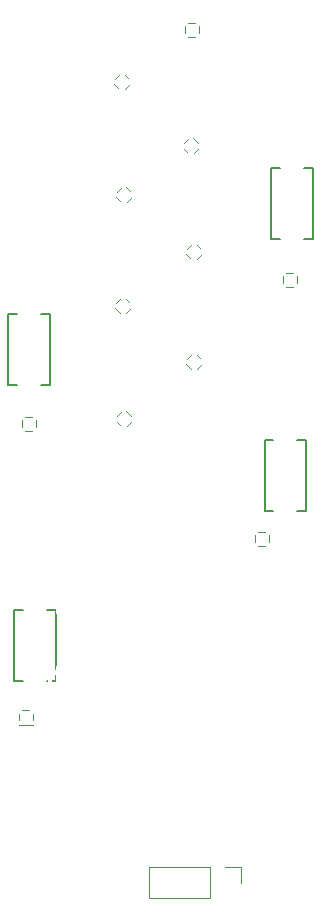
<source format=gto>
G04 #@! TF.GenerationSoftware,KiCad,Pcbnew,7.0.2*
G04 #@! TF.CreationDate,2023-07-19T18:17:07-07:00*
G04 #@! TF.ProjectId,dc31-badge-sao,64633331-2d62-4616-9467-652d73616f2e,rev?*
G04 #@! TF.SameCoordinates,Original*
G04 #@! TF.FileFunction,Legend,Top*
G04 #@! TF.FilePolarity,Positive*
%FSLAX46Y46*%
G04 Gerber Fmt 4.6, Leading zero omitted, Abs format (unit mm)*
G04 Created by KiCad (PCBNEW 7.0.2) date 2023-07-19 18:17:07*
%MOMM*%
%LPD*%
G01*
G04 APERTURE LIST*
G04 Aperture macros list*
%AMRotRect*
0 Rectangle, with rotation*
0 The origin of the aperture is its center*
0 $1 length*
0 $2 width*
0 $3 Rotation angle, in degrees counterclockwise*
0 Add horizontal line*
21,1,$1,$2,0,0,$3*%
G04 Aperture macros list end*
%ADD10C,0.120000*%
%ADD11C,0.127000*%
%ADD12C,0.200000*%
%ADD13C,0.150000*%
%ADD14RotRect,0.450000X0.450000X135.000000*%
%ADD15R,0.450000X0.450000*%
%ADD16R,1.400000X1.900000*%
%ADD17R,1.700000X1.700000*%
%ADD18O,1.700000X1.700000*%
%ADD19RotRect,0.450000X0.450000X315.000000*%
%ADD20C,1.200000*%
%ADD21C,0.001000*%
G04 APERTURE END LIST*
D10*
X118150000Y-91723528D02*
X117301472Y-90875000D01*
X117301472Y-90875000D02*
X118150000Y-90026472D01*
X118150000Y-90026472D02*
X118998528Y-90875000D01*
X118998528Y-90875000D02*
X118150000Y-91723528D01*
X125675000Y-83300000D02*
X126875000Y-83300000D01*
X126875000Y-83300000D02*
X126875000Y-84500000D01*
X126875000Y-84500000D02*
X125675000Y-84500000D01*
X125675000Y-84500000D02*
X125675000Y-83300000D01*
D11*
X105950000Y-86800000D02*
X105950000Y-92800000D01*
X105213500Y-86800000D02*
X105950000Y-86800000D01*
X102450000Y-86800000D02*
X103186500Y-86800000D01*
X105950000Y-92800000D02*
X105213500Y-92800000D01*
X103186500Y-92800000D02*
X102450000Y-92800000D01*
X102450000Y-92800000D02*
X102450000Y-86800000D01*
D12*
X104300000Y-85550000D02*
G75*
G03*
X104300000Y-85550000I-100000J0D01*
G01*
D10*
X124525000Y-106450000D02*
X123325000Y-106450000D01*
X123325000Y-106450000D02*
X123325000Y-105250000D01*
X123325000Y-105250000D02*
X124525000Y-105250000D01*
X124525000Y-105250000D02*
X124525000Y-106450000D01*
X117925000Y-73373528D02*
X117076472Y-72525000D01*
X117076472Y-72525000D02*
X117925000Y-71676472D01*
X117925000Y-71676472D02*
X118773528Y-72525000D01*
X118773528Y-72525000D02*
X117925000Y-73373528D01*
X117425000Y-63325000D02*
X118625000Y-63325000D01*
X118625000Y-63325000D02*
X118625000Y-62125000D01*
X118625000Y-62125000D02*
X117425000Y-62125000D01*
X117425000Y-62125000D02*
X117425000Y-63325000D01*
X122130000Y-133605000D02*
X122130000Y-134935000D01*
X120800000Y-133605000D02*
X122130000Y-133605000D01*
X119530000Y-133605000D02*
X114390000Y-133605000D01*
X119530000Y-133605000D02*
X119530000Y-136265000D01*
X114390000Y-133605000D02*
X114390000Y-136265000D01*
X119530000Y-136265000D02*
X114390000Y-136265000D01*
X112250000Y-94801472D02*
X113098528Y-95650000D01*
X113098528Y-95650000D02*
X112250000Y-96498528D01*
X112250000Y-96498528D02*
X111401472Y-95650000D01*
X111401472Y-95650000D02*
X112250000Y-94801472D01*
X118150000Y-82398528D02*
X117301472Y-81550000D01*
X117301472Y-81550000D02*
X118150000Y-80701472D01*
X118150000Y-80701472D02*
X118998528Y-81550000D01*
X118998528Y-81550000D02*
X118150000Y-82398528D01*
X112125000Y-85301472D02*
X112973528Y-86150000D01*
X112973528Y-86150000D02*
X112125000Y-86998528D01*
X112125000Y-86998528D02*
X111276472Y-86150000D01*
X111276472Y-86150000D02*
X112125000Y-85301472D01*
X112200000Y-75826472D02*
X113048528Y-76675000D01*
X113048528Y-76675000D02*
X112200000Y-77523528D01*
X112200000Y-77523528D02*
X111351472Y-76675000D01*
X111351472Y-76675000D02*
X112200000Y-75826472D01*
D11*
X128225000Y-74450000D02*
X128225000Y-80450000D01*
X127488500Y-74450000D02*
X128225000Y-74450000D01*
X124725000Y-74450000D02*
X125461500Y-74450000D01*
X128225000Y-80450000D02*
X127488500Y-80450000D01*
X125461500Y-80450000D02*
X124725000Y-80450000D01*
X124725000Y-80450000D02*
X124725000Y-74450000D01*
D12*
X126575000Y-73200000D02*
G75*
G03*
X126575000Y-73200000I-100000J0D01*
G01*
D11*
X106450000Y-111875000D02*
X106450000Y-117875000D01*
X105713500Y-111875000D02*
X106450000Y-111875000D01*
X102950000Y-111875000D02*
X103686500Y-111875000D01*
X106450000Y-117875000D02*
X105713500Y-117875000D01*
X103686500Y-117875000D02*
X102950000Y-117875000D01*
X102950000Y-117875000D02*
X102950000Y-111875000D01*
D12*
X104800000Y-110625000D02*
G75*
G03*
X104800000Y-110625000I-100000J0D01*
G01*
D10*
X104800000Y-96700000D02*
X103600000Y-96700000D01*
X103600000Y-96700000D02*
X103600000Y-95500000D01*
X103600000Y-95500000D02*
X104800000Y-95500000D01*
X104800000Y-95500000D02*
X104800000Y-96700000D01*
X104525000Y-120350000D02*
X103325000Y-120350000D01*
X103325000Y-120350000D02*
X103325000Y-121550000D01*
X103325000Y-121550000D02*
X104525000Y-121550000D01*
X104525000Y-121550000D02*
X104525000Y-120350000D01*
D11*
X127650000Y-97475000D02*
X127650000Y-103475000D01*
X126913500Y-97475000D02*
X127650000Y-97475000D01*
X124150000Y-97475000D02*
X124886500Y-97475000D01*
X127650000Y-103475000D02*
X126913500Y-103475000D01*
X124886500Y-103475000D02*
X124150000Y-103475000D01*
X124150000Y-103475000D02*
X124150000Y-97475000D01*
D12*
X126000000Y-96225000D02*
G75*
G03*
X126000000Y-96225000I-100000J0D01*
G01*
D10*
X112050000Y-66301472D02*
X112898528Y-67150000D01*
X112898528Y-67150000D02*
X112050000Y-67998528D01*
X112050000Y-67998528D02*
X111201472Y-67150000D01*
X111201472Y-67150000D02*
X112050000Y-66301472D01*
%LPC*%
D13*
X106338095Y-97707380D02*
X106385714Y-97755000D01*
X106385714Y-97755000D02*
X106338095Y-97802619D01*
X106338095Y-97802619D02*
X106290476Y-97755000D01*
X106290476Y-97755000D02*
X106338095Y-97707380D01*
X106338095Y-97707380D02*
X106338095Y-97802619D01*
X129638095Y-101707380D02*
X129685714Y-101755000D01*
X129685714Y-101755000D02*
X129638095Y-101802619D01*
X129638095Y-101802619D02*
X129590476Y-101755000D01*
X129590476Y-101755000D02*
X129638095Y-101707380D01*
X129638095Y-101707380D02*
X129638095Y-101802619D01*
X119013095Y-141777619D02*
X119013095Y-140777619D01*
X119013095Y-140777619D02*
X119251190Y-140777619D01*
X119251190Y-140777619D02*
X119394047Y-140825238D01*
X119394047Y-140825238D02*
X119489285Y-140920476D01*
X119489285Y-140920476D02*
X119536904Y-141015714D01*
X119536904Y-141015714D02*
X119584523Y-141206190D01*
X119584523Y-141206190D02*
X119584523Y-141349047D01*
X119584523Y-141349047D02*
X119536904Y-141539523D01*
X119536904Y-141539523D02*
X119489285Y-141634761D01*
X119489285Y-141634761D02*
X119394047Y-141730000D01*
X119394047Y-141730000D02*
X119251190Y-141777619D01*
X119251190Y-141777619D02*
X119013095Y-141777619D01*
X120584523Y-141682380D02*
X120536904Y-141730000D01*
X120536904Y-141730000D02*
X120394047Y-141777619D01*
X120394047Y-141777619D02*
X120298809Y-141777619D01*
X120298809Y-141777619D02*
X120155952Y-141730000D01*
X120155952Y-141730000D02*
X120060714Y-141634761D01*
X120060714Y-141634761D02*
X120013095Y-141539523D01*
X120013095Y-141539523D02*
X119965476Y-141349047D01*
X119965476Y-141349047D02*
X119965476Y-141206190D01*
X119965476Y-141206190D02*
X120013095Y-141015714D01*
X120013095Y-141015714D02*
X120060714Y-140920476D01*
X120060714Y-140920476D02*
X120155952Y-140825238D01*
X120155952Y-140825238D02*
X120298809Y-140777619D01*
X120298809Y-140777619D02*
X120394047Y-140777619D01*
X120394047Y-140777619D02*
X120536904Y-140825238D01*
X120536904Y-140825238D02*
X120584523Y-140872857D01*
X120917857Y-140777619D02*
X121536904Y-140777619D01*
X121536904Y-140777619D02*
X121203571Y-141158571D01*
X121203571Y-141158571D02*
X121346428Y-141158571D01*
X121346428Y-141158571D02*
X121441666Y-141206190D01*
X121441666Y-141206190D02*
X121489285Y-141253809D01*
X121489285Y-141253809D02*
X121536904Y-141349047D01*
X121536904Y-141349047D02*
X121536904Y-141587142D01*
X121536904Y-141587142D02*
X121489285Y-141682380D01*
X121489285Y-141682380D02*
X121441666Y-141730000D01*
X121441666Y-141730000D02*
X121346428Y-141777619D01*
X121346428Y-141777619D02*
X121060714Y-141777619D01*
X121060714Y-141777619D02*
X120965476Y-141730000D01*
X120965476Y-141730000D02*
X120917857Y-141682380D01*
X122489285Y-141777619D02*
X121917857Y-141777619D01*
X122203571Y-141777619D02*
X122203571Y-140777619D01*
X122203571Y-140777619D02*
X122108333Y-140920476D01*
X122108333Y-140920476D02*
X122013095Y-141015714D01*
X122013095Y-141015714D02*
X121917857Y-141063333D01*
X127192380Y-86038095D02*
X127859047Y-86038095D01*
X127763809Y-86038095D02*
X127811428Y-86085714D01*
X127811428Y-86085714D02*
X127859047Y-86180952D01*
X127859047Y-86180952D02*
X127859047Y-86323809D01*
X127859047Y-86323809D02*
X127811428Y-86419047D01*
X127811428Y-86419047D02*
X127716190Y-86466666D01*
X127716190Y-86466666D02*
X127192380Y-86466666D01*
X127716190Y-86466666D02*
X127811428Y-86514285D01*
X127811428Y-86514285D02*
X127859047Y-86609523D01*
X127859047Y-86609523D02*
X127859047Y-86752380D01*
X127859047Y-86752380D02*
X127811428Y-86847619D01*
X127811428Y-86847619D02*
X127716190Y-86895238D01*
X127716190Y-86895238D02*
X127192380Y-86895238D01*
X127192380Y-87799999D02*
X127716190Y-87799999D01*
X127716190Y-87799999D02*
X127811428Y-87752380D01*
X127811428Y-87752380D02*
X127859047Y-87657142D01*
X127859047Y-87657142D02*
X127859047Y-87466666D01*
X127859047Y-87466666D02*
X127811428Y-87371428D01*
X127240000Y-87799999D02*
X127192380Y-87704761D01*
X127192380Y-87704761D02*
X127192380Y-87466666D01*
X127192380Y-87466666D02*
X127240000Y-87371428D01*
X127240000Y-87371428D02*
X127335238Y-87323809D01*
X127335238Y-87323809D02*
X127430476Y-87323809D01*
X127430476Y-87323809D02*
X127525714Y-87371428D01*
X127525714Y-87371428D02*
X127573333Y-87466666D01*
X127573333Y-87466666D02*
X127573333Y-87704761D01*
X127573333Y-87704761D02*
X127620952Y-87799999D01*
X127859047Y-88180952D02*
X127192380Y-88419047D01*
X127859047Y-88657142D02*
X127192380Y-88419047D01*
X127192380Y-88419047D02*
X126954285Y-88323809D01*
X126954285Y-88323809D02*
X126906666Y-88276190D01*
X126906666Y-88276190D02*
X126859047Y-88180952D01*
X127859047Y-89800000D02*
X127192380Y-89800000D01*
X127763809Y-89800000D02*
X127811428Y-89847619D01*
X127811428Y-89847619D02*
X127859047Y-89942857D01*
X127859047Y-89942857D02*
X127859047Y-90085714D01*
X127859047Y-90085714D02*
X127811428Y-90180952D01*
X127811428Y-90180952D02*
X127716190Y-90228571D01*
X127716190Y-90228571D02*
X127192380Y-90228571D01*
X127859047Y-90609524D02*
X127192380Y-90847619D01*
X127859047Y-91085714D02*
X127192380Y-90847619D01*
X127192380Y-90847619D02*
X126954285Y-90752381D01*
X126954285Y-90752381D02*
X126906666Y-90704762D01*
X126906666Y-90704762D02*
X126859047Y-90609524D01*
X127192380Y-91895238D02*
X127716190Y-91895238D01*
X127716190Y-91895238D02*
X127811428Y-91847619D01*
X127811428Y-91847619D02*
X127859047Y-91752381D01*
X127859047Y-91752381D02*
X127859047Y-91561905D01*
X127859047Y-91561905D02*
X127811428Y-91466667D01*
X127240000Y-91895238D02*
X127192380Y-91800000D01*
X127192380Y-91800000D02*
X127192380Y-91561905D01*
X127192380Y-91561905D02*
X127240000Y-91466667D01*
X127240000Y-91466667D02*
X127335238Y-91419048D01*
X127335238Y-91419048D02*
X127430476Y-91419048D01*
X127430476Y-91419048D02*
X127525714Y-91466667D01*
X127525714Y-91466667D02*
X127573333Y-91561905D01*
X127573333Y-91561905D02*
X127573333Y-91800000D01*
X127573333Y-91800000D02*
X127620952Y-91895238D01*
X127859047Y-92371429D02*
X127192380Y-92371429D01*
X127763809Y-92371429D02*
X127811428Y-92419048D01*
X127811428Y-92419048D02*
X127859047Y-92514286D01*
X127859047Y-92514286D02*
X127859047Y-92657143D01*
X127859047Y-92657143D02*
X127811428Y-92752381D01*
X127811428Y-92752381D02*
X127716190Y-92800000D01*
X127716190Y-92800000D02*
X127192380Y-92800000D01*
X125572380Y-86038095D02*
X126572380Y-86038095D01*
X126191428Y-86038095D02*
X126239047Y-86133333D01*
X126239047Y-86133333D02*
X126239047Y-86323809D01*
X126239047Y-86323809D02*
X126191428Y-86419047D01*
X126191428Y-86419047D02*
X126143809Y-86466666D01*
X126143809Y-86466666D02*
X126048571Y-86514285D01*
X126048571Y-86514285D02*
X125762857Y-86514285D01*
X125762857Y-86514285D02*
X125667619Y-86466666D01*
X125667619Y-86466666D02*
X125620000Y-86419047D01*
X125620000Y-86419047D02*
X125572380Y-86323809D01*
X125572380Y-86323809D02*
X125572380Y-86133333D01*
X125572380Y-86133333D02*
X125620000Y-86038095D01*
X125620000Y-87323809D02*
X125572380Y-87228571D01*
X125572380Y-87228571D02*
X125572380Y-87038095D01*
X125572380Y-87038095D02*
X125620000Y-86942857D01*
X125620000Y-86942857D02*
X125715238Y-86895238D01*
X125715238Y-86895238D02*
X126096190Y-86895238D01*
X126096190Y-86895238D02*
X126191428Y-86942857D01*
X126191428Y-86942857D02*
X126239047Y-87038095D01*
X126239047Y-87038095D02*
X126239047Y-87228571D01*
X126239047Y-87228571D02*
X126191428Y-87323809D01*
X126191428Y-87323809D02*
X126096190Y-87371428D01*
X126096190Y-87371428D02*
X126000952Y-87371428D01*
X126000952Y-87371428D02*
X125905714Y-86895238D01*
X126239047Y-88466667D02*
X125572380Y-88657143D01*
X125572380Y-88657143D02*
X126048571Y-88847619D01*
X126048571Y-88847619D02*
X125572380Y-89038095D01*
X125572380Y-89038095D02*
X126239047Y-89228571D01*
X125572380Y-89609524D02*
X126239047Y-89609524D01*
X126572380Y-89609524D02*
X126524761Y-89561905D01*
X126524761Y-89561905D02*
X126477142Y-89609524D01*
X126477142Y-89609524D02*
X126524761Y-89657143D01*
X126524761Y-89657143D02*
X126572380Y-89609524D01*
X126572380Y-89609524D02*
X126477142Y-89609524D01*
X126239047Y-89942857D02*
X126239047Y-90323809D01*
X126572380Y-90085714D02*
X125715238Y-90085714D01*
X125715238Y-90085714D02*
X125620000Y-90133333D01*
X125620000Y-90133333D02*
X125572380Y-90228571D01*
X125572380Y-90228571D02*
X125572380Y-90323809D01*
X125572380Y-90657143D02*
X126572380Y-90657143D01*
X125572380Y-91085714D02*
X126096190Y-91085714D01*
X126096190Y-91085714D02*
X126191428Y-91038095D01*
X126191428Y-91038095D02*
X126239047Y-90942857D01*
X126239047Y-90942857D02*
X126239047Y-90800000D01*
X126239047Y-90800000D02*
X126191428Y-90704762D01*
X126191428Y-90704762D02*
X126143809Y-90657143D01*
X126239047Y-92228572D02*
X125572380Y-92466667D01*
X126239047Y-92704762D02*
X125572380Y-92466667D01*
X125572380Y-92466667D02*
X125334285Y-92371429D01*
X125334285Y-92371429D02*
X125286666Y-92323810D01*
X125286666Y-92323810D02*
X125239047Y-92228572D01*
X125572380Y-93228572D02*
X125620000Y-93133334D01*
X125620000Y-93133334D02*
X125667619Y-93085715D01*
X125667619Y-93085715D02*
X125762857Y-93038096D01*
X125762857Y-93038096D02*
X126048571Y-93038096D01*
X126048571Y-93038096D02*
X126143809Y-93085715D01*
X126143809Y-93085715D02*
X126191428Y-93133334D01*
X126191428Y-93133334D02*
X126239047Y-93228572D01*
X126239047Y-93228572D02*
X126239047Y-93371429D01*
X126239047Y-93371429D02*
X126191428Y-93466667D01*
X126191428Y-93466667D02*
X126143809Y-93514286D01*
X126143809Y-93514286D02*
X126048571Y-93561905D01*
X126048571Y-93561905D02*
X125762857Y-93561905D01*
X125762857Y-93561905D02*
X125667619Y-93514286D01*
X125667619Y-93514286D02*
X125620000Y-93466667D01*
X125620000Y-93466667D02*
X125572380Y-93371429D01*
X125572380Y-93371429D02*
X125572380Y-93228572D01*
X126239047Y-94419048D02*
X125572380Y-94419048D01*
X126239047Y-93990477D02*
X125715238Y-93990477D01*
X125715238Y-93990477D02*
X125620000Y-94038096D01*
X125620000Y-94038096D02*
X125572380Y-94133334D01*
X125572380Y-94133334D02*
X125572380Y-94276191D01*
X125572380Y-94276191D02*
X125620000Y-94371429D01*
X125620000Y-94371429D02*
X125667619Y-94419048D01*
X127388095Y-94457380D02*
X127435714Y-94505000D01*
X127435714Y-94505000D02*
X127388095Y-94552619D01*
X127388095Y-94552619D02*
X127340476Y-94505000D01*
X127340476Y-94505000D02*
X127388095Y-94457380D01*
X127388095Y-94457380D02*
X127388095Y-94552619D01*
X105163095Y-83332380D02*
X105210714Y-83380000D01*
X105210714Y-83380000D02*
X105163095Y-83427619D01*
X105163095Y-83427619D02*
X105115476Y-83380000D01*
X105115476Y-83380000D02*
X105163095Y-83332380D01*
X105163095Y-83332380D02*
X105163095Y-83427619D01*
X105088095Y-101407380D02*
X105135714Y-101455000D01*
X105135714Y-101455000D02*
X105088095Y-101502619D01*
X105088095Y-101502619D02*
X105040476Y-101455000D01*
X105040476Y-101455000D02*
X105088095Y-101407380D01*
X105088095Y-101407380D02*
X105088095Y-101502619D01*
X102488095Y-75157380D02*
X102535714Y-75205000D01*
X102535714Y-75205000D02*
X102488095Y-75252619D01*
X102488095Y-75252619D02*
X102440476Y-75205000D01*
X102440476Y-75205000D02*
X102488095Y-75157380D01*
X102488095Y-75157380D02*
X102488095Y-75252619D01*
X121363095Y-139332380D02*
X121410714Y-139380000D01*
X121410714Y-139380000D02*
X121363095Y-139427619D01*
X121363095Y-139427619D02*
X121315476Y-139380000D01*
X121315476Y-139380000D02*
X121363095Y-139332380D01*
X121363095Y-139332380D02*
X121363095Y-139427619D01*
X121038095Y-124657380D02*
X121085714Y-124705000D01*
X121085714Y-124705000D02*
X121038095Y-124752619D01*
X121038095Y-124752619D02*
X120990476Y-124705000D01*
X120990476Y-124705000D02*
X121038095Y-124657380D01*
X121038095Y-124657380D02*
X121038095Y-124752619D01*
X124238095Y-84607380D02*
X124285714Y-84655000D01*
X124285714Y-84655000D02*
X124238095Y-84702619D01*
X124238095Y-84702619D02*
X124190476Y-84655000D01*
X124190476Y-84655000D02*
X124238095Y-84607380D01*
X124238095Y-84607380D02*
X124238095Y-84702619D01*
X109913095Y-130282380D02*
X109960714Y-130330000D01*
X109960714Y-130330000D02*
X109913095Y-130377619D01*
X109913095Y-130377619D02*
X109865476Y-130330000D01*
X109865476Y-130330000D02*
X109913095Y-130282380D01*
X109913095Y-130282380D02*
X109913095Y-130377619D01*
X127588095Y-71607380D02*
X127635714Y-71655000D01*
X127635714Y-71655000D02*
X127588095Y-71702619D01*
X127588095Y-71702619D02*
X127540476Y-71655000D01*
X127540476Y-71655000D02*
X127588095Y-71607380D01*
X127588095Y-71607380D02*
X127588095Y-71702619D01*
D12*
X104396190Y-64946428D02*
X104348571Y-65089285D01*
X104348571Y-65089285D02*
X104300952Y-65136904D01*
X104300952Y-65136904D02*
X104205714Y-65184523D01*
X104205714Y-65184523D02*
X104062857Y-65184523D01*
X104062857Y-65184523D02*
X103967619Y-65136904D01*
X103967619Y-65136904D02*
X103920000Y-65089285D01*
X103920000Y-65089285D02*
X103872380Y-64994047D01*
X103872380Y-64994047D02*
X103872380Y-64613095D01*
X103872380Y-64613095D02*
X104872380Y-64613095D01*
X104872380Y-64613095D02*
X104872380Y-64946428D01*
X104872380Y-64946428D02*
X104824761Y-65041666D01*
X104824761Y-65041666D02*
X104777142Y-65089285D01*
X104777142Y-65089285D02*
X104681904Y-65136904D01*
X104681904Y-65136904D02*
X104586666Y-65136904D01*
X104586666Y-65136904D02*
X104491428Y-65089285D01*
X104491428Y-65089285D02*
X104443809Y-65041666D01*
X104443809Y-65041666D02*
X104396190Y-64946428D01*
X104396190Y-64946428D02*
X104396190Y-64613095D01*
X103872380Y-65613095D02*
X104539047Y-65613095D01*
X104872380Y-65613095D02*
X104824761Y-65565476D01*
X104824761Y-65565476D02*
X104777142Y-65613095D01*
X104777142Y-65613095D02*
X104824761Y-65660714D01*
X104824761Y-65660714D02*
X104872380Y-65613095D01*
X104872380Y-65613095D02*
X104777142Y-65613095D01*
X104539047Y-66517856D02*
X103729523Y-66517856D01*
X103729523Y-66517856D02*
X103634285Y-66470237D01*
X103634285Y-66470237D02*
X103586666Y-66422618D01*
X103586666Y-66422618D02*
X103539047Y-66327380D01*
X103539047Y-66327380D02*
X103539047Y-66184523D01*
X103539047Y-66184523D02*
X103586666Y-66089285D01*
X103920000Y-66517856D02*
X103872380Y-66422618D01*
X103872380Y-66422618D02*
X103872380Y-66232142D01*
X103872380Y-66232142D02*
X103920000Y-66136904D01*
X103920000Y-66136904D02*
X103967619Y-66089285D01*
X103967619Y-66089285D02*
X104062857Y-66041666D01*
X104062857Y-66041666D02*
X104348571Y-66041666D01*
X104348571Y-66041666D02*
X104443809Y-66089285D01*
X104443809Y-66089285D02*
X104491428Y-66136904D01*
X104491428Y-66136904D02*
X104539047Y-66232142D01*
X104539047Y-66232142D02*
X104539047Y-66422618D01*
X104539047Y-66422618D02*
X104491428Y-66517856D01*
X104396190Y-67327380D02*
X104396190Y-66994047D01*
X103872380Y-66994047D02*
X104872380Y-66994047D01*
X104872380Y-66994047D02*
X104872380Y-67470237D01*
X104539047Y-68279761D02*
X103872380Y-68279761D01*
X104539047Y-67851190D02*
X104015238Y-67851190D01*
X104015238Y-67851190D02*
X103920000Y-67898809D01*
X103920000Y-67898809D02*
X103872380Y-67994047D01*
X103872380Y-67994047D02*
X103872380Y-68136904D01*
X103872380Y-68136904D02*
X103920000Y-68232142D01*
X103920000Y-68232142D02*
X103967619Y-68279761D01*
X103920000Y-69184523D02*
X103872380Y-69089285D01*
X103872380Y-69089285D02*
X103872380Y-68898809D01*
X103872380Y-68898809D02*
X103920000Y-68803571D01*
X103920000Y-68803571D02*
X103967619Y-68755952D01*
X103967619Y-68755952D02*
X104062857Y-68708333D01*
X104062857Y-68708333D02*
X104348571Y-68708333D01*
X104348571Y-68708333D02*
X104443809Y-68755952D01*
X104443809Y-68755952D02*
X104491428Y-68803571D01*
X104491428Y-68803571D02*
X104539047Y-68898809D01*
X104539047Y-68898809D02*
X104539047Y-69089285D01*
X104539047Y-69089285D02*
X104491428Y-69184523D01*
X103872380Y-69613095D02*
X104872380Y-69613095D01*
X104253333Y-69708333D02*
X103872380Y-69994047D01*
X104539047Y-69994047D02*
X104158095Y-69613095D01*
X103872380Y-70422619D02*
X104539047Y-70422619D01*
X104872380Y-70422619D02*
X104824761Y-70375000D01*
X104824761Y-70375000D02*
X104777142Y-70422619D01*
X104777142Y-70422619D02*
X104824761Y-70470238D01*
X104824761Y-70470238D02*
X104872380Y-70422619D01*
X104872380Y-70422619D02*
X104777142Y-70422619D01*
X104539047Y-70898809D02*
X103872380Y-70898809D01*
X104443809Y-70898809D02*
X104491428Y-70946428D01*
X104491428Y-70946428D02*
X104539047Y-71041666D01*
X104539047Y-71041666D02*
X104539047Y-71184523D01*
X104539047Y-71184523D02*
X104491428Y-71279761D01*
X104491428Y-71279761D02*
X104396190Y-71327380D01*
X104396190Y-71327380D02*
X103872380Y-71327380D01*
X104539047Y-72232142D02*
X103729523Y-72232142D01*
X103729523Y-72232142D02*
X103634285Y-72184523D01*
X103634285Y-72184523D02*
X103586666Y-72136904D01*
X103586666Y-72136904D02*
X103539047Y-72041666D01*
X103539047Y-72041666D02*
X103539047Y-71898809D01*
X103539047Y-71898809D02*
X103586666Y-71803571D01*
X103920000Y-72232142D02*
X103872380Y-72136904D01*
X103872380Y-72136904D02*
X103872380Y-71946428D01*
X103872380Y-71946428D02*
X103920000Y-71851190D01*
X103920000Y-71851190D02*
X103967619Y-71803571D01*
X103967619Y-71803571D02*
X104062857Y-71755952D01*
X104062857Y-71755952D02*
X104348571Y-71755952D01*
X104348571Y-71755952D02*
X104443809Y-71803571D01*
X104443809Y-71803571D02*
X104491428Y-71851190D01*
X104491428Y-71851190D02*
X104539047Y-71946428D01*
X104539047Y-71946428D02*
X104539047Y-72136904D01*
X104539047Y-72136904D02*
X104491428Y-72232142D01*
X104396190Y-73041666D02*
X104348571Y-73184523D01*
X104348571Y-73184523D02*
X104300952Y-73232142D01*
X104300952Y-73232142D02*
X104205714Y-73279761D01*
X104205714Y-73279761D02*
X104062857Y-73279761D01*
X104062857Y-73279761D02*
X103967619Y-73232142D01*
X103967619Y-73232142D02*
X103920000Y-73184523D01*
X103920000Y-73184523D02*
X103872380Y-73089285D01*
X103872380Y-73089285D02*
X103872380Y-72708333D01*
X103872380Y-72708333D02*
X104872380Y-72708333D01*
X104872380Y-72708333D02*
X104872380Y-73041666D01*
X104872380Y-73041666D02*
X104824761Y-73136904D01*
X104824761Y-73136904D02*
X104777142Y-73184523D01*
X104777142Y-73184523D02*
X104681904Y-73232142D01*
X104681904Y-73232142D02*
X104586666Y-73232142D01*
X104586666Y-73232142D02*
X104491428Y-73184523D01*
X104491428Y-73184523D02*
X104443809Y-73136904D01*
X104443809Y-73136904D02*
X104396190Y-73041666D01*
X104396190Y-73041666D02*
X104396190Y-72708333D01*
X103872380Y-74136904D02*
X104396190Y-74136904D01*
X104396190Y-74136904D02*
X104491428Y-74089285D01*
X104491428Y-74089285D02*
X104539047Y-73994047D01*
X104539047Y-73994047D02*
X104539047Y-73803571D01*
X104539047Y-73803571D02*
X104491428Y-73708333D01*
X103920000Y-74136904D02*
X103872380Y-74041666D01*
X103872380Y-74041666D02*
X103872380Y-73803571D01*
X103872380Y-73803571D02*
X103920000Y-73708333D01*
X103920000Y-73708333D02*
X104015238Y-73660714D01*
X104015238Y-73660714D02*
X104110476Y-73660714D01*
X104110476Y-73660714D02*
X104205714Y-73708333D01*
X104205714Y-73708333D02*
X104253333Y-73803571D01*
X104253333Y-73803571D02*
X104253333Y-74041666D01*
X104253333Y-74041666D02*
X104300952Y-74136904D01*
X103872380Y-75041666D02*
X104872380Y-75041666D01*
X103920000Y-75041666D02*
X103872380Y-74946428D01*
X103872380Y-74946428D02*
X103872380Y-74755952D01*
X103872380Y-74755952D02*
X103920000Y-74660714D01*
X103920000Y-74660714D02*
X103967619Y-74613095D01*
X103967619Y-74613095D02*
X104062857Y-74565476D01*
X104062857Y-74565476D02*
X104348571Y-74565476D01*
X104348571Y-74565476D02*
X104443809Y-74613095D01*
X104443809Y-74613095D02*
X104491428Y-74660714D01*
X104491428Y-74660714D02*
X104539047Y-74755952D01*
X104539047Y-74755952D02*
X104539047Y-74946428D01*
X104539047Y-74946428D02*
X104491428Y-75041666D01*
X104539047Y-75946428D02*
X103729523Y-75946428D01*
X103729523Y-75946428D02*
X103634285Y-75898809D01*
X103634285Y-75898809D02*
X103586666Y-75851190D01*
X103586666Y-75851190D02*
X103539047Y-75755952D01*
X103539047Y-75755952D02*
X103539047Y-75613095D01*
X103539047Y-75613095D02*
X103586666Y-75517857D01*
X103920000Y-75946428D02*
X103872380Y-75851190D01*
X103872380Y-75851190D02*
X103872380Y-75660714D01*
X103872380Y-75660714D02*
X103920000Y-75565476D01*
X103920000Y-75565476D02*
X103967619Y-75517857D01*
X103967619Y-75517857D02*
X104062857Y-75470238D01*
X104062857Y-75470238D02*
X104348571Y-75470238D01*
X104348571Y-75470238D02*
X104443809Y-75517857D01*
X104443809Y-75517857D02*
X104491428Y-75565476D01*
X104491428Y-75565476D02*
X104539047Y-75660714D01*
X104539047Y-75660714D02*
X104539047Y-75851190D01*
X104539047Y-75851190D02*
X104491428Y-75946428D01*
X103920000Y-76803571D02*
X103872380Y-76708333D01*
X103872380Y-76708333D02*
X103872380Y-76517857D01*
X103872380Y-76517857D02*
X103920000Y-76422619D01*
X103920000Y-76422619D02*
X104015238Y-76375000D01*
X104015238Y-76375000D02*
X104396190Y-76375000D01*
X104396190Y-76375000D02*
X104491428Y-76422619D01*
X104491428Y-76422619D02*
X104539047Y-76517857D01*
X104539047Y-76517857D02*
X104539047Y-76708333D01*
X104539047Y-76708333D02*
X104491428Y-76803571D01*
X104491428Y-76803571D02*
X104396190Y-76851190D01*
X104396190Y-76851190D02*
X104300952Y-76851190D01*
X104300952Y-76851190D02*
X104205714Y-76375000D01*
D13*
X102363095Y-62632380D02*
X102410714Y-62680000D01*
X102410714Y-62680000D02*
X102363095Y-62727619D01*
X102363095Y-62727619D02*
X102315476Y-62680000D01*
X102315476Y-62680000D02*
X102363095Y-62632380D01*
X102363095Y-62632380D02*
X102363095Y-62727619D01*
X127888095Y-65232380D02*
X127935714Y-65280000D01*
X127935714Y-65280000D02*
X127888095Y-65327619D01*
X127888095Y-65327619D02*
X127840476Y-65280000D01*
X127840476Y-65280000D02*
X127888095Y-65232380D01*
X127888095Y-65232380D02*
X127888095Y-65327619D01*
X98663095Y-59357380D02*
X98710714Y-59405000D01*
X98710714Y-59405000D02*
X98663095Y-59452619D01*
X98663095Y-59452619D02*
X98615476Y-59405000D01*
X98615476Y-59405000D02*
X98663095Y-59357380D01*
X98663095Y-59357380D02*
X98663095Y-59452619D01*
X96788095Y-56557380D02*
X96835714Y-56605000D01*
X96835714Y-56605000D02*
X96788095Y-56652619D01*
X96788095Y-56652619D02*
X96740476Y-56605000D01*
X96740476Y-56605000D02*
X96788095Y-56557380D01*
X96788095Y-56557380D02*
X96788095Y-56652619D01*
D14*
X118150000Y-91582107D03*
X117442893Y-90875000D03*
X118857107Y-90875000D03*
X118150000Y-90167893D03*
D15*
X125775000Y-83400000D03*
X126775000Y-83400000D03*
X125775000Y-84400000D03*
X126775000Y-84400000D03*
D16*
X104200000Y-86050000D03*
X104200000Y-93550000D03*
D15*
X124425000Y-106350000D03*
X123425000Y-106350000D03*
X124425000Y-105350000D03*
X123425000Y-105350000D03*
D14*
X117925000Y-73232107D03*
X117217893Y-72525000D03*
X118632107Y-72525000D03*
X117925000Y-71817893D03*
D15*
X117525000Y-63225000D03*
X117525000Y-62225000D03*
X118525000Y-63225000D03*
X118525000Y-62225000D03*
D17*
X120800000Y-134935000D03*
D18*
X118260000Y-134935000D03*
X115720000Y-134935000D03*
D19*
X112250000Y-94942893D03*
X112957107Y-95650000D03*
X111542893Y-95650000D03*
X112250000Y-96357107D03*
D14*
X118150000Y-82257107D03*
X117442893Y-81550000D03*
X118857107Y-81550000D03*
X118150000Y-80842893D03*
D19*
X112125000Y-85442893D03*
X112832107Y-86150000D03*
X111417893Y-86150000D03*
X112125000Y-86857107D03*
X112200000Y-75967893D03*
X112907107Y-76675000D03*
X111492893Y-76675000D03*
X112200000Y-77382107D03*
D16*
X126475000Y-73700000D03*
X126475000Y-81200000D03*
X104700000Y-111125000D03*
X104700000Y-118625000D03*
D15*
X104700000Y-96600000D03*
X103700000Y-96600000D03*
X104700000Y-95600000D03*
X103700000Y-95600000D03*
X104425000Y-120450000D03*
X104425000Y-121450000D03*
X103425000Y-120450000D03*
X103425000Y-121450000D03*
D16*
X125900000Y-96725000D03*
X125900000Y-104225000D03*
D19*
X112050000Y-66442893D03*
X112757107Y-67150000D03*
X111342893Y-67150000D03*
X112050000Y-67857107D03*
D20*
X102250000Y-79100000D03*
X104750000Y-79100000D03*
D21*
X126384879Y-66288940D03*
X123536586Y-65347012D03*
G36*
X120349432Y-115355991D02*
G01*
X120356179Y-115357180D01*
X120372980Y-115361368D01*
X120380435Y-115363790D01*
X120380538Y-115363805D01*
X120392722Y-115367298D01*
X120397954Y-115369850D01*
X120398063Y-115369515D01*
X120398354Y-115369609D01*
X120429584Y-115384810D01*
X120440088Y-115391896D01*
X120444573Y-115396228D01*
X120444814Y-115395899D01*
X120445065Y-115396082D01*
X120469724Y-115419934D01*
X120477524Y-115429917D01*
X120480446Y-115435412D01*
X120480775Y-115435174D01*
X120480951Y-115435417D01*
X120497042Y-115465731D01*
X120501382Y-115477651D01*
X120502434Y-115483620D01*
X120502802Y-115483501D01*
X120506739Y-115495624D01*
X120511594Y-115516658D01*
X120512551Y-115523464D01*
X120513759Y-115540730D01*
X120513759Y-116364920D01*
X120511873Y-116386466D01*
X120510682Y-116393216D01*
X120506498Y-116409990D01*
X120504076Y-116417442D01*
X120504063Y-116417538D01*
X120500571Y-116429718D01*
X120497925Y-116435141D01*
X120498283Y-116435258D01*
X120498182Y-116435569D01*
X120483045Y-116466609D01*
X120475976Y-116477089D01*
X120471616Y-116481603D01*
X120471948Y-116481845D01*
X120471762Y-116482100D01*
X120447924Y-116506740D01*
X120437947Y-116514535D01*
X120432478Y-116517444D01*
X120432712Y-116517767D01*
X120432465Y-116517946D01*
X120402127Y-116534056D01*
X120390216Y-116538393D01*
X120384251Y-116539445D01*
X120384370Y-116539811D01*
X120372247Y-116543749D01*
X120351204Y-116548607D01*
X120344405Y-116549563D01*
X120327139Y-116550771D01*
X119502939Y-116550771D01*
X119481407Y-116548887D01*
X119474658Y-116547697D01*
X119457873Y-116543512D01*
X119450411Y-116541087D01*
X119450307Y-116541073D01*
X119438119Y-116537578D01*
X119432422Y-116534799D01*
X119432292Y-116535199D01*
X119432002Y-116535104D01*
X119401264Y-116520067D01*
X119390763Y-116512984D01*
X119386439Y-116508809D01*
X119386220Y-116509111D01*
X119385979Y-116508936D01*
X119361131Y-116484949D01*
X119353323Y-116474957D01*
X119350542Y-116469727D01*
X119350248Y-116469942D01*
X119350074Y-116469703D01*
X119333796Y-116439122D01*
X119329461Y-116427209D01*
X119328415Y-116421280D01*
X119328059Y-116421396D01*
X119324117Y-116409268D01*
X119319250Y-116388193D01*
X119318298Y-116381418D01*
X119317092Y-116364163D01*
X119317092Y-115539954D01*
X119318972Y-115518443D01*
X119320161Y-115511693D01*
X119324350Y-115494886D01*
X119326772Y-115487430D01*
X119326788Y-115487320D01*
X119330281Y-115475137D01*
X119332755Y-115470066D01*
X119332445Y-115469967D01*
X119332535Y-115469687D01*
X119347790Y-115438287D01*
X119354888Y-115427765D01*
X119358936Y-115423573D01*
X119358651Y-115423367D01*
X119358819Y-115423135D01*
X119382911Y-115398148D01*
X119392914Y-115390333D01*
X119398019Y-115387617D01*
X119397815Y-115387337D01*
X119398059Y-115387159D01*
X119428745Y-115370808D01*
X119440655Y-115366475D01*
X119446584Y-115365429D01*
X119446469Y-115365073D01*
X119458594Y-115361133D01*
X119479667Y-115356268D01*
X119486459Y-115355314D01*
X119503707Y-115354109D01*
X120327912Y-115354109D01*
X120349432Y-115355991D01*
G37*
G36*
X113674280Y-64511660D02*
G01*
X113714514Y-64568783D01*
X113721115Y-64607059D01*
X113729996Y-65264361D01*
X113869760Y-65269021D01*
X113879685Y-65270223D01*
X113882969Y-65270091D01*
X113895458Y-65270216D01*
X114005809Y-65276887D01*
X114012346Y-65277859D01*
X114013437Y-65277834D01*
X114024689Y-65278082D01*
X114124474Y-65284829D01*
X114132650Y-65286103D01*
X114135001Y-65286078D01*
X114146851Y-65286514D01*
X114221058Y-65292808D01*
X114231249Y-65294576D01*
X114234696Y-65294618D01*
X114247265Y-65295408D01*
X114260911Y-65296965D01*
X114273477Y-65299523D01*
X114273505Y-65299524D01*
X114290670Y-65301030D01*
X114293581Y-65301491D01*
X114314516Y-65306707D01*
X114322113Y-65309320D01*
X114339031Y-65316585D01*
X114362417Y-65328757D01*
X114361276Y-65330948D01*
X114365385Y-65333114D01*
X114366570Y-65330787D01*
X114370254Y-65332662D01*
X114377496Y-65339496D01*
X114389475Y-65345808D01*
X114391455Y-65347521D01*
X114389003Y-65350354D01*
X114421072Y-65380613D01*
X114424509Y-65386970D01*
X114425237Y-65387860D01*
X114437519Y-65405909D01*
X114437624Y-65406097D01*
X114447227Y-65432151D01*
X114447625Y-65432011D01*
X114453941Y-65449869D01*
X114458556Y-65466535D01*
X114461611Y-65481577D01*
X114463482Y-65498053D01*
X114464095Y-65500344D01*
X114467389Y-65517332D01*
X114471881Y-65554061D01*
X114472299Y-65566216D01*
X114474837Y-65582526D01*
X114479793Y-65640031D01*
X114479779Y-65650200D01*
X114480313Y-65653521D01*
X114481673Y-65665991D01*
X114493057Y-65862101D01*
X114492799Y-65870884D01*
X114493157Y-65873512D01*
X114494199Y-65885515D01*
X114504313Y-66151716D01*
X114503941Y-66159200D01*
X114504154Y-66160973D01*
X114504995Y-66172550D01*
X114513404Y-66499562D01*
X114512976Y-66506475D01*
X114513124Y-66507830D01*
X114513837Y-66519186D01*
X114520188Y-66896893D01*
X114519717Y-66903528D01*
X114519836Y-66904705D01*
X114520454Y-66915940D01*
X114524460Y-67334642D01*
X114523951Y-67341144D01*
X114524051Y-67342203D01*
X114524593Y-67353409D01*
X114525986Y-67803483D01*
X114525480Y-67809436D01*
X114525530Y-67809995D01*
X114526020Y-67821013D01*
X114526020Y-70132433D01*
X114524134Y-70153979D01*
X114522943Y-70160729D01*
X114518759Y-70177503D01*
X114516337Y-70184955D01*
X114516324Y-70185051D01*
X114512832Y-70197231D01*
X114510186Y-70202654D01*
X114510544Y-70202771D01*
X114510443Y-70203082D01*
X114495306Y-70234122D01*
X114488237Y-70244602D01*
X114483877Y-70249116D01*
X114484209Y-70249358D01*
X114484023Y-70249613D01*
X114460185Y-70274253D01*
X114450208Y-70282048D01*
X114444739Y-70284957D01*
X114444973Y-70285280D01*
X114444726Y-70285459D01*
X114414388Y-70301569D01*
X114402477Y-70305906D01*
X114396512Y-70306958D01*
X114396631Y-70307324D01*
X114384508Y-70311262D01*
X114363465Y-70316120D01*
X114356666Y-70317076D01*
X114339400Y-70318284D01*
X113575097Y-70318284D01*
X113594675Y-72501416D01*
X113624243Y-74689498D01*
X113624242Y-74689498D01*
X113907903Y-74709289D01*
X113913492Y-74710172D01*
X113913910Y-74710166D01*
X113924633Y-74710467D01*
X114352669Y-74741042D01*
X114374001Y-74744453D01*
X114383442Y-74746821D01*
X114390418Y-74750382D01*
X114404988Y-74754560D01*
X114419816Y-74761791D01*
X114420194Y-74760861D01*
X114427176Y-74763694D01*
X114434584Y-74768992D01*
X114443678Y-74773427D01*
X114446440Y-74775433D01*
X114445465Y-74776774D01*
X114474224Y-74797343D01*
X114476246Y-74799674D01*
X114479522Y-74805968D01*
X114480457Y-74805239D01*
X114489792Y-74817189D01*
X114497532Y-74831746D01*
X114498384Y-74831216D01*
X114502371Y-74837618D01*
X114505258Y-74846276D01*
X114510001Y-74855197D01*
X114511055Y-74858440D01*
X114509483Y-74858950D01*
X114514280Y-74873336D01*
X114515741Y-74872862D01*
X114518997Y-74882883D01*
X114523857Y-74903926D01*
X114524811Y-74910707D01*
X114526020Y-74927982D01*
X114526019Y-79657435D01*
X114524136Y-79678964D01*
X114522946Y-79685714D01*
X114518759Y-79702505D01*
X114516337Y-79709957D01*
X114516324Y-79710053D01*
X114512832Y-79722233D01*
X114510186Y-79727656D01*
X114510544Y-79727773D01*
X114510443Y-79728084D01*
X114495306Y-79759124D01*
X114488237Y-79769604D01*
X114483877Y-79774118D01*
X114484209Y-79774360D01*
X114484023Y-79774615D01*
X114460185Y-79799255D01*
X114450208Y-79807050D01*
X114444739Y-79809959D01*
X114444973Y-79810282D01*
X114444726Y-79810461D01*
X114414388Y-79826571D01*
X114402477Y-79830908D01*
X114396512Y-79831960D01*
X114396631Y-79832326D01*
X114384508Y-79836264D01*
X114363465Y-79841122D01*
X114356666Y-79842078D01*
X114339400Y-79843286D01*
X113679353Y-79843286D01*
X113679353Y-84044116D01*
X114446006Y-84044116D01*
X114467526Y-84045998D01*
X114474273Y-84047187D01*
X114491074Y-84051375D01*
X114498529Y-84053797D01*
X114498632Y-84053812D01*
X114510816Y-84057305D01*
X114516048Y-84059857D01*
X114516157Y-84059522D01*
X114516448Y-84059616D01*
X114547678Y-84074817D01*
X114558182Y-84081903D01*
X114562667Y-84086235D01*
X114562908Y-84085906D01*
X114563159Y-84086089D01*
X114587818Y-84109941D01*
X114595618Y-84119924D01*
X114598540Y-84125419D01*
X114598869Y-84125181D01*
X114599045Y-84125424D01*
X114615136Y-84155738D01*
X114619476Y-84167658D01*
X114620528Y-84173627D01*
X114620896Y-84173508D01*
X114624833Y-84185631D01*
X114629691Y-84206683D01*
X114630647Y-84213489D01*
X114631852Y-84230737D01*
X114631853Y-88970765D01*
X114629967Y-88992311D01*
X114628776Y-88999061D01*
X114624592Y-89015835D01*
X114622170Y-89023287D01*
X114622157Y-89023383D01*
X114618665Y-89035563D01*
X114616019Y-89040986D01*
X114616377Y-89041103D01*
X114616276Y-89041414D01*
X114601139Y-89072454D01*
X114594070Y-89082934D01*
X114589710Y-89087448D01*
X114590042Y-89087690D01*
X114589856Y-89087945D01*
X114566018Y-89112585D01*
X114556041Y-89120380D01*
X114550572Y-89123289D01*
X114550806Y-89123612D01*
X114550559Y-89123791D01*
X114520221Y-89139901D01*
X114508310Y-89144238D01*
X114502345Y-89145290D01*
X114502464Y-89145656D01*
X114490341Y-89149594D01*
X114469298Y-89154452D01*
X114462499Y-89155408D01*
X114445233Y-89156616D01*
X113679353Y-89156616D01*
X113679353Y-93463297D01*
X114012417Y-93484114D01*
X114017989Y-93484955D01*
X114018361Y-93484947D01*
X114029123Y-93485166D01*
X114510088Y-93515866D01*
X114531452Y-93519116D01*
X114541413Y-93521535D01*
X114549099Y-93525422D01*
X114549159Y-93525214D01*
X114563738Y-93529394D01*
X114577208Y-93535963D01*
X114577552Y-93535090D01*
X114577758Y-93535171D01*
X114581429Y-93538021D01*
X114602443Y-93548270D01*
X114605057Y-93550169D01*
X114602177Y-93554132D01*
X114602439Y-93554335D01*
X114605323Y-93550366D01*
X114615901Y-93558050D01*
X114640737Y-93582031D01*
X114648539Y-93592017D01*
X114655861Y-93605789D01*
X114656693Y-93605265D01*
X114656811Y-93605452D01*
X114658111Y-93610021D01*
X114668758Y-93630045D01*
X114669758Y-93633123D01*
X114665116Y-93634630D01*
X114665205Y-93634942D01*
X114669855Y-93633432D01*
X114677743Y-93657703D01*
X114682608Y-93678771D01*
X114683563Y-93685566D01*
X114684770Y-93702824D01*
X114684770Y-98231182D01*
X114682884Y-98252727D01*
X114681192Y-98262317D01*
X114678134Y-98269536D01*
X114675011Y-98284337D01*
X114668859Y-98299626D01*
X114669813Y-98299936D01*
X114667483Y-98307109D01*
X114662715Y-98314896D01*
X114658938Y-98324287D01*
X114657133Y-98327185D01*
X114655729Y-98326310D01*
X114637310Y-98356402D01*
X114635128Y-98358588D01*
X114629037Y-98362332D01*
X114629840Y-98363221D01*
X114618591Y-98373380D01*
X114604611Y-98382145D01*
X114605202Y-98382958D01*
X114599100Y-98387391D01*
X114590673Y-98390885D01*
X114582117Y-98396251D01*
X114578956Y-98397534D01*
X114578334Y-98396002D01*
X114564341Y-98401806D01*
X114564919Y-98403228D01*
X114555163Y-98407189D01*
X114534469Y-98413551D01*
X114527774Y-98414984D01*
X114510656Y-98417415D01*
X114088710Y-98447555D01*
X114082860Y-98447454D01*
X114082746Y-98447473D01*
X114071514Y-98448773D01*
X113785187Y-98468751D01*
X113785187Y-100890112D01*
X113787850Y-100889801D01*
X113797339Y-100889524D01*
X113800314Y-100888948D01*
X113812492Y-100887210D01*
X113858322Y-100882976D01*
X113865963Y-100882936D01*
X113867864Y-100882606D01*
X113879421Y-100881150D01*
X113880759Y-100881045D01*
X113949133Y-100895424D01*
X113998879Y-100944487D01*
X114014202Y-101012656D01*
X114008392Y-101042981D01*
X114001127Y-101065342D01*
X113999102Y-101071089D01*
X113993386Y-101086125D01*
X113989108Y-101096053D01*
X113984194Y-101106213D01*
X113982052Y-101110435D01*
X113972362Y-101128660D01*
X113969374Y-101133960D01*
X113961481Y-101147195D01*
X113954742Y-101157330D01*
X113947406Y-101167267D01*
X113939709Y-101176688D01*
X113931443Y-101185849D01*
X113922857Y-101194473D01*
X113918374Y-101198553D01*
X113916486Y-101200438D01*
X113855124Y-101233852D01*
X113840346Y-101236126D01*
X113837119Y-101236425D01*
X113835611Y-101236592D01*
X113784368Y-101242589D01*
X113781981Y-101242939D01*
X113743926Y-101248920D01*
X113740287Y-101249600D01*
X113710327Y-101256126D01*
X113706653Y-101257045D01*
X113706006Y-101257228D01*
X113701481Y-101258698D01*
X113692011Y-101262181D01*
X113672391Y-101285255D01*
X113613967Y-101323574D01*
X113571841Y-101328778D01*
X113560180Y-101328205D01*
X113549411Y-101327203D01*
X113538216Y-101325667D01*
X113533542Y-101324935D01*
X113513219Y-101321352D01*
X113507247Y-101320147D01*
X113492241Y-101316734D01*
X113480521Y-101313456D01*
X113468800Y-101309548D01*
X113457468Y-101305141D01*
X113446193Y-101300107D01*
X113435333Y-101294604D01*
X113430065Y-101291600D01*
X113424525Y-101288771D01*
X113373777Y-101240746D01*
X113357049Y-101172908D01*
X113364877Y-101143568D01*
X113363572Y-101143257D01*
X113365953Y-101133290D01*
X113370668Y-101121866D01*
X113370811Y-101121334D01*
X113371195Y-101120591D01*
X113372956Y-101116326D01*
X113375941Y-101107205D01*
X113379971Y-101099333D01*
X113380753Y-101097440D01*
X113381910Y-101095545D01*
X113384508Y-101090471D01*
X113384441Y-101090442D01*
X113388494Y-101081064D01*
X113392814Y-101074249D01*
X113393610Y-101072696D01*
X113395059Y-101070709D01*
X113399043Y-101064424D01*
X113398902Y-101064346D01*
X113403912Y-101055349D01*
X113408533Y-101049456D01*
X113409273Y-101048291D01*
X113410873Y-101046474D01*
X113416407Y-101039419D01*
X113416232Y-101039296D01*
X113422210Y-101030806D01*
X113427177Y-101025689D01*
X113427856Y-101024824D01*
X113429497Y-101023298D01*
X113436423Y-101016165D01*
X113436244Y-101016008D01*
X113446926Y-101003848D01*
X113458780Y-100992115D01*
X113459418Y-100985668D01*
X113451203Y-100970213D01*
X113442209Y-100942531D01*
X113437346Y-100921460D01*
X113436392Y-100914667D01*
X113435187Y-100897422D01*
X113435187Y-98316384D01*
X113437069Y-98294864D01*
X113438778Y-98285166D01*
X113441902Y-98277807D01*
X113441858Y-98277798D01*
X113445012Y-98262968D01*
X113451100Y-98247902D01*
X113450153Y-98247595D01*
X113452452Y-98240517D01*
X113457250Y-98232687D01*
X113461151Y-98223037D01*
X113462940Y-98220175D01*
X113464371Y-98221069D01*
X113482725Y-98191123D01*
X113485056Y-98188793D01*
X113491139Y-98185071D01*
X113490311Y-98184151D01*
X113501582Y-98174006D01*
X113515377Y-98165390D01*
X113514790Y-98164582D01*
X113520813Y-98160207D01*
X113529309Y-98156688D01*
X113538119Y-98151187D01*
X113541245Y-98149925D01*
X113541875Y-98151485D01*
X113555758Y-98145737D01*
X113555178Y-98144299D01*
X113565088Y-98140298D01*
X113585733Y-98133989D01*
X113592443Y-98132563D01*
X113609589Y-98130155D01*
X114046542Y-98099665D01*
X114048606Y-98099294D01*
X114055141Y-98099061D01*
X114334770Y-98079086D01*
X114334770Y-93855387D01*
X114014533Y-93834948D01*
X114014366Y-93834919D01*
X113504262Y-93803037D01*
X113482898Y-93799815D01*
X113472853Y-93797390D01*
X113465037Y-93793443D01*
X113464967Y-93793690D01*
X113450390Y-93789511D01*
X113436494Y-93782732D01*
X113436131Y-93783645D01*
X113435945Y-93783571D01*
X113432195Y-93780635D01*
X113411656Y-93770616D01*
X113409064Y-93768732D01*
X113411939Y-93764776D01*
X113411723Y-93764607D01*
X113408844Y-93768571D01*
X113398210Y-93760845D01*
X113373385Y-93736873D01*
X113365584Y-93726889D01*
X113358518Y-93713600D01*
X113357717Y-93714111D01*
X113357610Y-93713943D01*
X113356308Y-93709442D01*
X113345359Y-93688848D01*
X113344370Y-93685803D01*
X113349033Y-93684288D01*
X113348952Y-93684007D01*
X113344276Y-93685526D01*
X113336371Y-93661185D01*
X113331514Y-93640134D01*
X113330559Y-93633336D01*
X113329353Y-93616086D01*
X113329353Y-88992461D01*
X113331233Y-88970950D01*
X113332422Y-88964200D01*
X113336611Y-88947393D01*
X113339033Y-88939937D01*
X113339049Y-88939827D01*
X113342542Y-88927644D01*
X113345016Y-88922573D01*
X113344706Y-88922474D01*
X113344796Y-88922194D01*
X113360051Y-88890794D01*
X113367149Y-88880272D01*
X113371197Y-88876080D01*
X113370912Y-88875874D01*
X113371080Y-88875642D01*
X113395172Y-88850655D01*
X113405175Y-88842840D01*
X113410280Y-88840124D01*
X113410076Y-88839844D01*
X113410320Y-88839666D01*
X113441006Y-88823315D01*
X113452916Y-88818982D01*
X113458845Y-88817936D01*
X113458730Y-88817580D01*
X113470855Y-88813640D01*
X113491928Y-88808775D01*
X113498720Y-88807821D01*
X113515968Y-88806616D01*
X114281852Y-88806616D01*
X114281853Y-84394116D01*
X113515200Y-84394116D01*
X113493668Y-84392232D01*
X113486919Y-84391042D01*
X113470134Y-84386857D01*
X113462672Y-84384432D01*
X113462568Y-84384418D01*
X113450380Y-84380923D01*
X113444683Y-84378144D01*
X113444553Y-84378544D01*
X113444263Y-84378449D01*
X113413525Y-84363412D01*
X113403024Y-84356329D01*
X113398700Y-84352154D01*
X113398481Y-84352456D01*
X113398240Y-84352281D01*
X113373392Y-84328294D01*
X113365584Y-84318302D01*
X113362803Y-84313072D01*
X113362509Y-84313287D01*
X113362335Y-84313048D01*
X113346057Y-84282467D01*
X113341722Y-84270554D01*
X113340676Y-84264625D01*
X113340320Y-84264741D01*
X113336378Y-84252613D01*
X113331511Y-84231538D01*
X113330559Y-84224763D01*
X113329353Y-84207508D01*
X113329353Y-79679131D01*
X113331233Y-79657620D01*
X113332422Y-79650870D01*
X113336611Y-79634063D01*
X113339033Y-79626607D01*
X113339049Y-79626497D01*
X113342542Y-79614314D01*
X113345016Y-79609243D01*
X113344706Y-79609144D01*
X113344796Y-79608864D01*
X113360051Y-79577464D01*
X113367149Y-79566942D01*
X113371197Y-79562750D01*
X113370912Y-79562544D01*
X113371080Y-79562312D01*
X113395172Y-79537325D01*
X113405175Y-79529510D01*
X113410280Y-79526794D01*
X113410076Y-79526514D01*
X113410320Y-79526336D01*
X113441006Y-79509985D01*
X113452916Y-79505652D01*
X113458845Y-79504606D01*
X113458730Y-79504250D01*
X113470855Y-79500310D01*
X113491928Y-79495445D01*
X113498720Y-79494491D01*
X113515968Y-79493286D01*
X114176020Y-79493286D01*
X114176020Y-75079314D01*
X114176019Y-75079313D01*
X113904819Y-75059943D01*
X113904607Y-75059909D01*
X113450082Y-75028200D01*
X113428736Y-75024823D01*
X113420090Y-75022669D01*
X113412582Y-75018907D01*
X113399663Y-75015392D01*
X113383180Y-75007626D01*
X113382788Y-75008598D01*
X113375159Y-75005518D01*
X113368104Y-75000522D01*
X113360687Y-74997028D01*
X113357674Y-74994900D01*
X113358503Y-74993725D01*
X113328542Y-74972510D01*
X113327475Y-74971299D01*
X113324211Y-74965177D01*
X113323513Y-74965739D01*
X113314016Y-74953916D01*
X113305243Y-74937942D01*
X113304356Y-74938497D01*
X113299997Y-74931524D01*
X113297231Y-74923354D01*
X113293291Y-74916179D01*
X113292103Y-74912685D01*
X113293463Y-74912222D01*
X113288358Y-74897140D01*
X113286980Y-74897609D01*
X113283930Y-74888640D01*
X113278779Y-74867630D01*
X113277735Y-74860865D01*
X113276295Y-74843628D01*
X113244849Y-72516552D01*
X113245303Y-72510390D01*
X113245233Y-72509680D01*
X113244637Y-72498603D01*
X113223624Y-70155700D01*
X113225312Y-70134167D01*
X113226442Y-70127399D01*
X113230482Y-70110553D01*
X113233120Y-70102178D01*
X113233217Y-70101490D01*
X113236670Y-70089449D01*
X113252462Y-70055194D01*
X113253147Y-70054159D01*
X113253367Y-70053841D01*
X113253394Y-70053785D01*
X113260412Y-70043176D01*
X113265370Y-70037948D01*
X113264984Y-70037668D01*
X113265279Y-70037261D01*
X113289344Y-70012314D01*
X113299224Y-70004596D01*
X113303110Y-70002419D01*
X113303034Y-70002317D01*
X113303085Y-70002279D01*
X113313551Y-69996572D01*
X113332117Y-69986174D01*
X113333296Y-69985733D01*
X113333663Y-69985605D01*
X113333713Y-69985578D01*
X113345615Y-69981124D01*
X113352853Y-69979781D01*
X113352700Y-69979308D01*
X113365019Y-69975306D01*
X113386095Y-69970443D01*
X113392899Y-69969488D01*
X113410135Y-69968284D01*
X114176020Y-69968284D01*
X114176020Y-67815491D01*
X114174573Y-67348197D01*
X114170410Y-66913005D01*
X114163779Y-66518665D01*
X114154938Y-66174838D01*
X114144173Y-65891472D01*
X114144108Y-65890232D01*
X114131807Y-65678468D01*
X114131671Y-65676757D01*
X114128169Y-65636193D01*
X114128162Y-65636185D01*
X114110160Y-65634659D01*
X113994897Y-65626865D01*
X113866541Y-65619107D01*
X113864872Y-65619040D01*
X113562283Y-65608964D01*
X113540819Y-65606363D01*
X113529703Y-65604018D01*
X113520305Y-65599523D01*
X113520120Y-65600204D01*
X113505494Y-65596223D01*
X113493820Y-65590722D01*
X113493527Y-65591532D01*
X113492193Y-65591049D01*
X113473519Y-65581157D01*
X113466529Y-65577864D01*
X113464211Y-65576227D01*
X113464211Y-65576226D01*
X113461670Y-65574881D01*
X113452261Y-65568066D01*
X113428331Y-65545302D01*
X113419853Y-65534749D01*
X113413630Y-65523421D01*
X113412915Y-65523906D01*
X113412128Y-65522743D01*
X113402844Y-65503784D01*
X113399123Y-65497010D01*
X113398213Y-65494334D01*
X113398215Y-65494333D01*
X113396954Y-65491756D01*
X113389364Y-65468523D01*
X113384683Y-65448919D01*
X113383567Y-65441684D01*
X113382129Y-65424457D01*
X113371667Y-64650304D01*
X113390444Y-64583004D01*
X113442625Y-64536540D01*
X113461312Y-64529479D01*
X113463308Y-64528903D01*
X113480932Y-64523365D01*
X113483745Y-64522407D01*
X113501130Y-64516019D01*
X113503831Y-64514953D01*
X113520879Y-64507754D01*
X113523540Y-64506555D01*
X113540220Y-64498560D01*
X113540876Y-64498227D01*
X113540942Y-64498214D01*
X113541532Y-64497932D01*
X113540971Y-64498209D01*
X113609550Y-64485358D01*
X113674280Y-64511660D01*
G37*
G36*
X113507387Y-62357953D02*
G01*
X113609688Y-62391199D01*
X113667361Y-62430640D01*
X113694556Y-62495000D01*
X113695358Y-62508016D01*
X113700508Y-63082246D01*
X113706706Y-63540806D01*
X113687929Y-63608105D01*
X113635748Y-63654569D01*
X113566730Y-63665446D01*
X113533209Y-63656139D01*
X113534183Y-63656551D01*
X113533098Y-63656109D01*
X113533026Y-63656089D01*
X113532713Y-63655952D01*
X113514593Y-63648570D01*
X113511590Y-63647435D01*
X113491372Y-63640379D01*
X113489604Y-63639806D01*
X113442880Y-63625064D01*
X113384882Y-63586102D01*
X113357155Y-63521970D01*
X113356237Y-63508496D01*
X113350682Y-63097387D01*
X113351136Y-63091225D01*
X113351066Y-63090515D01*
X113350470Y-63079438D01*
X113345067Y-62476994D01*
X113364150Y-62409781D01*
X113416541Y-62363554D01*
X113485608Y-62352991D01*
X113507387Y-62357953D01*
G37*
G36*
X122722395Y-100651039D02*
G01*
X122721208Y-100651238D01*
X122723776Y-100650737D01*
X122722395Y-100651039D01*
G37*
G36*
X122720350Y-100651455D02*
G01*
X122718258Y-100651814D01*
X122720767Y-100651324D01*
X122720350Y-100651455D01*
G37*
G36*
X122704840Y-62220274D02*
G01*
X122717011Y-62223765D01*
X122755704Y-62242638D01*
X122769162Y-62252415D01*
X122793989Y-62276387D01*
X122801803Y-62286387D01*
X122822027Y-62324420D01*
X122831014Y-62352081D01*
X122835874Y-62373132D01*
X122836829Y-62379924D01*
X122838037Y-62397189D01*
X122838037Y-64908681D01*
X122836151Y-64930227D01*
X122834960Y-64936977D01*
X122830776Y-64953751D01*
X122828354Y-64961203D01*
X122828341Y-64961299D01*
X122824849Y-64973479D01*
X122822203Y-64978902D01*
X122822561Y-64979019D01*
X122822460Y-64979330D01*
X122807323Y-65010370D01*
X122800254Y-65020850D01*
X122795894Y-65025364D01*
X122796226Y-65025606D01*
X122796040Y-65025861D01*
X122772202Y-65050501D01*
X122762225Y-65058296D01*
X122756756Y-65061205D01*
X122756990Y-65061528D01*
X122756743Y-65061707D01*
X122726405Y-65077817D01*
X122714494Y-65082154D01*
X122708529Y-65083206D01*
X122708648Y-65083572D01*
X122696525Y-65087510D01*
X122675482Y-65092368D01*
X122668683Y-65093324D01*
X122651417Y-65094532D01*
X121991369Y-65094532D01*
X121991369Y-69403885D01*
X121991368Y-69403885D01*
X122221472Y-69422053D01*
X122227135Y-69423003D01*
X122227666Y-69423000D01*
X122238433Y-69423404D01*
X122613449Y-69453809D01*
X122634760Y-69457427D01*
X122640186Y-69458844D01*
X122636949Y-69458079D01*
X122647174Y-69462974D01*
X122647274Y-69462608D01*
X122661907Y-69466592D01*
X122679869Y-69475055D01*
X122680281Y-69474068D01*
X122688498Y-69477494D01*
X122694993Y-69482182D01*
X122700862Y-69484948D01*
X122704092Y-69487229D01*
X122703380Y-69488236D01*
X122734383Y-69510616D01*
X122734489Y-69510738D01*
X122737595Y-69516610D01*
X122738046Y-69516249D01*
X122747541Y-69528071D01*
X122757096Y-69545474D01*
X122758012Y-69544916D01*
X122762649Y-69552523D01*
X122765166Y-69560171D01*
X122768268Y-69565820D01*
X122769538Y-69569557D01*
X122768384Y-69569948D01*
X122773593Y-69585772D01*
X122774899Y-69585329D01*
X122777631Y-69593367D01*
X122782776Y-69614356D01*
X122783820Y-69621120D01*
X122785260Y-69638367D01*
X122816707Y-71975900D01*
X122816244Y-71982089D01*
X122816320Y-71982850D01*
X122816921Y-71993978D01*
X122837932Y-74326269D01*
X122836242Y-74347818D01*
X122835112Y-74354582D01*
X122831077Y-74371408D01*
X122828432Y-74379801D01*
X122828336Y-74380491D01*
X122824880Y-74392539D01*
X122822663Y-74397348D01*
X122822880Y-74397418D01*
X122822850Y-74397512D01*
X122815934Y-74411951D01*
X122809117Y-74426745D01*
X122808543Y-74427613D01*
X122808186Y-74428127D01*
X122808141Y-74428223D01*
X122801157Y-74438781D01*
X122795949Y-74444273D01*
X122796368Y-74444579D01*
X122796064Y-74444996D01*
X122772219Y-74469651D01*
X122762347Y-74477366D01*
X122757750Y-74479939D01*
X122757886Y-74480124D01*
X122757818Y-74480174D01*
X122743309Y-74488026D01*
X122729387Y-74495822D01*
X122728327Y-74496218D01*
X122727891Y-74496370D01*
X122727822Y-74496408D01*
X122715952Y-74500850D01*
X122708717Y-74502193D01*
X122708869Y-74502660D01*
X122696529Y-74506671D01*
X122675478Y-74511534D01*
X122668706Y-74512487D01*
X122651426Y-74513697D01*
X121992947Y-74513697D01*
X122012525Y-76696829D01*
X122042003Y-78878145D01*
X122242181Y-78883865D01*
X122243966Y-78883878D01*
X122599273Y-78883865D01*
X122620793Y-78885747D01*
X122627540Y-78886936D01*
X122644341Y-78891124D01*
X122651796Y-78893546D01*
X122651899Y-78893561D01*
X122664083Y-78897054D01*
X122669315Y-78899606D01*
X122669424Y-78899271D01*
X122669715Y-78899365D01*
X122700945Y-78914566D01*
X122711449Y-78921652D01*
X122715934Y-78925984D01*
X122716175Y-78925655D01*
X122716426Y-78925838D01*
X122741085Y-78949690D01*
X122748885Y-78959673D01*
X122751807Y-78965168D01*
X122752136Y-78964930D01*
X122752312Y-78965173D01*
X122768403Y-78995487D01*
X122772743Y-79007407D01*
X122773795Y-79013376D01*
X122774163Y-79013257D01*
X122778100Y-79025380D01*
X122782955Y-79046414D01*
X122783912Y-79053220D01*
X122785120Y-79070486D01*
X122785120Y-83799933D01*
X122783236Y-83821468D01*
X122781636Y-83830541D01*
X122778462Y-83838111D01*
X122775674Y-83851839D01*
X122769232Y-83868204D01*
X122770217Y-83868524D01*
X122767753Y-83876108D01*
X122763150Y-83883656D01*
X122759900Y-83891916D01*
X122758029Y-83894971D01*
X122756735Y-83894179D01*
X122737901Y-83925073D01*
X122736374Y-83926614D01*
X122730403Y-83930330D01*
X122731087Y-83931076D01*
X122719917Y-83941315D01*
X122705093Y-83950763D01*
X122705700Y-83951598D01*
X122699248Y-83956286D01*
X122691097Y-83959684D01*
X122683612Y-83964455D01*
X122680295Y-83965830D01*
X122679714Y-83964429D01*
X122665271Y-83970451D01*
X122665840Y-83971823D01*
X122656726Y-83975601D01*
X122636114Y-83982107D01*
X122629424Y-83983592D01*
X122612312Y-83986153D01*
X122200302Y-84018678D01*
X122200042Y-84018747D01*
X121992899Y-84035542D01*
X121992898Y-84035543D01*
X122012528Y-86116132D01*
X122042012Y-88199708D01*
X122274447Y-88218059D01*
X122280086Y-88219001D01*
X122280625Y-88218999D01*
X122291329Y-88219403D01*
X122666364Y-88249812D01*
X122687665Y-88253427D01*
X122697042Y-88255875D01*
X122704028Y-88259523D01*
X122718457Y-88263801D01*
X122733290Y-88271202D01*
X122733679Y-88270270D01*
X122740672Y-88273186D01*
X122748045Y-88278564D01*
X122757005Y-88283035D01*
X122759749Y-88285067D01*
X122758770Y-88286387D01*
X122787353Y-88307237D01*
X122789310Y-88309535D01*
X122792529Y-88315862D01*
X122793462Y-88315148D01*
X122802689Y-88327179D01*
X122810340Y-88341888D01*
X122811201Y-88341364D01*
X122815144Y-88347832D01*
X122817947Y-88356511D01*
X122822570Y-88365399D01*
X122823599Y-88368667D01*
X122822031Y-88369160D01*
X122826696Y-88383602D01*
X122828159Y-88383142D01*
X122831308Y-88393139D01*
X122835979Y-88414232D01*
X122836872Y-88421025D01*
X122837925Y-88438304D01*
X122816962Y-90765276D01*
X122816362Y-90771451D01*
X122816421Y-90772219D01*
X122816769Y-90783318D01*
X122785250Y-93115632D01*
X122783078Y-93137121D01*
X122782108Y-93142222D01*
X122782846Y-93137688D01*
X122778920Y-93147817D01*
X122779059Y-93147844D01*
X122776258Y-93162746D01*
X122768607Y-93183049D01*
X122769632Y-93183398D01*
X122766784Y-93191776D01*
X122763632Y-93196253D01*
X122761073Y-93203047D01*
X122758911Y-93206696D01*
X122757056Y-93205597D01*
X122731786Y-93241501D01*
X122732842Y-93242619D01*
X122727352Y-93247801D01*
X122726570Y-93248913D01*
X122725616Y-93249440D01*
X122721819Y-93253025D01*
X122703697Y-93264952D01*
X122704321Y-93265835D01*
X122696396Y-93271431D01*
X122689676Y-93274181D01*
X122685857Y-93276696D01*
X122681955Y-93278381D01*
X122681574Y-93277498D01*
X122665415Y-93284114D01*
X122665927Y-93285298D01*
X122659148Y-93288227D01*
X122638608Y-93295045D01*
X122631961Y-93296623D01*
X122614892Y-93299435D01*
X122298700Y-93329075D01*
X122292711Y-93329107D01*
X122292330Y-93329177D01*
X122281236Y-93330694D01*
X122097202Y-93347425D01*
X122097202Y-97663302D01*
X122276541Y-97679607D01*
X122282320Y-97680644D01*
X122282824Y-97680647D01*
X122293721Y-97681186D01*
X122615653Y-97711367D01*
X122636920Y-97715254D01*
X122641919Y-97716627D01*
X122637365Y-97715507D01*
X122647226Y-97720263D01*
X122647269Y-97720109D01*
X122661900Y-97724092D01*
X122681526Y-97733338D01*
X122681955Y-97732347D01*
X122690072Y-97735852D01*
X122694275Y-97739343D01*
X122700843Y-97742438D01*
X122704312Y-97744887D01*
X122703068Y-97746648D01*
X122736839Y-97774705D01*
X122738039Y-97773742D01*
X122742770Y-97779632D01*
X122743815Y-97780500D01*
X122744263Y-97781491D01*
X122747536Y-97785565D01*
X122757982Y-97804585D01*
X122758913Y-97804034D01*
X122763860Y-97812385D01*
X122766063Y-97819297D01*
X122768260Y-97823297D01*
X122769625Y-97827311D01*
X122768715Y-97827620D01*
X122774028Y-97844287D01*
X122775253Y-97843871D01*
X122777629Y-97850861D01*
X122782774Y-97871846D01*
X122783819Y-97878614D01*
X122785260Y-97895860D01*
X122816885Y-100236068D01*
X122818650Y-100243399D01*
X122819661Y-100250150D01*
X122821023Y-100267398D01*
X122823372Y-100528124D01*
X122804292Y-100595338D01*
X122751903Y-100641567D01*
X122720850Y-100651298D01*
X122710406Y-100653051D01*
X122696794Y-100654654D01*
X122687345Y-100655402D01*
X122680136Y-100655696D01*
X122676758Y-100655788D01*
X122619690Y-100656559D01*
X122613612Y-100656492D01*
X122597542Y-100655921D01*
X122586754Y-100655065D01*
X122582201Y-100654503D01*
X122518078Y-100626754D01*
X122479137Y-100568743D01*
X122473397Y-100532554D01*
X122470922Y-100257898D01*
X122469227Y-100250960D01*
X122468170Y-100244111D01*
X122466730Y-100226874D01*
X122437259Y-98046177D01*
X122276791Y-98031133D01*
X122276450Y-98031040D01*
X121917166Y-97998378D01*
X121895895Y-97994553D01*
X121890412Y-97993064D01*
X121893201Y-97993754D01*
X121882930Y-97988677D01*
X121882808Y-97989103D01*
X121868234Y-97984924D01*
X121850867Y-97976452D01*
X121850448Y-97977432D01*
X121842471Y-97974014D01*
X121835821Y-97969113D01*
X121829520Y-97966039D01*
X121826392Y-97963766D01*
X121827150Y-97962721D01*
X121796889Y-97940417D01*
X121796471Y-97939926D01*
X121793331Y-97933814D01*
X121792773Y-97934251D01*
X121783436Y-97922302D01*
X121774364Y-97905239D01*
X121773447Y-97905786D01*
X121769002Y-97898331D01*
X121766502Y-97890451D01*
X121763209Y-97884258D01*
X121762017Y-97880588D01*
X121763245Y-97880188D01*
X121758282Y-97864544D01*
X121756943Y-97864979D01*
X121754220Y-97856594D01*
X121749363Y-97835547D01*
X121748409Y-97828757D01*
X121747203Y-97811504D01*
X121747203Y-93198463D01*
X121749086Y-93176934D01*
X121750074Y-93171330D01*
X121749627Y-93174248D01*
X121753774Y-93163504D01*
X121753328Y-93163419D01*
X121756171Y-93148521D01*
X121763032Y-93130462D01*
X121762019Y-93130133D01*
X121764700Y-93121881D01*
X121768980Y-93114810D01*
X121771471Y-93108256D01*
X121773449Y-93104939D01*
X121774556Y-93105599D01*
X121794011Y-93073465D01*
X121794470Y-93072996D01*
X121800297Y-93069298D01*
X121799805Y-93068774D01*
X121810862Y-93058393D01*
X121827024Y-93047820D01*
X121826398Y-93046958D01*
X121833417Y-93041858D01*
X121841029Y-93038658D01*
X121846913Y-93034810D01*
X121850464Y-93033289D01*
X121850973Y-93034479D01*
X121866087Y-93028128D01*
X121865532Y-93026831D01*
X121873637Y-93023359D01*
X121894163Y-93016614D01*
X121900839Y-93015049D01*
X121917912Y-93012285D01*
X122255152Y-92981622D01*
X122437259Y-92964550D01*
X122466881Y-90772672D01*
X122486575Y-88586383D01*
X122486574Y-88586382D01*
X122272429Y-88569019D01*
X122272165Y-88568965D01*
X121866331Y-88536927D01*
X121845010Y-88533354D01*
X121839537Y-88531937D01*
X121842627Y-88532661D01*
X121832346Y-88527752D01*
X121832241Y-88528143D01*
X121817612Y-88524171D01*
X121799839Y-88515811D01*
X121799430Y-88516799D01*
X121791281Y-88513422D01*
X121784698Y-88508689D01*
X121778643Y-88505841D01*
X121775441Y-88503583D01*
X121776166Y-88502554D01*
X121745281Y-88480349D01*
X121745050Y-88480084D01*
X121741915Y-88474175D01*
X121741433Y-88474564D01*
X121731931Y-88462750D01*
X121722462Y-88445535D01*
X121721550Y-88446094D01*
X121716944Y-88438573D01*
X121714391Y-88430862D01*
X121711182Y-88425027D01*
X121709921Y-88421326D01*
X121711101Y-88420923D01*
X121705895Y-88405194D01*
X121704581Y-88405642D01*
X121701804Y-88397492D01*
X121696640Y-88376491D01*
X121695591Y-88369723D01*
X121694140Y-88352486D01*
X121662707Y-86131169D01*
X121663153Y-86125001D01*
X121663087Y-86124331D01*
X121662483Y-86113214D01*
X121641479Y-83886781D01*
X121643157Y-83865242D01*
X121644754Y-83855652D01*
X121647750Y-83848387D01*
X121650728Y-83833568D01*
X121656751Y-83818166D01*
X121655790Y-83817864D01*
X121658054Y-83810669D01*
X121662745Y-83802841D01*
X121666416Y-83793457D01*
X121668189Y-83790548D01*
X121669598Y-83791407D01*
X121687753Y-83761118D01*
X121689906Y-83758920D01*
X121695949Y-83755131D01*
X121695138Y-83754251D01*
X121706294Y-83743980D01*
X121720200Y-83735074D01*
X121719603Y-83734268D01*
X121725664Y-83729776D01*
X121734051Y-83726205D01*
X121742564Y-83720754D01*
X121745718Y-83719439D01*
X121746355Y-83720967D01*
X121760287Y-83715035D01*
X121759694Y-83713611D01*
X121769411Y-83709560D01*
X121790003Y-83703015D01*
X121796708Y-83701512D01*
X121813810Y-83698915D01*
X122183201Y-83668964D01*
X122188839Y-83668990D01*
X122189337Y-83668908D01*
X122199829Y-83667628D01*
X122435119Y-83649052D01*
X122435120Y-79233865D01*
X122250561Y-79233865D01*
X122240323Y-79232968D01*
X122236929Y-79233217D01*
X122224345Y-79233496D01*
X121875135Y-79223519D01*
X121853666Y-79221022D01*
X121847013Y-79219652D01*
X121830275Y-79214961D01*
X121823929Y-79212692D01*
X121823441Y-79212416D01*
X121817511Y-79210803D01*
X121806456Y-79205596D01*
X121806180Y-79206373D01*
X121804969Y-79205941D01*
X121785087Y-79195531D01*
X121778561Y-79192458D01*
X121776679Y-79191129D01*
X121774382Y-79189927D01*
X121764826Y-79183076D01*
X121740408Y-79159961D01*
X121731872Y-79149336D01*
X121726003Y-79138650D01*
X121725325Y-79139115D01*
X121724597Y-79138051D01*
X121714592Y-79117872D01*
X121711137Y-79111582D01*
X121710404Y-79109428D01*
X121709250Y-79107099D01*
X121705252Y-79095056D01*
X121705032Y-79093563D01*
X121701805Y-79084096D01*
X121696621Y-79062984D01*
X121695585Y-79056268D01*
X121694146Y-79039040D01*
X121662699Y-76711966D01*
X121663153Y-76705804D01*
X121663083Y-76705093D01*
X121662487Y-76694016D01*
X121641474Y-74351113D01*
X121643162Y-74329580D01*
X121644292Y-74322812D01*
X121648332Y-74305966D01*
X121650970Y-74297593D01*
X121651066Y-74296912D01*
X121654518Y-74284871D01*
X121670312Y-74250607D01*
X121670997Y-74249572D01*
X121671217Y-74249254D01*
X121671244Y-74249198D01*
X121678262Y-74238589D01*
X121683220Y-74233361D01*
X121682834Y-74233081D01*
X121683129Y-74232674D01*
X121707194Y-74207727D01*
X121717074Y-74200009D01*
X121720960Y-74197832D01*
X121720884Y-74197730D01*
X121720935Y-74197692D01*
X121731401Y-74191985D01*
X121749967Y-74181587D01*
X121751146Y-74181146D01*
X121751513Y-74181018D01*
X121751563Y-74180991D01*
X121763465Y-74176537D01*
X121770703Y-74175194D01*
X121770550Y-74174721D01*
X121782869Y-74170719D01*
X121803945Y-74165856D01*
X121810749Y-74164901D01*
X121827985Y-74163697D01*
X122486453Y-74163697D01*
X122486453Y-74163696D01*
X122466880Y-71990999D01*
X122437275Y-69790673D01*
X122219564Y-69773023D01*
X122219301Y-69772970D01*
X121813413Y-69740924D01*
X121792090Y-69737350D01*
X121783165Y-69735039D01*
X121775878Y-69731285D01*
X121762402Y-69727421D01*
X121746603Y-69719714D01*
X121746208Y-69720668D01*
X121738845Y-69717617D01*
X121731690Y-69712439D01*
X121723687Y-69708536D01*
X121720782Y-69706425D01*
X121721676Y-69705194D01*
X121692347Y-69683972D01*
X121690934Y-69682331D01*
X121687723Y-69676127D01*
X121686933Y-69676745D01*
X121677598Y-69664797D01*
X121669339Y-69649262D01*
X121668457Y-69649803D01*
X121664294Y-69643005D01*
X121661544Y-69634599D01*
X121657373Y-69626752D01*
X121656266Y-69623343D01*
X121657709Y-69622874D01*
X121652851Y-69608022D01*
X121651436Y-69608482D01*
X121648389Y-69599100D01*
X121643531Y-69578048D01*
X121642576Y-69571250D01*
X121641370Y-69554000D01*
X121641370Y-64930377D01*
X121643250Y-64908866D01*
X121644439Y-64902116D01*
X121648628Y-64885309D01*
X121651050Y-64877853D01*
X121651066Y-64877743D01*
X121654559Y-64865560D01*
X121657033Y-64860489D01*
X121656723Y-64860390D01*
X121656813Y-64860110D01*
X121672068Y-64828710D01*
X121679166Y-64818188D01*
X121683214Y-64813996D01*
X121682929Y-64813790D01*
X121683097Y-64813558D01*
X121707189Y-64788571D01*
X121717192Y-64780756D01*
X121722297Y-64778040D01*
X121722093Y-64777760D01*
X121722337Y-64777582D01*
X121753023Y-64761231D01*
X121764933Y-64756898D01*
X121770862Y-64755852D01*
X121770747Y-64755496D01*
X121782872Y-64751556D01*
X121803945Y-64746691D01*
X121810737Y-64745737D01*
X121827985Y-64744532D01*
X122488037Y-64744532D01*
X122488037Y-62396420D01*
X122489919Y-62374896D01*
X122491108Y-62368150D01*
X122495294Y-62351360D01*
X122503608Y-62325769D01*
X122518746Y-62294734D01*
X122525827Y-62284238D01*
X122555739Y-62253266D01*
X122569212Y-62243478D01*
X122599692Y-62227274D01*
X122611594Y-62222943D01*
X122653996Y-62215468D01*
X122670652Y-62215468D01*
X122704840Y-62220274D01*
G37*
G36*
X112677372Y-121277764D02*
G01*
X112684122Y-121278954D01*
X112700905Y-121283138D01*
X112713335Y-121287176D01*
X112716111Y-121287698D01*
X112727147Y-121291426D01*
X112756798Y-121306101D01*
X112768010Y-121313663D01*
X112777221Y-121322559D01*
X112777755Y-121321892D01*
X112778861Y-121322776D01*
X112793443Y-121338224D01*
X112798999Y-121343590D01*
X112800639Y-121345848D01*
X112802610Y-121347936D01*
X112809331Y-121357419D01*
X112824682Y-121386701D01*
X112829315Y-121399427D01*
X112831551Y-121412109D01*
X112832382Y-121411882D01*
X112836043Y-121425233D01*
X112839919Y-121446487D01*
X112840557Y-121453314D01*
X112840961Y-121470613D01*
X112820411Y-121912435D01*
X112818681Y-121976374D01*
X112817835Y-121983725D01*
X112817928Y-121985440D01*
X112818016Y-121996972D01*
X112816121Y-122045662D01*
X112814924Y-122055093D01*
X112815035Y-122058141D01*
X112814870Y-122070455D01*
X112812465Y-122108526D01*
X112810548Y-122121175D01*
X112809952Y-122138189D01*
X112806971Y-122166503D01*
X112804450Y-122179462D01*
X112804448Y-122179670D01*
X112803002Y-122197108D01*
X112802953Y-122197425D01*
X112798870Y-122214119D01*
X112795029Y-122232105D01*
X112794515Y-122237063D01*
X112788453Y-122259817D01*
X112787511Y-122265554D01*
X112780243Y-122287474D01*
X112778614Y-122294308D01*
X112775375Y-122302155D01*
X112775285Y-122302430D01*
X112775175Y-122302642D01*
X112769976Y-122315241D01*
X112767372Y-122323195D01*
X112763903Y-122329961D01*
X112763800Y-122330211D01*
X112763644Y-122330464D01*
X112757279Y-122342881D01*
X112753346Y-122351946D01*
X112749669Y-122357723D01*
X112749651Y-122357760D01*
X112749616Y-122357807D01*
X112741800Y-122370090D01*
X112736236Y-122380021D01*
X112722909Y-122396913D01*
X112722935Y-122396932D01*
X112716062Y-122406623D01*
X112701048Y-122421982D01*
X112701084Y-122422014D01*
X112693180Y-122430964D01*
X112677031Y-122444300D01*
X112677046Y-122444316D01*
X112668233Y-122452445D01*
X112650975Y-122463948D01*
X112641988Y-122470791D01*
X112623535Y-122480718D01*
X112615081Y-122486099D01*
X112595656Y-122494531D01*
X112587916Y-122498701D01*
X112567724Y-122505771D01*
X112560712Y-122509011D01*
X112539781Y-122514925D01*
X112533417Y-122517480D01*
X112509939Y-122522841D01*
X112502703Y-122525265D01*
X112485935Y-122529604D01*
X112463615Y-122533743D01*
X112449901Y-122535064D01*
X112449319Y-122535226D01*
X112432388Y-122538670D01*
X112403202Y-122542513D01*
X112392653Y-122542972D01*
X112389202Y-122543684D01*
X112376647Y-122545607D01*
X112338946Y-122549418D01*
X112331104Y-122549523D01*
X112329100Y-122549890D01*
X112317490Y-122551450D01*
X112269283Y-122555622D01*
X112262580Y-122555614D01*
X112261447Y-122555809D01*
X112250214Y-122557214D01*
X111865782Y-122587572D01*
X111844178Y-122587390D01*
X111837351Y-122586735D01*
X111820276Y-122583883D01*
X111806824Y-122580657D01*
X111807178Y-122579179D01*
X111771949Y-122570801D01*
X111770013Y-122569825D01*
X111764670Y-122565325D01*
X111764178Y-122566196D01*
X111750978Y-122558733D01*
X111737401Y-122547547D01*
X111736794Y-122548384D01*
X111730348Y-122543701D01*
X111724597Y-122536998D01*
X111717731Y-122531341D01*
X111715401Y-122528614D01*
X111716557Y-122527626D01*
X111692994Y-122500161D01*
X111692003Y-122498237D01*
X111690325Y-122491443D01*
X111689411Y-122491861D01*
X111683119Y-122478066D01*
X111678709Y-122461032D01*
X111677726Y-122461352D01*
X111673212Y-122447461D01*
X111668349Y-122426396D01*
X111667397Y-122419622D01*
X111666190Y-122402365D01*
X111666190Y-121461726D01*
X111668070Y-121440215D01*
X111669259Y-121433465D01*
X111673448Y-121416658D01*
X111675870Y-121409202D01*
X111675886Y-121409092D01*
X111679379Y-121396909D01*
X111681853Y-121391838D01*
X111681543Y-121391739D01*
X111681633Y-121391459D01*
X111696888Y-121360059D01*
X111703986Y-121349537D01*
X111708034Y-121345345D01*
X111707749Y-121345139D01*
X111707917Y-121344907D01*
X111732009Y-121319920D01*
X111742012Y-121312105D01*
X111747117Y-121309389D01*
X111746913Y-121309109D01*
X111747157Y-121308931D01*
X111777843Y-121292580D01*
X111789753Y-121288247D01*
X111795682Y-121287201D01*
X111795567Y-121286845D01*
X111807692Y-121282905D01*
X111828765Y-121278040D01*
X111835557Y-121277086D01*
X111852805Y-121275881D01*
X112655843Y-121275881D01*
X112677372Y-121277764D01*
G37*
G36*
X114359881Y-112828898D02*
G01*
X114405636Y-112881702D01*
X114414042Y-112907013D01*
X114415745Y-112914891D01*
X114417729Y-112926892D01*
X114418421Y-112932902D01*
X114419789Y-112941343D01*
X114419250Y-112938437D01*
X114420949Y-112949162D01*
X114422430Y-112962780D01*
X114423094Y-112972244D01*
X114423323Y-112979443D01*
X114423385Y-112982814D01*
X114423648Y-113039906D01*
X114423526Y-113045996D01*
X114422811Y-113062044D01*
X114421860Y-113072809D01*
X114420377Y-113084004D01*
X114419663Y-113088699D01*
X114418580Y-113095008D01*
X114387838Y-113157751D01*
X114328054Y-113193912D01*
X114258210Y-113192012D01*
X114208687Y-113161710D01*
X114206190Y-113159213D01*
X114094446Y-113159213D01*
X114082856Y-113163233D01*
X114065300Y-113172673D01*
X114037681Y-113181787D01*
X114016648Y-113186745D01*
X114009867Y-113187730D01*
X113992610Y-113189017D01*
X113936307Y-113189275D01*
X113878583Y-113190433D01*
X113876914Y-113190501D01*
X113832255Y-113192635D01*
X113829579Y-113192821D01*
X113795336Y-113195956D01*
X113791289Y-113196462D01*
X113766212Y-113200446D01*
X113762055Y-113201254D01*
X113758319Y-113202113D01*
X113754947Y-113202990D01*
X113750739Y-113204213D01*
X113749505Y-113207538D01*
X113748373Y-113210868D01*
X113747341Y-113214214D01*
X113746241Y-113218252D01*
X113740609Y-113242066D01*
X113739819Y-113245958D01*
X113734284Y-113278541D01*
X113733912Y-113281039D01*
X113728215Y-113325458D01*
X113728050Y-113326951D01*
X113722488Y-113380443D01*
X113691833Y-113707418D01*
X113687948Y-113728680D01*
X113686627Y-113733490D01*
X113687838Y-113728546D01*
X113683229Y-113738184D01*
X113683273Y-113738196D01*
X113679364Y-113752847D01*
X113669906Y-113773189D01*
X113670896Y-113773617D01*
X113667415Y-113781678D01*
X113664111Y-113785654D01*
X113661218Y-113791878D01*
X113658720Y-113795455D01*
X113656979Y-113794239D01*
X113629007Y-113827908D01*
X113630090Y-113829242D01*
X113623367Y-113834697D01*
X113622766Y-113835421D01*
X113622103Y-113835722D01*
X113618315Y-113838797D01*
X113598713Y-113849689D01*
X113599263Y-113850617D01*
X113590640Y-113855726D01*
X113584062Y-113857832D01*
X113580687Y-113859708D01*
X113576561Y-113861134D01*
X113576281Y-113860324D01*
X113559360Y-113865742D01*
X113559771Y-113866927D01*
X113553211Y-113869197D01*
X113532188Y-113874467D01*
X113525440Y-113875543D01*
X113508210Y-113877069D01*
X111816193Y-113908398D01*
X111809711Y-113907951D01*
X111808796Y-113908046D01*
X111797528Y-113908698D01*
X110357836Y-113926363D01*
X110357836Y-114502545D01*
X110483836Y-114502545D01*
X110550875Y-114522230D01*
X110596630Y-114575034D01*
X110607836Y-114626545D01*
X110607836Y-114728545D01*
X110588151Y-114795584D01*
X110535347Y-114841339D01*
X110483836Y-114852545D01*
X110357836Y-114852545D01*
X110357836Y-115119663D01*
X110357314Y-115125558D01*
X110357367Y-115126169D01*
X110357819Y-115137101D01*
X110357661Y-115193035D01*
X110356995Y-115200393D01*
X110357132Y-115202130D01*
X110357499Y-115213638D01*
X110356838Y-115259020D01*
X110355876Y-115268425D01*
X110356060Y-115271453D01*
X110356196Y-115283737D01*
X110354844Y-115318849D01*
X110353247Y-115331473D01*
X110353075Y-115348487D01*
X110351032Y-115374036D01*
X110348411Y-115389579D01*
X110345480Y-115409786D01*
X110345370Y-115413940D01*
X110341212Y-115436243D01*
X110340808Y-115441422D01*
X110338281Y-115451962D01*
X110338235Y-115452214D01*
X110338193Y-115452329D01*
X110335669Y-115462861D01*
X110334801Y-115469048D01*
X110331963Y-115478326D01*
X110331752Y-115479209D01*
X110331528Y-115479748D01*
X110328500Y-115489651D01*
X110326888Y-115497094D01*
X110323765Y-115505134D01*
X110323442Y-115506191D01*
X110323014Y-115507066D01*
X110319296Y-115516639D01*
X110316526Y-115525591D01*
X110313170Y-115532411D01*
X110312835Y-115533276D01*
X110312260Y-115534262D01*
X110307501Y-115543935D01*
X110307515Y-115543941D01*
X110303174Y-115554229D01*
X110299652Y-115559891D01*
X110299407Y-115560390D01*
X110298857Y-115561169D01*
X110291785Y-115572539D01*
X110291892Y-115572599D01*
X110286403Y-115582430D01*
X110282723Y-115587109D01*
X110282680Y-115587180D01*
X110282554Y-115587325D01*
X110272656Y-115599914D01*
X110272802Y-115600020D01*
X110266137Y-115609243D01*
X110250371Y-115625086D01*
X110250523Y-115625226D01*
X110242767Y-115633651D01*
X110225671Y-115647186D01*
X110225795Y-115647329D01*
X110217128Y-115654818D01*
X110199514Y-115665750D01*
X110199589Y-115665858D01*
X110190198Y-115672386D01*
X110172742Y-115680824D01*
X110172760Y-115680855D01*
X110162798Y-115686477D01*
X110144676Y-115693230D01*
X110135549Y-115697457D01*
X110116675Y-115702813D01*
X110108615Y-115705905D01*
X110089081Y-115710051D01*
X110081981Y-115712331D01*
X110061833Y-115715449D01*
X110055542Y-115717162D01*
X110034773Y-115719430D01*
X110028986Y-115720782D01*
X110006171Y-115722446D01*
X110000479Y-115723547D01*
X109983337Y-115725636D01*
X109958605Y-115726913D01*
X109947673Y-115726522D01*
X109944022Y-115726973D01*
X109931223Y-115727883D01*
X109898833Y-115728506D01*
X109890785Y-115727956D01*
X109888630Y-115728171D01*
X109876812Y-115728777D01*
X109799101Y-115729050D01*
X109799081Y-115729054D01*
X109761601Y-115729189D01*
X109710022Y-115730201D01*
X109707987Y-115730292D01*
X109671136Y-115732263D01*
X109667517Y-115732560D01*
X109639798Y-115735645D01*
X109635792Y-115736222D01*
X109631103Y-115737053D01*
X109628907Y-115737505D01*
X109628794Y-115737834D01*
X109627755Y-115741160D01*
X109626311Y-115746295D01*
X109625321Y-115750328D01*
X109619226Y-115779285D01*
X109618547Y-115783096D01*
X109612541Y-115824049D01*
X109612261Y-115826440D01*
X109606738Y-115878082D01*
X109606589Y-115879811D01*
X109596777Y-116004059D01*
X109596725Y-116004281D01*
X109584804Y-116158484D01*
X109583127Y-116168578D01*
X109583114Y-116171989D01*
X109582426Y-116184544D01*
X109578357Y-116222968D01*
X109575898Y-116235559D01*
X109574547Y-116252685D01*
X109570217Y-116281652D01*
X109567069Y-116294757D01*
X109567046Y-116295164D01*
X109564806Y-116312463D01*
X109564674Y-116313117D01*
X109560074Y-116328770D01*
X109554746Y-116348855D01*
X109553937Y-116353993D01*
X109546407Y-116377226D01*
X109545046Y-116383272D01*
X109536145Y-116405645D01*
X109533964Y-116412730D01*
X109523510Y-116434058D01*
X109520192Y-116442192D01*
X109508128Y-116462113D01*
X109503343Y-116471169D01*
X109489672Y-116489405D01*
X109483269Y-116498937D01*
X109468048Y-116515318D01*
X109460179Y-116524667D01*
X109443381Y-116539220D01*
X109434644Y-116547616D01*
X109416344Y-116560359D01*
X109407457Y-116567353D01*
X109387840Y-116578314D01*
X109379330Y-116583865D01*
X109358682Y-116593106D01*
X109350802Y-116597421D01*
X109329268Y-116605129D01*
X109322109Y-116608463D01*
X109299763Y-116614852D01*
X109293274Y-116617459D01*
X109270166Y-116622738D01*
X109264406Y-116624757D01*
X109247864Y-116629295D01*
X109247188Y-116629431D01*
X109233714Y-116630931D01*
X109233345Y-116631041D01*
X109216437Y-116634791D01*
X109187476Y-116639120D01*
X109174696Y-116639901D01*
X109157780Y-116642894D01*
X109120598Y-116646832D01*
X109110362Y-116647018D01*
X109107038Y-116647619D01*
X109094558Y-116649224D01*
X108968932Y-116658937D01*
X108962235Y-116658867D01*
X108961093Y-116659053D01*
X108949854Y-116660355D01*
X108664501Y-116680269D01*
X108664501Y-124693497D01*
X108945949Y-124713134D01*
X108953115Y-124714267D01*
X108954751Y-124714248D01*
X108966214Y-124714642D01*
X109020919Y-124719065D01*
X109028469Y-124720344D01*
X109030396Y-124720345D01*
X109042007Y-124720894D01*
X109087907Y-124725229D01*
X109097246Y-124726943D01*
X109100286Y-124727001D01*
X109112561Y-124727845D01*
X109148976Y-124732174D01*
X109161335Y-124734751D01*
X109177959Y-124736209D01*
X109205342Y-124740548D01*
X109217734Y-124743638D01*
X109234848Y-124745878D01*
X109235079Y-124745925D01*
X109251007Y-124750624D01*
X109267831Y-124754975D01*
X109272221Y-124755584D01*
X109293887Y-124762155D01*
X109298989Y-124763122D01*
X109319800Y-124770585D01*
X109325748Y-124772079D01*
X109335166Y-124776095D01*
X109335524Y-124776224D01*
X109335723Y-124776333D01*
X109345645Y-124780564D01*
X109352409Y-124782758D01*
X109360815Y-124787034D01*
X109361431Y-124787297D01*
X109361857Y-124787564D01*
X109371297Y-124792366D01*
X109378858Y-124795471D01*
X109386296Y-124799997D01*
X109386971Y-124800340D01*
X109387545Y-124800756D01*
X109396593Y-124806262D01*
X109404805Y-124810463D01*
X109411386Y-124815262D01*
X109411984Y-124815626D01*
X109412589Y-124816139D01*
X109421197Y-124822417D01*
X109429881Y-124827889D01*
X109435742Y-124833023D01*
X109436172Y-124833337D01*
X109436665Y-124833832D01*
X109444856Y-124841007D01*
X109453522Y-124847660D01*
X109458785Y-124853210D01*
X109459071Y-124853460D01*
X109459417Y-124853876D01*
X109467037Y-124861911D01*
X109475201Y-124869470D01*
X109480048Y-124875629D01*
X109480229Y-124875820D01*
X109480440Y-124876127D01*
X109487299Y-124884844D01*
X109494572Y-124892897D01*
X109499069Y-124899799D01*
X109499190Y-124899953D01*
X109499315Y-124900177D01*
X109505276Y-124909327D01*
X109511436Y-124917410D01*
X109515704Y-124925331D01*
X109515745Y-124925394D01*
X109515779Y-124925470D01*
X109520798Y-124934786D01*
X109525802Y-124942489D01*
X109533889Y-124960651D01*
X109537935Y-124967893D01*
X109544868Y-124986750D01*
X109548102Y-124993412D01*
X109554031Y-125012944D01*
X109556614Y-125018995D01*
X109561668Y-125039115D01*
X109563809Y-125044763D01*
X109568427Y-125066957D01*
X109570614Y-125073672D01*
X109574809Y-125090444D01*
X109578609Y-125111900D01*
X109579736Y-125124685D01*
X109583190Y-125141557D01*
X109586829Y-125168910D01*
X109587262Y-125178534D01*
X109587904Y-125181591D01*
X109589838Y-125193801D01*
X109594751Y-125239424D01*
X109600528Y-125288987D01*
X109600748Y-125290590D01*
X109606452Y-125330321D01*
X109606875Y-125332755D01*
X109612276Y-125361949D01*
X109613029Y-125365468D01*
X109618832Y-125389218D01*
X109619770Y-125392634D01*
X109621332Y-125397743D01*
X109622218Y-125400423D01*
X109623886Y-125405104D01*
X109625076Y-125408185D01*
X109626071Y-125410574D01*
X109627581Y-125413918D01*
X109627743Y-125414249D01*
X109629257Y-125417111D01*
X109630077Y-125418436D01*
X109630837Y-125419470D01*
X109631335Y-125419831D01*
X109633021Y-125420877D01*
X109635891Y-125422395D01*
X109636220Y-125422555D01*
X109639520Y-125424045D01*
X109642015Y-125425084D01*
X109645027Y-125426247D01*
X109649698Y-125427912D01*
X109652363Y-125428793D01*
X109657508Y-125430365D01*
X109660899Y-125431297D01*
X109684688Y-125437107D01*
X109688113Y-125437841D01*
X109718660Y-125443469D01*
X109722268Y-125444059D01*
X109761152Y-125449606D01*
X109762788Y-125449808D01*
X109810571Y-125455367D01*
X109854932Y-125460041D01*
X109863387Y-125461688D01*
X109865943Y-125461758D01*
X109877898Y-125462666D01*
X109907800Y-125466396D01*
X109920188Y-125469053D01*
X109936212Y-125470463D01*
X109957231Y-125473838D01*
X109971114Y-125477331D01*
X109972075Y-125477406D01*
X109989171Y-125479937D01*
X110004657Y-125483347D01*
X110025275Y-125489815D01*
X110027255Y-125490632D01*
X110036455Y-125493445D01*
X110042112Y-125494547D01*
X110052779Y-125498436D01*
X110054307Y-125498903D01*
X110055036Y-125499258D01*
X110060562Y-125501273D01*
X110067430Y-125503076D01*
X110076842Y-125507208D01*
X110078586Y-125507844D01*
X110079704Y-125508464D01*
X110085114Y-125510840D01*
X110093057Y-125513575D01*
X110101173Y-125517890D01*
X110102933Y-125518663D01*
X110104411Y-125519612D01*
X110109610Y-125522376D01*
X110118910Y-125526509D01*
X110125870Y-125531021D01*
X110127306Y-125531785D01*
X110128897Y-125532984D01*
X110135317Y-125537146D01*
X110135363Y-125537067D01*
X110144540Y-125542259D01*
X110150435Y-125546948D01*
X110151452Y-125547607D01*
X110152894Y-125548903D01*
X110160546Y-125554989D01*
X110160643Y-125554855D01*
X110169315Y-125561042D01*
X110174231Y-125565873D01*
X110174888Y-125566396D01*
X110176026Y-125567637D01*
X110184215Y-125575686D01*
X110184352Y-125575533D01*
X110192388Y-125582706D01*
X110196579Y-125587837D01*
X110196978Y-125588229D01*
X110197734Y-125589251D01*
X110205613Y-125598897D01*
X110205774Y-125598753D01*
X110213038Y-125606828D01*
X110216693Y-125612461D01*
X110216942Y-125612766D01*
X110217394Y-125613542D01*
X110224101Y-125623878D01*
X110224247Y-125623773D01*
X110230649Y-125632591D01*
X110233907Y-125638991D01*
X110234148Y-125639363D01*
X110234507Y-125640171D01*
X110239470Y-125649921D01*
X110239573Y-125649861D01*
X110245114Y-125659298D01*
X110248043Y-125666763D01*
X110248255Y-125667179D01*
X110248485Y-125667891D01*
X110251784Y-125676296D01*
X110251795Y-125676292D01*
X110256530Y-125686234D01*
X110259112Y-125694970D01*
X110259278Y-125695393D01*
X110259397Y-125695937D01*
X110261791Y-125704036D01*
X110265269Y-125713020D01*
X110267476Y-125723270D01*
X110267526Y-125723437D01*
X110267546Y-125723595D01*
X110269269Y-125731592D01*
X110271781Y-125739573D01*
X110274640Y-125758786D01*
X110276459Y-125765886D01*
X110278329Y-125785805D01*
X110279650Y-125792128D01*
X110280731Y-125814272D01*
X110281954Y-125822181D01*
X110283399Y-125839434D01*
X110283678Y-125859808D01*
X110282691Y-125873179D01*
X110282719Y-125873439D01*
X110283329Y-125890800D01*
X110282392Y-125917573D01*
X110281098Y-125928095D01*
X110281230Y-125931640D01*
X110281051Y-125944348D01*
X110278779Y-125979050D01*
X110277509Y-125987294D01*
X110277541Y-125989678D01*
X110277128Y-126001565D01*
X110271202Y-126073013D01*
X110271215Y-126073254D01*
X110269442Y-126095128D01*
X110269336Y-126096886D01*
X110267558Y-126130870D01*
X110267503Y-126132621D01*
X110266713Y-126165639D01*
X110266708Y-126167459D01*
X110266869Y-126199169D01*
X110266920Y-126201006D01*
X110267981Y-126231207D01*
X110268096Y-126233181D01*
X110269980Y-126261327D01*
X110270172Y-126263417D01*
X110272797Y-126289344D01*
X110273091Y-126291631D01*
X110276132Y-126313490D01*
X110276543Y-126316065D01*
X110280116Y-126335838D01*
X110280706Y-126338710D01*
X110282189Y-126345154D01*
X110384513Y-126350385D01*
X110387076Y-126350463D01*
X110861201Y-126355192D01*
X110862641Y-126355181D01*
X111539194Y-126346145D01*
X112218545Y-126326025D01*
X112229626Y-126322837D01*
X112250612Y-126310694D01*
X112277942Y-126300717D01*
X112298804Y-126295104D01*
X112305557Y-126293906D01*
X112322768Y-126292080D01*
X112634207Y-126280899D01*
X112701910Y-126298165D01*
X112749530Y-126349294D01*
X112755714Y-126363912D01*
X112755779Y-126364098D01*
X112759228Y-126375782D01*
X112762138Y-126387782D01*
X112764420Y-126399716D01*
X112765268Y-126405740D01*
X112766839Y-126414106D01*
X112766228Y-126411217D01*
X112768201Y-126421922D01*
X112770022Y-126435508D01*
X112770920Y-126444932D01*
X112771329Y-126452115D01*
X112771476Y-126455494D01*
X112772878Y-126502847D01*
X112755186Y-126570440D01*
X112703759Y-126617738D01*
X112653381Y-126630437D01*
X112456093Y-126637519D01*
X112439312Y-126642236D01*
X112418253Y-126654247D01*
X112390867Y-126664050D01*
X112369946Y-126669535D01*
X112363187Y-126670689D01*
X112345989Y-126672404D01*
X111558986Y-126695712D01*
X111550848Y-126695242D01*
X111548639Y-126695484D01*
X111536813Y-126696208D01*
X110874672Y-126705043D01*
X110865336Y-126704351D01*
X110862414Y-126704613D01*
X110850148Y-126705099D01*
X110389553Y-126700506D01*
X110376821Y-126699263D01*
X110359905Y-126699585D01*
X110239379Y-126693422D01*
X110239354Y-126702220D01*
X110241108Y-126717794D01*
X110242476Y-126723868D01*
X110245090Y-126740983D01*
X110247182Y-126766523D01*
X110247109Y-126779434D01*
X110248975Y-126796370D01*
X110250281Y-126829543D01*
X110249823Y-126839087D01*
X110250173Y-126842130D01*
X110250970Y-126854445D01*
X110251613Y-126897700D01*
X110251072Y-126905123D01*
X110251245Y-126906909D01*
X110251818Y-126918468D01*
X110251971Y-126972520D01*
X110251467Y-126978418D01*
X110251522Y-126979040D01*
X110252002Y-126989935D01*
X110252002Y-127202548D01*
X110378002Y-127202548D01*
X110445041Y-127222233D01*
X110490796Y-127275037D01*
X110502002Y-127326548D01*
X110502002Y-127404248D01*
X110501852Y-127410339D01*
X110501062Y-127426403D01*
X110500063Y-127437153D01*
X110498934Y-127445389D01*
X110470327Y-127509134D01*
X110411798Y-127547293D01*
X110376083Y-127552548D01*
X110166488Y-127552548D01*
X110162394Y-127553877D01*
X110140386Y-127565581D01*
X110128462Y-127569923D01*
X110086034Y-127577407D01*
X110069397Y-127577407D01*
X110035211Y-127572602D01*
X110023025Y-127569107D01*
X109984328Y-127550232D01*
X109960799Y-127533138D01*
X109944478Y-127518950D01*
X109936833Y-127511032D01*
X109909713Y-127484842D01*
X109899932Y-127471379D01*
X109883731Y-127440910D01*
X109879395Y-127428998D01*
X109871916Y-127386577D01*
X109871917Y-127369923D01*
X109876721Y-127335748D01*
X109880211Y-127323578D01*
X109899088Y-127284875D01*
X109902001Y-127280865D01*
X109902001Y-126984467D01*
X109901797Y-126912719D01*
X109900893Y-126852008D01*
X109900843Y-126850496D01*
X109898983Y-126803517D01*
X109898826Y-126800920D01*
X109895773Y-126763655D01*
X109895457Y-126760672D01*
X109894067Y-126750000D01*
X109893668Y-126747374D01*
X109892787Y-126742293D01*
X109890684Y-126742007D01*
X109862536Y-126739045D01*
X109859135Y-126738781D01*
X109819816Y-126736809D01*
X109817871Y-126736758D01*
X109768079Y-126735844D01*
X109725865Y-126735702D01*
X109725812Y-126735693D01*
X109653398Y-126735448D01*
X109645490Y-126734728D01*
X109643425Y-126734887D01*
X109631648Y-126735231D01*
X109594999Y-126734559D01*
X109584399Y-126733435D01*
X109580831Y-126733627D01*
X109568107Y-126733656D01*
X109541039Y-126732326D01*
X109527280Y-126730437D01*
X109526643Y-126730461D01*
X109509329Y-126729896D01*
X109489785Y-126727885D01*
X109468562Y-126723808D01*
X109467810Y-126723594D01*
X109454959Y-126721254D01*
X109449471Y-126720838D01*
X109438909Y-126718332D01*
X109438197Y-126718203D01*
X109437850Y-126718081D01*
X109428723Y-126715916D01*
X109422133Y-126714989D01*
X109412890Y-126712160D01*
X109411715Y-126711882D01*
X109410945Y-126711565D01*
X109402143Y-126708872D01*
X109394130Y-126707106D01*
X109386207Y-126703996D01*
X109385018Y-126703632D01*
X109383940Y-126703105D01*
X109375182Y-126699668D01*
X109365559Y-126696615D01*
X109358855Y-126693258D01*
X109358003Y-126692924D01*
X109356941Y-126692300D01*
X109347056Y-126687350D01*
X109347032Y-126687406D01*
X109336830Y-126682978D01*
X109331312Y-126679468D01*
X109330891Y-126679257D01*
X109330172Y-126678743D01*
X109318468Y-126671297D01*
X109318395Y-126671426D01*
X109308612Y-126665802D01*
X109291258Y-126651803D01*
X109291143Y-126651959D01*
X109281975Y-126645145D01*
X109266408Y-126629236D01*
X109266271Y-126629382D01*
X109257902Y-126621481D01*
X109244715Y-126604387D01*
X109244586Y-126604497D01*
X109237126Y-126595679D01*
X109226526Y-126578196D01*
X109226447Y-126578251D01*
X109219908Y-126568694D01*
X109211594Y-126551169D01*
X109206056Y-126541271D01*
X109199186Y-126522625D01*
X109195135Y-126513863D01*
X109189596Y-126494313D01*
X109186625Y-126486626D01*
X109182248Y-126466266D01*
X109180039Y-126459509D01*
X109176653Y-126438372D01*
X109174935Y-126432222D01*
X109172207Y-126408714D01*
X109170726Y-126402184D01*
X109168087Y-126385132D01*
X109166040Y-126360785D01*
X109166083Y-126347886D01*
X109164190Y-126330768D01*
X109162906Y-126298975D01*
X109163412Y-126288175D01*
X109163008Y-126284575D01*
X109162239Y-126271822D01*
X109161269Y-126160163D01*
X109161763Y-126153831D01*
X109161681Y-126152946D01*
X109161149Y-126141826D01*
X109160959Y-126076631D01*
X109160023Y-126016060D01*
X109159969Y-126014475D01*
X109158040Y-125967720D01*
X109157868Y-125965009D01*
X109154696Y-125927865D01*
X109154362Y-125924833D01*
X109152924Y-125914220D01*
X109152499Y-125911531D01*
X109150969Y-125903029D01*
X109150303Y-125899817D01*
X109149299Y-125895545D01*
X109142508Y-125893554D01*
X109139583Y-125892773D01*
X109132071Y-125890967D01*
X109128659Y-125890247D01*
X109096839Y-125884472D01*
X109093723Y-125883988D01*
X109050802Y-125878414D01*
X109048989Y-125878218D01*
X108995408Y-125872847D01*
X108940395Y-125868093D01*
X108934102Y-125866985D01*
X108933251Y-125866985D01*
X108922015Y-125866464D01*
X108873804Y-125862032D01*
X108865282Y-125860490D01*
X108862727Y-125860455D01*
X108850733Y-125859705D01*
X108812275Y-125855422D01*
X108801616Y-125853280D01*
X108797957Y-125853136D01*
X108785208Y-125851970D01*
X108755406Y-125847683D01*
X108742319Y-125844615D01*
X108742000Y-125844599D01*
X108724804Y-125842492D01*
X108701933Y-125838050D01*
X108685693Y-125833396D01*
X108667162Y-125828463D01*
X108662623Y-125827802D01*
X108641288Y-125821155D01*
X108636190Y-125820157D01*
X108615684Y-125812650D01*
X108609753Y-125811131D01*
X108599910Y-125806877D01*
X108599673Y-125806790D01*
X108599547Y-125806719D01*
X108590077Y-125802627D01*
X108583550Y-125800500D01*
X108574696Y-125795979D01*
X108574132Y-125795735D01*
X108573773Y-125795507D01*
X108564784Y-125790917D01*
X108557604Y-125787996D01*
X108549650Y-125783189D01*
X108548988Y-125782851D01*
X108548486Y-125782485D01*
X108539866Y-125777276D01*
X108532126Y-125773400D01*
X108524947Y-125768260D01*
X108524373Y-125767913D01*
X108523870Y-125767489D01*
X108515524Y-125761513D01*
X108507568Y-125756676D01*
X108501063Y-125751158D01*
X108500580Y-125750813D01*
X108500117Y-125750356D01*
X108492208Y-125743648D01*
X108484298Y-125737875D01*
X108478316Y-125731866D01*
X108477967Y-125731570D01*
X108477621Y-125731168D01*
X108470167Y-125723680D01*
X108467570Y-125721428D01*
X109453482Y-125721428D01*
X109460014Y-125735344D01*
X109465173Y-125744588D01*
X109472370Y-125764180D01*
X109476227Y-125772502D01*
X109482032Y-125792919D01*
X109484926Y-125800369D01*
X109489522Y-125821580D01*
X109491700Y-125828190D01*
X109495249Y-125850061D01*
X109497021Y-125856377D01*
X109499876Y-125880717D01*
X109501247Y-125886715D01*
X109503916Y-125903801D01*
X109506121Y-125929629D01*
X109506092Y-125942560D01*
X109508008Y-125959749D01*
X109509378Y-125993109D01*
X109508927Y-126002850D01*
X109509291Y-126005987D01*
X109510102Y-126018359D01*
X109510768Y-126061518D01*
X109510225Y-126069029D01*
X109510402Y-126070855D01*
X109510979Y-126082448D01*
X109511167Y-126147061D01*
X109512294Y-126276791D01*
X109512358Y-126278764D01*
X109514162Y-126323060D01*
X109514332Y-126325791D01*
X109517342Y-126361590D01*
X109517673Y-126364629D01*
X109518993Y-126374503D01*
X109519403Y-126377141D01*
X109519743Y-126379054D01*
X109521889Y-126379340D01*
X109550409Y-126382274D01*
X109553688Y-126382523D01*
X109593276Y-126384469D01*
X109595194Y-126384519D01*
X109644989Y-126385417D01*
X109707210Y-126385631D01*
X109707192Y-126385631D01*
X109759827Y-126385813D01*
X109767745Y-126386531D01*
X109769867Y-126386370D01*
X109781592Y-126386034D01*
X109818232Y-126386718D01*
X109828946Y-126387857D01*
X109832562Y-126387666D01*
X109845325Y-126387649D01*
X109872326Y-126389004D01*
X109886214Y-126390924D01*
X109886976Y-126390898D01*
X109904253Y-126391504D01*
X109923804Y-126393561D01*
X109934282Y-126395596D01*
X109935110Y-126394848D01*
X109933176Y-126384143D01*
X109932008Y-126371429D01*
X109928517Y-126354804D01*
X109927131Y-126344773D01*
X109926505Y-126332281D01*
X109923718Y-126316044D01*
X109922526Y-126304192D01*
X109922379Y-126292977D01*
X109921742Y-126289275D01*
X109920215Y-126276443D01*
X109919284Y-126262414D01*
X109919509Y-126251620D01*
X109919013Y-126248037D01*
X109917913Y-126235308D01*
X109917365Y-126219525D01*
X109917917Y-126209015D01*
X109917546Y-126205559D01*
X109916837Y-126192893D01*
X109916756Y-126175578D01*
X109917607Y-126165282D01*
X109917343Y-126161879D01*
X109917008Y-126149267D01*
X109917459Y-126130727D01*
X109918597Y-126120563D01*
X109918433Y-126117200D01*
X109918457Y-126104604D01*
X109919488Y-126085052D01*
X109920909Y-126074954D01*
X109920841Y-126071607D01*
X109921220Y-126059044D01*
X109922885Y-126038491D01*
X109923819Y-126032922D01*
X109923818Y-126032677D01*
X109924241Y-126021889D01*
X109928918Y-125965479D01*
X109932322Y-125913494D01*
X109932399Y-125911656D01*
X109933746Y-125872746D01*
X109933779Y-125869687D01*
X109933356Y-125838851D01*
X109933225Y-125835560D01*
X109932718Y-125827901D01*
X109932535Y-125825849D01*
X109909224Y-125820717D01*
X109905693Y-125820045D01*
X109872180Y-125814664D01*
X109870021Y-125814376D01*
X109827359Y-125809073D01*
X109783700Y-125804477D01*
X109776541Y-125803080D01*
X109774967Y-125803045D01*
X109763446Y-125802243D01*
X109729124Y-125798243D01*
X109719457Y-125796250D01*
X109716247Y-125796116D01*
X109703846Y-125794971D01*
X109677483Y-125791193D01*
X109665165Y-125788314D01*
X109648442Y-125786425D01*
X109628718Y-125782791D01*
X109614926Y-125778981D01*
X109614029Y-125778892D01*
X109596940Y-125775965D01*
X109581834Y-125772275D01*
X109561359Y-125765333D01*
X109559481Y-125764507D01*
X109551555Y-125761936D01*
X109546273Y-125760850D01*
X109534161Y-125756293D01*
X109533292Y-125756011D01*
X109532953Y-125755838D01*
X109528221Y-125754058D01*
X109522468Y-125752561D01*
X109511468Y-125747755D01*
X109509967Y-125747190D01*
X109509274Y-125746796D01*
X109505166Y-125745001D01*
X109498611Y-125742871D01*
X109488490Y-125737715D01*
X109486861Y-125737003D01*
X109485954Y-125736423D01*
X109482029Y-125734423D01*
X109470897Y-125729986D01*
X109455283Y-125722458D01*
X109453482Y-125721428D01*
X108467570Y-125721428D01*
X108462706Y-125717209D01*
X108457161Y-125710615D01*
X108456914Y-125710367D01*
X108456678Y-125710041D01*
X108449877Y-125701953D01*
X108443124Y-125695064D01*
X108437854Y-125687655D01*
X108437729Y-125687507D01*
X108437622Y-125687330D01*
X108431527Y-125678761D01*
X108425668Y-125671798D01*
X108420647Y-125663466D01*
X108420631Y-125663444D01*
X108420619Y-125663420D01*
X108415320Y-125654628D01*
X108410293Y-125647730D01*
X108401090Y-125629739D01*
X108396917Y-125623199D01*
X108388739Y-125604432D01*
X108385279Y-125598299D01*
X108378020Y-125578823D01*
X108375166Y-125573173D01*
X108368161Y-125551342D01*
X108364911Y-125543879D01*
X108359135Y-125527609D01*
X108353721Y-125508156D01*
X108351159Y-125494402D01*
X108350915Y-125493746D01*
X108346012Y-125477130D01*
X108340495Y-125452110D01*
X108338933Y-125440149D01*
X108334865Y-125424205D01*
X108329110Y-125392922D01*
X108328271Y-125384088D01*
X108327588Y-125381510D01*
X108325063Y-125369672D01*
X108318506Y-125329384D01*
X108318026Y-125322966D01*
X108317810Y-125322102D01*
X108315576Y-125311108D01*
X108307197Y-125257562D01*
X108298429Y-125207581D01*
X108298009Y-125205514D01*
X108290356Y-125169437D01*
X108289518Y-125165973D01*
X108281867Y-125137865D01*
X108280766Y-125134260D01*
X108278727Y-125128250D01*
X108277629Y-125125266D01*
X108275655Y-125120300D01*
X108274154Y-125116832D01*
X108273199Y-125114796D01*
X108271376Y-125111239D01*
X108269791Y-125108637D01*
X108268788Y-125107254D01*
X108267132Y-125106151D01*
X108264257Y-125104557D01*
X108260452Y-125102803D01*
X108257996Y-125101773D01*
X108254453Y-125100414D01*
X108248995Y-125098509D01*
X108245877Y-125097513D01*
X108239369Y-125095623D01*
X108235562Y-125094649D01*
X108205673Y-125088004D01*
X108201926Y-125087292D01*
X108162416Y-125081046D01*
X108159956Y-125080708D01*
X108107641Y-125074611D01*
X108106062Y-125074456D01*
X108043499Y-125068767D01*
X107980519Y-125063910D01*
X107980475Y-125063902D01*
X107832161Y-125052474D01*
X107822258Y-125050833D01*
X107818968Y-125050823D01*
X107806467Y-125050152D01*
X107768034Y-125046135D01*
X107755457Y-125043697D01*
X107738558Y-125042421D01*
X107729702Y-125041123D01*
X108618269Y-125041123D01*
X108626161Y-125070114D01*
X108628696Y-125084163D01*
X108629024Y-125085068D01*
X108633765Y-125101665D01*
X108639238Y-125127526D01*
X108640714Y-125139641D01*
X108644642Y-125155523D01*
X108650336Y-125187984D01*
X108651070Y-125196463D01*
X108651690Y-125198874D01*
X108654103Y-125210571D01*
X108662320Y-125263089D01*
X108671699Y-125320722D01*
X108671923Y-125321970D01*
X108680607Y-125369141D01*
X108681055Y-125371261D01*
X108688896Y-125406739D01*
X108689724Y-125410061D01*
X108697646Y-125438533D01*
X108698674Y-125441860D01*
X108701044Y-125448830D01*
X108702023Y-125451503D01*
X108704427Y-125457623D01*
X108705732Y-125460698D01*
X108707324Y-125464183D01*
X108709006Y-125467583D01*
X108709587Y-125468673D01*
X108711455Y-125471896D01*
X108712941Y-125474079D01*
X108713886Y-125475256D01*
X108714365Y-125475762D01*
X108714966Y-125476298D01*
X108715987Y-125477066D01*
X108717970Y-125478323D01*
X108721187Y-125480042D01*
X108721788Y-125480336D01*
X108725419Y-125481968D01*
X108728422Y-125483204D01*
X108731713Y-125484451D01*
X108737369Y-125486412D01*
X108740264Y-125487337D01*
X108748791Y-125489831D01*
X108751299Y-125490508D01*
X108760854Y-125492873D01*
X108763928Y-125493551D01*
X108797211Y-125500015D01*
X108800252Y-125500529D01*
X108843032Y-125506684D01*
X108845007Y-125506920D01*
X108896692Y-125512660D01*
X108960275Y-125518506D01*
X109016051Y-125523327D01*
X109023667Y-125524661D01*
X109025676Y-125524674D01*
X109037296Y-125525293D01*
X109077501Y-125529333D01*
X109087663Y-125531261D01*
X109091092Y-125531355D01*
X109103666Y-125532342D01*
X109133990Y-125536280D01*
X109147243Y-125539193D01*
X109147780Y-125539215D01*
X109164867Y-125541105D01*
X109187086Y-125545137D01*
X109204912Y-125550008D01*
X109222645Y-125554605D01*
X109227578Y-125555326D01*
X109249002Y-125562011D01*
X109255018Y-125563264D01*
X109264316Y-125566789D01*
X109264665Y-125566898D01*
X109264866Y-125566997D01*
X109275657Y-125571088D01*
X109282657Y-125573074D01*
X109290641Y-125576769D01*
X109291281Y-125577012D01*
X109291772Y-125577292D01*
X109302317Y-125582173D01*
X109314121Y-125586608D01*
X109326392Y-125592223D01*
X109318254Y-125574566D01*
X109316847Y-125570646D01*
X109314756Y-125566161D01*
X109310854Y-125559567D01*
X109306162Y-125547724D01*
X109306021Y-125547422D01*
X109305965Y-125547228D01*
X109304077Y-125542463D01*
X109300844Y-125536284D01*
X109294867Y-125518544D01*
X109292171Y-125512762D01*
X109286487Y-125492936D01*
X109282929Y-125483997D01*
X109277681Y-125467569D01*
X109273988Y-125452452D01*
X109271818Y-125438319D01*
X109271519Y-125437421D01*
X109267207Y-125420670D01*
X109263572Y-125400937D01*
X109262379Y-125388414D01*
X109258840Y-125371934D01*
X109255280Y-125347088D01*
X109254736Y-125337238D01*
X109254049Y-125334111D01*
X109251988Y-125321834D01*
X109248265Y-125289901D01*
X109248065Y-125283016D01*
X109247810Y-125281748D01*
X109246076Y-125270517D01*
X109241030Y-125223675D01*
X109240837Y-125222150D01*
X109235385Y-125181242D01*
X109234979Y-125178627D01*
X109229125Y-125145571D01*
X109228548Y-125142712D01*
X109226391Y-125133184D01*
X109225783Y-125130729D01*
X109223619Y-125122705D01*
X109222746Y-125119752D01*
X109221125Y-125114734D01*
X109219932Y-125111370D01*
X109219111Y-125109252D01*
X109217516Y-125105512D01*
X109216969Y-125104341D01*
X109214973Y-125103277D01*
X109211308Y-125101643D01*
X109208901Y-125100667D01*
X109205487Y-125099396D01*
X109200082Y-125097563D01*
X109197104Y-125096635D01*
X109188573Y-125094212D01*
X109186020Y-125093546D01*
X109173299Y-125090510D01*
X109171153Y-125090058D01*
X109159037Y-125087633D01*
X109156362Y-125087152D01*
X109115055Y-125080607D01*
X109112661Y-125080298D01*
X109063711Y-125074502D01*
X109062221Y-125074352D01*
X109002318Y-125068704D01*
X108931343Y-125062964D01*
X108618269Y-125041123D01*
X107729702Y-125041123D01*
X107709888Y-125038219D01*
X107696893Y-125035137D01*
X107696664Y-125035125D01*
X107679482Y-125032993D01*
X107679058Y-125032910D01*
X107662297Y-125028077D01*
X107643779Y-125023264D01*
X107638681Y-125022490D01*
X107615798Y-125015216D01*
X107609763Y-125013894D01*
X107587789Y-125005299D01*
X107580566Y-125003114D01*
X107573682Y-124999781D01*
X107573618Y-124999756D01*
X107573558Y-124999721D01*
X107559719Y-124993020D01*
X107551208Y-124989573D01*
X107531908Y-124977951D01*
X107522145Y-124972771D01*
X107504227Y-124959293D01*
X107504209Y-124959320D01*
X107494182Y-124952465D01*
X107477599Y-124936806D01*
X107477549Y-124936864D01*
X107468295Y-124928818D01*
X107453800Y-124911540D01*
X107453745Y-124911591D01*
X107445425Y-124902493D01*
X107433436Y-124884341D01*
X107433407Y-124884363D01*
X107426086Y-124874384D01*
X107416264Y-124855328D01*
X107410399Y-124845459D01*
X107402358Y-124825279D01*
X107398001Y-124816302D01*
X107391615Y-124795281D01*
X107388418Y-124787297D01*
X107383466Y-124765557D01*
X107381095Y-124758459D01*
X107377346Y-124735991D01*
X107375557Y-124729656D01*
X107372591Y-124704656D01*
X107371202Y-124698493D01*
X107368584Y-124681398D01*
X107366412Y-124655020D01*
X107366478Y-124641924D01*
X107366451Y-124641772D01*
X107364626Y-124624619D01*
X107363380Y-124590367D01*
X107363915Y-124579840D01*
X107363536Y-124576356D01*
X107362808Y-124563693D01*
X107362053Y-124442124D01*
X107362901Y-124426862D01*
X107363057Y-124425532D01*
X107361902Y-124417464D01*
X107361194Y-124300785D01*
X107361142Y-124298973D01*
X107359512Y-124253609D01*
X107359350Y-124250818D01*
X107356461Y-124215116D01*
X107356111Y-124211857D01*
X107354938Y-124203122D01*
X107352350Y-124202732D01*
X107342159Y-124201431D01*
X107339063Y-124201114D01*
X107301559Y-124198229D01*
X107298956Y-124198085D01*
X107249919Y-124196424D01*
X107248179Y-124196402D01*
X107113182Y-124195637D01*
X106701180Y-124195637D01*
X106679649Y-124193753D01*
X106672900Y-124192563D01*
X106656115Y-124188378D01*
X106648653Y-124185953D01*
X106648549Y-124185939D01*
X106636361Y-124182444D01*
X106630664Y-124179665D01*
X106630534Y-124180065D01*
X106630244Y-124179970D01*
X106599506Y-124164933D01*
X106589005Y-124157850D01*
X106584681Y-124153675D01*
X106584462Y-124153977D01*
X106584221Y-124153802D01*
X106559373Y-124129815D01*
X106551565Y-124119823D01*
X106548784Y-124114593D01*
X106548490Y-124114808D01*
X106548316Y-124114569D01*
X106532038Y-124083988D01*
X106527703Y-124072075D01*
X106526657Y-124066146D01*
X106526301Y-124066262D01*
X106522359Y-124054134D01*
X106517492Y-124033059D01*
X106516540Y-124026284D01*
X106515334Y-124009029D01*
X106515334Y-123597792D01*
X106515130Y-123526046D01*
X106514226Y-123465335D01*
X106514176Y-123463829D01*
X106512318Y-123416851D01*
X106512159Y-123414238D01*
X106509103Y-123376936D01*
X106508796Y-123374041D01*
X106507397Y-123363298D01*
X106507012Y-123360765D01*
X106506120Y-123355624D01*
X106504076Y-123355348D01*
X106475876Y-123352381D01*
X106472481Y-123352117D01*
X106433150Y-123350145D01*
X106431203Y-123350094D01*
X106381412Y-123349180D01*
X106319572Y-123348966D01*
X105960348Y-123348966D01*
X105938816Y-123347082D01*
X105932067Y-123345892D01*
X105915282Y-123341707D01*
X105907820Y-123339282D01*
X105907716Y-123339268D01*
X105895528Y-123335773D01*
X105889831Y-123332994D01*
X105889701Y-123333394D01*
X105889411Y-123333299D01*
X105858673Y-123318262D01*
X105848172Y-123311179D01*
X105843848Y-123307004D01*
X105843629Y-123307306D01*
X105843388Y-123307131D01*
X105818540Y-123283144D01*
X105810732Y-123273152D01*
X105807951Y-123267922D01*
X105807657Y-123268137D01*
X105807483Y-123267898D01*
X105791205Y-123237317D01*
X105786870Y-123225404D01*
X105785824Y-123219475D01*
X105785468Y-123219591D01*
X105781526Y-123207463D01*
X105776659Y-123186388D01*
X105775707Y-123179613D01*
X105774501Y-123162358D01*
X105774501Y-122998966D01*
X106124501Y-122998966D01*
X106309088Y-122998966D01*
X106315054Y-122999487D01*
X106315666Y-122999435D01*
X106326628Y-122998988D01*
X106373160Y-122999149D01*
X106381077Y-122999867D01*
X106383200Y-122999706D01*
X106394925Y-122999370D01*
X106431565Y-123000054D01*
X106442279Y-123001193D01*
X106445895Y-123001002D01*
X106458657Y-123000985D01*
X106485660Y-123002340D01*
X106499543Y-123004258D01*
X106500352Y-123004231D01*
X106515167Y-123004752D01*
X106515334Y-123004601D01*
X106515334Y-121761469D01*
X106865334Y-121761469D01*
X106865334Y-122893131D01*
X107362003Y-122893131D01*
X107362003Y-121761469D01*
X106865334Y-121761469D01*
X106515334Y-121761469D01*
X106515334Y-121649996D01*
X106515191Y-121649868D01*
X106502811Y-121650086D01*
X106502047Y-121650233D01*
X106484897Y-121652298D01*
X106458751Y-121653610D01*
X106447976Y-121653209D01*
X106444386Y-121653649D01*
X106431652Y-121654544D01*
X106397508Y-121655182D01*
X106389538Y-121654633D01*
X106387429Y-121654842D01*
X106375669Y-121655442D01*
X106331450Y-121655595D01*
X106325411Y-121655084D01*
X106324871Y-121655133D01*
X106313740Y-121655634D01*
X106124501Y-121655634D01*
X106124501Y-122998966D01*
X105774501Y-122998966D01*
X105774501Y-121491480D01*
X105776382Y-121469966D01*
X105777571Y-121463217D01*
X105781759Y-121446413D01*
X105784181Y-121438956D01*
X105784199Y-121438834D01*
X105787691Y-121426657D01*
X105790287Y-121421337D01*
X105789940Y-121421225D01*
X105790032Y-121420941D01*
X105794852Y-121411048D01*
X106838691Y-121411048D01*
X106839006Y-121411469D01*
X107362003Y-121411469D01*
X107362003Y-120808964D01*
X106865334Y-120808964D01*
X106865334Y-121046427D01*
X106864735Y-121053249D01*
X106864843Y-121054535D01*
X106865266Y-121065868D01*
X106864261Y-121184619D01*
X106863240Y-121195246D01*
X106863468Y-121198828D01*
X106863621Y-121211562D01*
X106862277Y-121245680D01*
X106860667Y-121258320D01*
X106860455Y-121275477D01*
X106858359Y-121301048D01*
X106855709Y-121316570D01*
X106852681Y-121337032D01*
X106852537Y-121341510D01*
X106848242Y-121363922D01*
X106847813Y-121369055D01*
X106845291Y-121379322D01*
X106845237Y-121379606D01*
X106845189Y-121379738D01*
X106842509Y-121390649D01*
X106841129Y-121399983D01*
X106838691Y-121411048D01*
X105794852Y-121411048D01*
X105805200Y-121389810D01*
X105812298Y-121379288D01*
X105816358Y-121375083D01*
X105816070Y-121374874D01*
X105816233Y-121374649D01*
X105840305Y-121349686D01*
X105850321Y-121341860D01*
X105855237Y-121339246D01*
X105855050Y-121338991D01*
X105855289Y-121338816D01*
X105886149Y-121322336D01*
X105898064Y-121318001D01*
X105903996Y-121316955D01*
X105903880Y-121316598D01*
X105916005Y-121312658D01*
X105937066Y-121307795D01*
X105943853Y-121306841D01*
X105961113Y-121305634D01*
X106319604Y-121305634D01*
X106381413Y-121305419D01*
X106433181Y-121304453D01*
X106435103Y-121304371D01*
X106472463Y-121302482D01*
X106475844Y-121302220D01*
X106503959Y-121299262D01*
X106506122Y-121298965D01*
X106507003Y-121293879D01*
X106507396Y-121291289D01*
X106508792Y-121280576D01*
X106509104Y-121277632D01*
X106512161Y-121240341D01*
X106512316Y-121237766D01*
X106514206Y-121189768D01*
X106514238Y-121187837D01*
X106515334Y-121056640D01*
X106515333Y-120644809D01*
X106517216Y-120623284D01*
X106518406Y-120616533D01*
X106522592Y-120599741D01*
X106525014Y-120592285D01*
X106525030Y-120592175D01*
X106528523Y-120579992D01*
X106530997Y-120574921D01*
X106530687Y-120574822D01*
X106530777Y-120574542D01*
X106546032Y-120543142D01*
X106553130Y-120532620D01*
X106557178Y-120528428D01*
X106556893Y-120528222D01*
X106557061Y-120527990D01*
X106581153Y-120503003D01*
X106591156Y-120495188D01*
X106596261Y-120492472D01*
X106596057Y-120492192D01*
X106596301Y-120492014D01*
X106626987Y-120475663D01*
X106638897Y-120471330D01*
X106644826Y-120470284D01*
X106644711Y-120469928D01*
X106656836Y-120465988D01*
X106677909Y-120461123D01*
X106684701Y-120460169D01*
X106701949Y-120458964D01*
X107362002Y-120458964D01*
X107362003Y-119856468D01*
X105960349Y-119856468D01*
X105938800Y-119854581D01*
X105932051Y-119853390D01*
X105915289Y-119849210D01*
X105907822Y-119846784D01*
X105907712Y-119846769D01*
X105895529Y-119843275D01*
X105890061Y-119840608D01*
X105889943Y-119840974D01*
X105889651Y-119840879D01*
X105858677Y-119825766D01*
X105848168Y-119818678D01*
X105843693Y-119814356D01*
X105843454Y-119814685D01*
X105843218Y-119814513D01*
X105818538Y-119790645D01*
X105810726Y-119780646D01*
X105807834Y-119775208D01*
X105807513Y-119775442D01*
X105807339Y-119775202D01*
X105791208Y-119744826D01*
X105786872Y-119732912D01*
X105785824Y-119726972D01*
X105785465Y-119727089D01*
X105781525Y-119714964D01*
X105776661Y-119693893D01*
X105775707Y-119687102D01*
X105774501Y-119669852D01*
X105774501Y-117152312D01*
X105776382Y-117130796D01*
X105777572Y-117124042D01*
X105781759Y-117107244D01*
X105784181Y-117099788D01*
X105784197Y-117099676D01*
X105787690Y-117087493D01*
X105790164Y-117082422D01*
X105789854Y-117082323D01*
X105789944Y-117082043D01*
X105794678Y-117072298D01*
X106839519Y-117072298D01*
X106839520Y-117072300D01*
X107362003Y-117072300D01*
X107362003Y-116575630D01*
X107114326Y-116575630D01*
X106981193Y-116576757D01*
X106979301Y-116576817D01*
X106933217Y-116578644D01*
X106930629Y-116578801D01*
X106893329Y-116581859D01*
X106890423Y-116582167D01*
X106879689Y-116583565D01*
X106877055Y-116583965D01*
X106871997Y-116584842D01*
X106871711Y-116586946D01*
X106868749Y-116615097D01*
X106868485Y-116618500D01*
X106866514Y-116657813D01*
X106866463Y-116659760D01*
X106865548Y-116709563D01*
X106865373Y-116760789D01*
X106864853Y-116766475D01*
X106864888Y-116766897D01*
X106865302Y-116777691D01*
X106865066Y-116822808D01*
X106864283Y-116831227D01*
X106864464Y-116833689D01*
X106864760Y-116845625D01*
X106863948Y-116880457D01*
X106862736Y-116891362D01*
X106862913Y-116895055D01*
X106862861Y-116907883D01*
X106861411Y-116933849D01*
X106859442Y-116947515D01*
X106859462Y-116948149D01*
X106858791Y-116965424D01*
X106856718Y-116984438D01*
X106852508Y-117005651D01*
X106852238Y-117006577D01*
X106850088Y-117018171D01*
X106849693Y-117023417D01*
X106847024Y-117034688D01*
X106846886Y-117035437D01*
X106846770Y-117035763D01*
X106844905Y-117043641D01*
X106843609Y-117053262D01*
X106840094Y-117070256D01*
X106839519Y-117072298D01*
X105794678Y-117072298D01*
X105805199Y-117050643D01*
X105812297Y-117040121D01*
X105816345Y-117035929D01*
X105816060Y-117035723D01*
X105816228Y-117035491D01*
X105840320Y-117010504D01*
X105850323Y-117002689D01*
X105855428Y-116999973D01*
X105855224Y-116999693D01*
X105855468Y-116999515D01*
X105886154Y-116983164D01*
X105898064Y-116978831D01*
X105903993Y-116977785D01*
X105903878Y-116977429D01*
X105916003Y-116973489D01*
X105937076Y-116968624D01*
X105943868Y-116967670D01*
X105961116Y-116966465D01*
X106319385Y-116966465D01*
X106379137Y-116966151D01*
X106429272Y-116964983D01*
X106431239Y-116964888D01*
X106467719Y-116962836D01*
X106471022Y-116962564D01*
X106499438Y-116959464D01*
X106502924Y-116958982D01*
X106507143Y-116958276D01*
X106507145Y-116958274D01*
X106507853Y-116954042D01*
X106508337Y-116950540D01*
X106511430Y-116922170D01*
X106511700Y-116918903D01*
X106513855Y-116880348D01*
X106513917Y-116878350D01*
X106515021Y-116830266D01*
X106515335Y-116770227D01*
X106515517Y-116717825D01*
X106516238Y-116709888D01*
X106516078Y-116707791D01*
X106515739Y-116696018D01*
X106516423Y-116659396D01*
X106517561Y-116648687D01*
X106517371Y-116645087D01*
X106517353Y-116632332D01*
X106518707Y-116605317D01*
X106520627Y-116591424D01*
X106520601Y-116590655D01*
X106521208Y-116573385D01*
X106523264Y-116553846D01*
X106527389Y-116532635D01*
X106527582Y-116531958D01*
X106530057Y-116518651D01*
X106530508Y-116513085D01*
X106533022Y-116502709D01*
X106533147Y-116502042D01*
X106533265Y-116501707D01*
X106535567Y-116492212D01*
X106536556Y-116485499D01*
X106539385Y-116476458D01*
X106539648Y-116475376D01*
X106539954Y-116474639D01*
X106542856Y-116465370D01*
X106544702Y-116457290D01*
X106547801Y-116449569D01*
X106548147Y-116448466D01*
X106548659Y-116447433D01*
X106552347Y-116438245D01*
X106555547Y-116428481D01*
X106558872Y-116421993D01*
X106559166Y-116421263D01*
X106559735Y-116420311D01*
X106565088Y-116409868D01*
X106565032Y-116409843D01*
X106569613Y-116399593D01*
X106573099Y-116394240D01*
X106573247Y-116393954D01*
X106573616Y-116393448D01*
X106581587Y-116381214D01*
X106581460Y-116381139D01*
X106587257Y-116371326D01*
X106601534Y-116354050D01*
X106601387Y-116353938D01*
X106608381Y-116344766D01*
X106624506Y-116329372D01*
X106624369Y-116329240D01*
X106632453Y-116320883D01*
X106649671Y-116307930D01*
X106649575Y-116307813D01*
X106658567Y-116300377D01*
X106676109Y-116290006D01*
X106676070Y-116289948D01*
X106685789Y-116283438D01*
X106703694Y-116275160D01*
X106713435Y-116269820D01*
X106732459Y-116262993D01*
X106741019Y-116259107D01*
X106760952Y-116253607D01*
X106768463Y-116250751D01*
X106789167Y-116246417D01*
X106795982Y-116244228D01*
X106817540Y-116240879D01*
X106823471Y-116239240D01*
X106847466Y-116236531D01*
X106853604Y-116235151D01*
X106870687Y-116232542D01*
X106896237Y-116230448D01*
X106909039Y-116230517D01*
X106926056Y-116228656D01*
X106959262Y-116227349D01*
X106969912Y-116227858D01*
X106973454Y-116227464D01*
X106986150Y-116226704D01*
X107101388Y-116225728D01*
X107108171Y-116226261D01*
X107109480Y-116226142D01*
X107120737Y-116225630D01*
X107357926Y-116225630D01*
X107357926Y-116099630D01*
X107377611Y-116032591D01*
X107430415Y-115986836D01*
X107481926Y-115975630D01*
X107533950Y-115975630D01*
X107540030Y-115975779D01*
X107556101Y-115976568D01*
X107566876Y-115977570D01*
X107578064Y-115979105D01*
X107582737Y-115979837D01*
X107592313Y-115981525D01*
X107597997Y-115982347D01*
X107597716Y-115982310D01*
X107603450Y-115983136D01*
X107605359Y-115983471D01*
X107667987Y-116014447D01*
X107703926Y-116074365D01*
X107707926Y-116105605D01*
X107707926Y-116364746D01*
X107707459Y-116369988D01*
X107708232Y-116381241D01*
X107709844Y-116388216D01*
X107710797Y-116394999D01*
X107712003Y-116412251D01*
X107712003Y-118929782D01*
X107710118Y-118951322D01*
X107708927Y-118958074D01*
X107704744Y-118974848D01*
X107702319Y-118982311D01*
X107702305Y-118982413D01*
X107698813Y-118994591D01*
X107696084Y-119000186D01*
X107696468Y-119000312D01*
X107696372Y-119000606D01*
X107681301Y-119031451D01*
X107674218Y-119041953D01*
X107669915Y-119046409D01*
X107670240Y-119046646D01*
X107670063Y-119046889D01*
X107646180Y-119071591D01*
X107636195Y-119079393D01*
X107630802Y-119082261D01*
X107631030Y-119082575D01*
X107630782Y-119082755D01*
X107600365Y-119098920D01*
X107588455Y-119103256D01*
X107582502Y-119104305D01*
X107582621Y-119104669D01*
X107570498Y-119108608D01*
X107549435Y-119113471D01*
X107542639Y-119114426D01*
X107525384Y-119115632D01*
X106701182Y-119115632D01*
X106679633Y-119113745D01*
X106672884Y-119112554D01*
X106656122Y-119108374D01*
X106648655Y-119105948D01*
X106648545Y-119105933D01*
X106636362Y-119102439D01*
X106630894Y-119099772D01*
X106630776Y-119100138D01*
X106630484Y-119100043D01*
X106599510Y-119084930D01*
X106589001Y-119077842D01*
X106584526Y-119073520D01*
X106584287Y-119073849D01*
X106584051Y-119073677D01*
X106559371Y-119049809D01*
X106551559Y-119039810D01*
X106548667Y-119034372D01*
X106548346Y-119034606D01*
X106548172Y-119034366D01*
X106532041Y-119003990D01*
X106527705Y-118992076D01*
X106526657Y-118986136D01*
X106526298Y-118986253D01*
X106522358Y-118974128D01*
X106517494Y-118953057D01*
X106516540Y-118946266D01*
X106515334Y-118929016D01*
X106515334Y-117422300D01*
X106865334Y-117422300D01*
X106865334Y-118765632D01*
X107362003Y-118765632D01*
X107362003Y-117422300D01*
X106865334Y-117422300D01*
X106515334Y-117422300D01*
X106515334Y-117309807D01*
X106515332Y-117309806D01*
X106513553Y-117310001D01*
X106499728Y-117310296D01*
X106499151Y-117310411D01*
X106481958Y-117312584D01*
X106456706Y-117313994D01*
X106445749Y-117313648D01*
X106442089Y-117314116D01*
X106429274Y-117315080D01*
X106396555Y-117315842D01*
X106388114Y-117315301D01*
X106385708Y-117315547D01*
X106373775Y-117316185D01*
X106331689Y-117316406D01*
X106325390Y-117315888D01*
X106324601Y-117315960D01*
X106313424Y-117316465D01*
X106124501Y-117316465D01*
X106124501Y-119506468D01*
X107526156Y-119506468D01*
X107547676Y-119508350D01*
X107554423Y-119509539D01*
X107571224Y-119513727D01*
X107578679Y-119516149D01*
X107578782Y-119516164D01*
X107590966Y-119519657D01*
X107596198Y-119522209D01*
X107596307Y-119521874D01*
X107596598Y-119521968D01*
X107627828Y-119537169D01*
X107638332Y-119544255D01*
X107642817Y-119548587D01*
X107643058Y-119548258D01*
X107643309Y-119548441D01*
X107667968Y-119572293D01*
X107675768Y-119582276D01*
X107678690Y-119587771D01*
X107679019Y-119587533D01*
X107679195Y-119587776D01*
X107695286Y-119618090D01*
X107699626Y-119630010D01*
X107700678Y-119635979D01*
X107701046Y-119635860D01*
X107704983Y-119647983D01*
X107709838Y-119669017D01*
X107710795Y-119675823D01*
X107712003Y-119693089D01*
X107712003Y-123057280D01*
X107710117Y-123078826D01*
X107708926Y-123085576D01*
X107704742Y-123102350D01*
X107702320Y-123109802D01*
X107702307Y-123109898D01*
X107698815Y-123122078D01*
X107696169Y-123127501D01*
X107696527Y-123127618D01*
X107696426Y-123127929D01*
X107681289Y-123158969D01*
X107674220Y-123169449D01*
X107669860Y-123173963D01*
X107670192Y-123174205D01*
X107670006Y-123174460D01*
X107646168Y-123199100D01*
X107636191Y-123206895D01*
X107630722Y-123209804D01*
X107630956Y-123210127D01*
X107630709Y-123210306D01*
X107600371Y-123226416D01*
X107588460Y-123230753D01*
X107582495Y-123231805D01*
X107582614Y-123232171D01*
X107570491Y-123236109D01*
X107549448Y-123240967D01*
X107542649Y-123241923D01*
X107525383Y-123243131D01*
X106839006Y-123243131D01*
X106838660Y-123243592D01*
X106841897Y-123259605D01*
X106842026Y-123260753D01*
X106844545Y-123272792D01*
X106846727Y-123279578D01*
X106850063Y-123301060D01*
X106851759Y-123307217D01*
X106854444Y-123331132D01*
X106855808Y-123337193D01*
X106858420Y-123354291D01*
X106860515Y-123379857D01*
X106860444Y-123392649D01*
X106862307Y-123409671D01*
X106863614Y-123442870D01*
X106863156Y-123452414D01*
X106863506Y-123455457D01*
X106864303Y-123467770D01*
X106864947Y-123511039D01*
X106864405Y-123518475D01*
X106864575Y-123520228D01*
X106865149Y-123531792D01*
X106865302Y-123585791D01*
X106864793Y-123591708D01*
X106864849Y-123592332D01*
X106865334Y-123603289D01*
X106865334Y-123845637D01*
X107102826Y-123845637D01*
X107109165Y-123846191D01*
X107110144Y-123846109D01*
X107121228Y-123845677D01*
X107243574Y-123846383D01*
X107253704Y-123847327D01*
X107257065Y-123847101D01*
X107269609Y-123846891D01*
X107305022Y-123848090D01*
X107317771Y-123849641D01*
X107334941Y-123849763D01*
X107361021Y-123851769D01*
X107374486Y-123853997D01*
X107398081Y-123857433D01*
X107402629Y-123857582D01*
X107425578Y-123861989D01*
X107431045Y-123862477D01*
X107440565Y-123864867D01*
X107440707Y-123864895D01*
X107440782Y-123864922D01*
X107453256Y-123868054D01*
X107459973Y-123869127D01*
X107468157Y-123871796D01*
X107468672Y-123871926D01*
X107469057Y-123872090D01*
X107481272Y-123876074D01*
X107489474Y-123878096D01*
X107496356Y-123880995D01*
X107496837Y-123881152D01*
X107497346Y-123881412D01*
X107509590Y-123886570D01*
X107519509Y-123890072D01*
X107525123Y-123893113D01*
X107525225Y-123893156D01*
X107525378Y-123893251D01*
X107538947Y-123900601D01*
X107538975Y-123900544D01*
X107549538Y-123905653D01*
X107568484Y-123918826D01*
X107568560Y-123918709D01*
X107578558Y-123925129D01*
X107596085Y-123940748D01*
X107596201Y-123940610D01*
X107605442Y-123948323D01*
X107620662Y-123965742D01*
X107620791Y-123965622D01*
X107629060Y-123974443D01*
X107641463Y-123992724D01*
X107641564Y-123992650D01*
X107648770Y-124002335D01*
X107658357Y-124020637D01*
X107658386Y-124020621D01*
X107664591Y-124031005D01*
X107672281Y-124050175D01*
X107676911Y-124059710D01*
X107683022Y-124079832D01*
X107686334Y-124088127D01*
X107691064Y-124109015D01*
X107693489Y-124116317D01*
X107697054Y-124137933D01*
X107698864Y-124144390D01*
X107701676Y-124168508D01*
X107703155Y-124175104D01*
X107705754Y-124192224D01*
X107707766Y-124217080D01*
X107707679Y-124230127D01*
X107707691Y-124230191D01*
X107709514Y-124247407D01*
X107710678Y-124280056D01*
X107710137Y-124290493D01*
X107710513Y-124293948D01*
X107711236Y-124306582D01*
X107712107Y-124450427D01*
X107712112Y-124450459D01*
X107712851Y-124569473D01*
X107712905Y-124571329D01*
X107714616Y-124618026D01*
X107714787Y-124620903D01*
X107717839Y-124657972D01*
X107718197Y-124661252D01*
X107719535Y-124671078D01*
X107719995Y-124673944D01*
X107721389Y-124681484D01*
X107721830Y-124683535D01*
X107725462Y-124684620D01*
X107728624Y-124685473D01*
X107738184Y-124687781D01*
X107740753Y-124688342D01*
X107752591Y-124690664D01*
X107755536Y-124691169D01*
X107795950Y-124697093D01*
X107798510Y-124697414D01*
X107850613Y-124702859D01*
X107852265Y-124702997D01*
X107990922Y-124713672D01*
X107998934Y-124714552D01*
X108003445Y-124715196D01*
X108008548Y-124715031D01*
X108060799Y-124719062D01*
X108068426Y-124720325D01*
X108070391Y-124720319D01*
X108082041Y-124720830D01*
X108130816Y-124725274D01*
X108140326Y-124726986D01*
X108143462Y-124727037D01*
X108155808Y-124727855D01*
X108194467Y-124732361D01*
X108206852Y-124734913D01*
X108223755Y-124736398D01*
X108253107Y-124741038D01*
X108267448Y-124744608D01*
X108268712Y-124744709D01*
X108285815Y-124747276D01*
X108314500Y-124753652D01*
X108314501Y-124753652D01*
X108314501Y-116527900D01*
X108316383Y-116506377D01*
X108318091Y-116496686D01*
X108321215Y-116489328D01*
X108321172Y-116489319D01*
X108324327Y-116474484D01*
X108330414Y-116459421D01*
X108329466Y-116459113D01*
X108331766Y-116452032D01*
X108336566Y-116444199D01*
X108340464Y-116434556D01*
X108342251Y-116431697D01*
X108343681Y-116432591D01*
X108362039Y-116402639D01*
X108364369Y-116400310D01*
X108370455Y-116396587D01*
X108369627Y-116395667D01*
X108380895Y-116385525D01*
X108394678Y-116376916D01*
X108394092Y-116376109D01*
X108400118Y-116371731D01*
X108408613Y-116368213D01*
X108417430Y-116362707D01*
X108420556Y-116361445D01*
X108421186Y-116363007D01*
X108435072Y-116357257D01*
X108434491Y-116355817D01*
X108444401Y-116351816D01*
X108465050Y-116345506D01*
X108471761Y-116344080D01*
X108488901Y-116341673D01*
X108931720Y-116310770D01*
X109075390Y-116299661D01*
X109077118Y-116299490D01*
X109127379Y-116294155D01*
X109130043Y-116293815D01*
X109170371Y-116287788D01*
X109173381Y-116287261D01*
X109185241Y-116284883D01*
X109187887Y-116284292D01*
X109197485Y-116281924D01*
X109200713Y-116281034D01*
X109206302Y-116279330D01*
X109210165Y-116278013D01*
X109212624Y-116277083D01*
X109212625Y-116277083D01*
X109213556Y-116274619D01*
X109214866Y-116270773D01*
X109216573Y-116265174D01*
X109217472Y-116261909D01*
X109219830Y-116252357D01*
X109220429Y-116249677D01*
X109222793Y-116237886D01*
X109223321Y-116234868D01*
X109229360Y-116194464D01*
X109229689Y-116191887D01*
X109235201Y-116139843D01*
X109235347Y-116138109D01*
X109245541Y-116006103D01*
X109246448Y-116000559D01*
X109246447Y-116000325D01*
X109246829Y-115989575D01*
X109257163Y-115858888D01*
X109258846Y-115848849D01*
X109258865Y-115845516D01*
X109259572Y-115832966D01*
X109263748Y-115794081D01*
X109266170Y-115781763D01*
X109267441Y-115765116D01*
X109272742Y-115728968D01*
X108500349Y-115728968D01*
X108478809Y-115727083D01*
X108472057Y-115725892D01*
X108455278Y-115721708D01*
X108429700Y-115713397D01*
X108398684Y-115698270D01*
X108388176Y-115691183D01*
X108357191Y-115661262D01*
X108347410Y-115647799D01*
X108331206Y-115617321D01*
X108326871Y-115605409D01*
X108321551Y-115575235D01*
X108317447Y-115562604D01*
X108312583Y-115541533D01*
X108311629Y-115534741D01*
X108310424Y-115517493D01*
X108310424Y-115407052D01*
X109511169Y-115407052D01*
X109514776Y-115405941D01*
X109535917Y-115401399D01*
X109537455Y-115401206D01*
X109549341Y-115398623D01*
X109556352Y-115396340D01*
X109579313Y-115392684D01*
X109588010Y-115390460D01*
X109605020Y-115387354D01*
X109624848Y-115385147D01*
X109639203Y-115384808D01*
X109640168Y-115384621D01*
X109657331Y-115382504D01*
X109683623Y-115381110D01*
X109694722Y-115381489D01*
X109698442Y-115381028D01*
X109711283Y-115380108D01*
X109745282Y-115379441D01*
X109753349Y-115379985D01*
X109755561Y-115379767D01*
X109767323Y-115379166D01*
X109821929Y-115378970D01*
X109821940Y-115378969D01*
X109882650Y-115378753D01*
X109932558Y-115377793D01*
X109934529Y-115377707D01*
X109973455Y-115375680D01*
X109975874Y-115375484D01*
X109988041Y-115374353D01*
X109990249Y-115374093D01*
X109998765Y-115373006D01*
X109998784Y-115372988D01*
X109999661Y-115367799D01*
X110000032Y-115365290D01*
X110001424Y-115354330D01*
X110001716Y-115351498D01*
X110004722Y-115313898D01*
X110004873Y-115311340D01*
X110006747Y-115262686D01*
X110006778Y-115261189D01*
X110007633Y-115201972D01*
X110007837Y-115130121D01*
X110007836Y-114774224D01*
X109994075Y-114755284D01*
X109992718Y-114754878D01*
X109978077Y-114757892D01*
X109971182Y-114760074D01*
X109948757Y-114763443D01*
X109940069Y-114765611D01*
X109923023Y-114768619D01*
X109903493Y-114770673D01*
X109889467Y-114770918D01*
X109888750Y-114771057D01*
X109871545Y-114773132D01*
X109845422Y-114774442D01*
X109834659Y-114774041D01*
X109831064Y-114774481D01*
X109818320Y-114775377D01*
X109784167Y-114776015D01*
X109776203Y-114775467D01*
X109774084Y-114775677D01*
X109762337Y-114776275D01*
X109718028Y-114776428D01*
X109712298Y-114775947D01*
X109712116Y-114775964D01*
X109701065Y-114776477D01*
X109642745Y-114776581D01*
X109589437Y-114777341D01*
X109587574Y-114777410D01*
X109546077Y-114779278D01*
X109543670Y-114779456D01*
X109530600Y-114780573D01*
X109528335Y-114780825D01*
X109520741Y-114781745D01*
X109520719Y-114781765D01*
X109520517Y-114782855D01*
X109520071Y-114785606D01*
X109518182Y-114799221D01*
X109517932Y-114801473D01*
X109516545Y-114815270D01*
X109516332Y-114817890D01*
X109513466Y-114864601D01*
X109513390Y-114866737D01*
X109511880Y-114923328D01*
X109511865Y-114924722D01*
X109511169Y-115078089D01*
X109511169Y-115407052D01*
X108310424Y-115407052D01*
X108310424Y-115261051D01*
X108330109Y-115194012D01*
X108382913Y-115148257D01*
X108401921Y-115141387D01*
X108407506Y-115139870D01*
X108418073Y-115137490D01*
X108429217Y-115135487D01*
X108433894Y-115134738D01*
X108443478Y-115133390D01*
X108449137Y-115132416D01*
X108445087Y-115133188D01*
X108457566Y-115131241D01*
X108471210Y-115129825D01*
X108480642Y-115129209D01*
X108487819Y-115129014D01*
X108491187Y-115128968D01*
X108536424Y-115128968D01*
X108603463Y-115148653D01*
X108649218Y-115201457D01*
X108660424Y-115252968D01*
X108660424Y-115378968D01*
X109161169Y-115378968D01*
X109161169Y-115088464D01*
X109161701Y-115082321D01*
X109161644Y-115081646D01*
X109161200Y-115070586D01*
X109161844Y-114930545D01*
X109162685Y-114921401D01*
X109162481Y-114918547D01*
X109162210Y-114906346D01*
X109163380Y-114863036D01*
X109164900Y-114849787D01*
X109164672Y-114834242D01*
X109166620Y-114802495D01*
X109168516Y-114789823D01*
X109169040Y-114773040D01*
X109169215Y-114771325D01*
X109171890Y-114757319D01*
X109175336Y-114735439D01*
X109175522Y-114731186D01*
X109180319Y-114707605D01*
X109180863Y-114702217D01*
X109186847Y-114679506D01*
X109187968Y-114672972D01*
X109190662Y-114665024D01*
X109190749Y-114664698D01*
X109190856Y-114664454D01*
X109195328Y-114651266D01*
X109197397Y-114643272D01*
X109200311Y-114636570D01*
X109200424Y-114636239D01*
X109200608Y-114635888D01*
X109206285Y-114622835D01*
X109209808Y-114613209D01*
X109212844Y-114607755D01*
X109212865Y-114607707D01*
X109212911Y-114607634D01*
X109220617Y-114593791D01*
X109220571Y-114593768D01*
X109225835Y-114583200D01*
X109239283Y-114564325D01*
X109239172Y-114564252D01*
X109245736Y-114554296D01*
X109261622Y-114536893D01*
X109261489Y-114536779D01*
X109269320Y-114527631D01*
X109286985Y-114512576D01*
X109286864Y-114512443D01*
X109295772Y-114504311D01*
X109314251Y-114492128D01*
X109314172Y-114492018D01*
X109323923Y-114484971D01*
X109342362Y-114475633D01*
X109342340Y-114475594D01*
X109352723Y-114469591D01*
X109371677Y-114462301D01*
X109381418Y-114457750D01*
X109401249Y-114452043D01*
X109409663Y-114448830D01*
X109430173Y-114444503D01*
X109437419Y-114442210D01*
X109458541Y-114439029D01*
X109464973Y-114437321D01*
X109486682Y-114435084D01*
X109492622Y-114433744D01*
X109516426Y-114432183D01*
X109521437Y-114431247D01*
X109538681Y-114429261D01*
X109565680Y-114428055D01*
X109576255Y-114428504D01*
X109579781Y-114428092D01*
X109592439Y-114427263D01*
X109628067Y-114426756D01*
X109635526Y-114427299D01*
X109637331Y-114427128D01*
X109648870Y-114426569D01*
X109705861Y-114426467D01*
X109768074Y-114426253D01*
X109819856Y-114425284D01*
X109821793Y-114425202D01*
X109859148Y-114423314D01*
X109862506Y-114423053D01*
X109890808Y-114420074D01*
X109892786Y-114419809D01*
X109893672Y-114414703D01*
X109894061Y-114412134D01*
X109895461Y-114401402D01*
X109895772Y-114398465D01*
X109898825Y-114361186D01*
X109898983Y-114358591D01*
X109900873Y-114310601D01*
X109900905Y-114308674D01*
X109902002Y-114177475D01*
X109902001Y-113765643D01*
X109903885Y-113744109D01*
X109905078Y-113737344D01*
X109909259Y-113720574D01*
X109911965Y-113712240D01*
X109914543Y-113702815D01*
X109917862Y-113695792D01*
X109917361Y-113695630D01*
X109917540Y-113695078D01*
X109932695Y-113663983D01*
X109939674Y-113653637D01*
X109964934Y-113626214D01*
X109966187Y-113625210D01*
X109966231Y-113625176D01*
X109966236Y-113625171D01*
X109976129Y-113617246D01*
X109982841Y-113613571D01*
X109982543Y-113613162D01*
X109983026Y-113612810D01*
X110013665Y-113596493D01*
X110025567Y-113592163D01*
X110029704Y-113591433D01*
X110029640Y-113591243D01*
X110041443Y-113587246D01*
X110062455Y-113582121D01*
X110069217Y-113581086D01*
X110086457Y-113579668D01*
X110180690Y-113578512D01*
X111799260Y-113558652D01*
X113356948Y-113529808D01*
X113373089Y-113357656D01*
X113374369Y-113350645D01*
X113374387Y-113349128D01*
X113375047Y-113337703D01*
X113379198Y-113297863D01*
X113380983Y-113288626D01*
X113381068Y-113285646D01*
X113382025Y-113273396D01*
X113385987Y-113242504D01*
X113388700Y-113230064D01*
X113390362Y-113213254D01*
X113394223Y-113190531D01*
X113398011Y-113176030D01*
X113398142Y-113174627D01*
X113400937Y-113157576D01*
X113404971Y-113140516D01*
X113411761Y-113119991D01*
X113412220Y-113118924D01*
X113416308Y-113106457D01*
X113417597Y-113100588D01*
X113421516Y-113090573D01*
X113421737Y-113089902D01*
X113421917Y-113089550D01*
X113425242Y-113081056D01*
X113427184Y-113074339D01*
X113431340Y-113065475D01*
X113431729Y-113064483D01*
X113432114Y-113063825D01*
X113435933Y-113055681D01*
X113438818Y-113047947D01*
X113443198Y-113040188D01*
X113443652Y-113039222D01*
X113444206Y-113038403D01*
X113448765Y-113030330D01*
X113452850Y-113021694D01*
X113457436Y-113014973D01*
X113457887Y-113014175D01*
X113458555Y-113013332D01*
X113464018Y-113005327D01*
X113469524Y-112996022D01*
X113474341Y-112990199D01*
X113474708Y-112989663D01*
X113475345Y-112988986D01*
X113482311Y-112980568D01*
X113482280Y-112980545D01*
X113488886Y-112971522D01*
X113493988Y-112966456D01*
X113494246Y-112966145D01*
X113494745Y-112965704D01*
X113503228Y-112957282D01*
X113503182Y-112957241D01*
X113510715Y-112948848D01*
X113516268Y-112944336D01*
X113516410Y-112944196D01*
X113516689Y-112943994D01*
X113526227Y-112936245D01*
X113526194Y-112936209D01*
X113534564Y-112928541D01*
X113540755Y-112924443D01*
X113540828Y-112924385D01*
X113540959Y-112924308D01*
X113550741Y-112917835D01*
X113550740Y-112917833D01*
X113559854Y-112910918D01*
X113577137Y-112901653D01*
X113585999Y-112896048D01*
X113604319Y-112888150D01*
X113612541Y-112883781D01*
X113631696Y-112877189D01*
X113639289Y-112873778D01*
X113659185Y-112868372D01*
X113666140Y-112865712D01*
X113688798Y-112860919D01*
X113697934Y-112858123D01*
X113714757Y-112854231D01*
X113733398Y-112851268D01*
X113748608Y-112850196D01*
X113750153Y-112849834D01*
X113767186Y-112847069D01*
X113791976Y-112844799D01*
X113804886Y-112844747D01*
X113804887Y-112844747D01*
X113822040Y-112842728D01*
X113853612Y-112841228D01*
X113863649Y-112841626D01*
X113867052Y-112841213D01*
X113869633Y-112841029D01*
X113875223Y-112839261D01*
X113885870Y-112836608D01*
X113907278Y-112825226D01*
X113934942Y-112816237D01*
X113956009Y-112811373D01*
X113962799Y-112810419D01*
X113980052Y-112809213D01*
X114292842Y-112809213D01*
X114359881Y-112828898D01*
G37*
G36*
X110104810Y-117813734D02*
G01*
X110106215Y-117813619D01*
X110117504Y-117813207D01*
X110259155Y-117814490D01*
X110267640Y-117815310D01*
X110270121Y-117815139D01*
X110282078Y-117814892D01*
X110413622Y-117818524D01*
X110422362Y-117819532D01*
X110425022Y-117819401D01*
X110437075Y-117819390D01*
X110556485Y-117825094D01*
X110564728Y-117826212D01*
X110567102Y-117826140D01*
X110578972Y-117826345D01*
X110623643Y-117829258D01*
X110631199Y-117830417D01*
X110633133Y-117830388D01*
X110644739Y-117830756D01*
X110685809Y-117833987D01*
X110693736Y-117835312D01*
X110695914Y-117835311D01*
X110707670Y-117835860D01*
X110743658Y-117839257D01*
X110752094Y-117840804D01*
X110754623Y-117840846D01*
X110766574Y-117841619D01*
X110796948Y-117845065D01*
X110806163Y-117846934D01*
X110809138Y-117847047D01*
X110821359Y-117848114D01*
X110845467Y-117851428D01*
X110855938Y-117853813D01*
X110859544Y-117854048D01*
X110872207Y-117855530D01*
X110889320Y-117858431D01*
X110901830Y-117861694D01*
X110901907Y-117861700D01*
X110918952Y-117864150D01*
X110928931Y-117866300D01*
X110943722Y-117870867D01*
X110945379Y-117871102D01*
X110962309Y-117874724D01*
X110965768Y-117875721D01*
X110985944Y-117883498D01*
X110988740Y-117884249D01*
X111023666Y-117899815D01*
X111018339Y-117896616D01*
X111033681Y-117905108D01*
X111028283Y-117902365D01*
X111054770Y-117919132D01*
X111060920Y-117924251D01*
X111061898Y-117924978D01*
X111062356Y-117925446D01*
X111063532Y-117926425D01*
X111062584Y-117925679D01*
X111067860Y-117931071D01*
X111068000Y-117930900D01*
X111074043Y-117935812D01*
X111099707Y-117964355D01*
X111097262Y-117960764D01*
X111101981Y-117967385D01*
X111108385Y-117975587D01*
X111120384Y-117997250D01*
X111120481Y-117997194D01*
X111128125Y-118010169D01*
X111137270Y-118033381D01*
X111141782Y-118042737D01*
X111147950Y-118058064D01*
X111147984Y-118058168D01*
X111151334Y-118072770D01*
X111151757Y-118073793D01*
X111157223Y-118090192D01*
X111158130Y-118093715D01*
X111160249Y-118106475D01*
X111164963Y-118122914D01*
X111166402Y-118129697D01*
X111168017Y-118142900D01*
X111168093Y-118143143D01*
X111172057Y-118159986D01*
X111179323Y-118204644D01*
X111180297Y-118217787D01*
X111180351Y-118217994D01*
X111183513Y-118234964D01*
X111189836Y-118289917D01*
X111190175Y-118302356D01*
X111192596Y-118318646D01*
X111197505Y-118381571D01*
X111197402Y-118392449D01*
X111197947Y-118396075D01*
X111199192Y-118408809D01*
X111202374Y-118478157D01*
X111201934Y-118488757D01*
X111202352Y-118492285D01*
X111203198Y-118504974D01*
X111204315Y-118577833D01*
X111203739Y-118585802D01*
X111203945Y-118587959D01*
X111204503Y-118599710D01*
X111204502Y-119035616D01*
X111202619Y-119057145D01*
X111201429Y-119063895D01*
X111197242Y-119080686D01*
X111194820Y-119088138D01*
X111194807Y-119088234D01*
X111191315Y-119100414D01*
X111188669Y-119105837D01*
X111189027Y-119105954D01*
X111188926Y-119106265D01*
X111173789Y-119137305D01*
X111166720Y-119147785D01*
X111162360Y-119152299D01*
X111162692Y-119152541D01*
X111162506Y-119152796D01*
X111138668Y-119177436D01*
X111128691Y-119185231D01*
X111123222Y-119188140D01*
X111123456Y-119188463D01*
X111123209Y-119188642D01*
X111092871Y-119204752D01*
X111080960Y-119209089D01*
X111074995Y-119210141D01*
X111075114Y-119210507D01*
X111062991Y-119214445D01*
X111041948Y-119219303D01*
X111035149Y-119220259D01*
X111017883Y-119221467D01*
X110357836Y-119221467D01*
X110357836Y-120353129D01*
X111029240Y-120353129D01*
X111050764Y-120355011D01*
X111057510Y-120356200D01*
X111074296Y-120360384D01*
X111087090Y-120364540D01*
X111085574Y-120369204D01*
X111085857Y-120369306D01*
X111087376Y-120364633D01*
X111099887Y-120368698D01*
X111130922Y-120383837D01*
X111141423Y-120390922D01*
X111152584Y-120401700D01*
X111153214Y-120400944D01*
X111153368Y-120401072D01*
X111156020Y-120405018D01*
X111172378Y-120420815D01*
X111174261Y-120423406D01*
X111170308Y-120426278D01*
X111170482Y-120426536D01*
X111174446Y-120423657D01*
X111182172Y-120434291D01*
X111198374Y-120464761D01*
X111202712Y-120476678D01*
X111205353Y-120491655D01*
X111206285Y-120491416D01*
X111209825Y-120505183D01*
X111213363Y-120526504D01*
X111213892Y-120533346D01*
X111214020Y-120550640D01*
X111183675Y-121036163D01*
X111182711Y-121042529D01*
X111182733Y-121043497D01*
X111182473Y-121054712D01*
X111172424Y-121201480D01*
X111170996Y-121210572D01*
X111171019Y-121213460D01*
X111170513Y-121225666D01*
X111166298Y-121271998D01*
X111164040Y-121284543D01*
X111163216Y-121300360D01*
X111158852Y-121335188D01*
X111156180Y-121347605D01*
X111154610Y-121364259D01*
X111154080Y-121367457D01*
X111151021Y-121379367D01*
X111148899Y-121395590D01*
X111148629Y-121396925D01*
X111144426Y-121411181D01*
X111138470Y-121433537D01*
X111137703Y-121438416D01*
X111130024Y-121462088D01*
X111128709Y-121467945D01*
X111119703Y-121490604D01*
X111117586Y-121497511D01*
X111107088Y-121518991D01*
X111103863Y-121526945D01*
X111091796Y-121546972D01*
X111087123Y-121555879D01*
X111073521Y-121574137D01*
X111067202Y-121583610D01*
X111052149Y-121599916D01*
X111044290Y-121609314D01*
X111027815Y-121623679D01*
X111018942Y-121632247D01*
X111001017Y-121644791D01*
X110991969Y-121651934D01*
X110972827Y-121662666D01*
X110964130Y-121668345D01*
X110944006Y-121677360D01*
X110935980Y-121681749D01*
X110915099Y-121689208D01*
X110907817Y-121692587D01*
X110886295Y-121698709D01*
X110879668Y-121701354D01*
X110857420Y-121706388D01*
X110851543Y-121708443D01*
X110828982Y-121712525D01*
X110823190Y-121714288D01*
X110807018Y-121718047D01*
X110805599Y-121718278D01*
X110793050Y-121719208D01*
X110776908Y-121722389D01*
X110746772Y-121726151D01*
X110736351Y-121726535D01*
X110732959Y-121727212D01*
X110720437Y-121729051D01*
X110681324Y-121732770D01*
X110673857Y-121732825D01*
X110672117Y-121733135D01*
X110660623Y-121734630D01*
X110610277Y-121738799D01*
X110604193Y-121738769D01*
X110603586Y-121738873D01*
X110592584Y-121740239D01*
X110357835Y-121758777D01*
X110357836Y-122893131D01*
X111018656Y-122893131D01*
X111040176Y-122895013D01*
X111046923Y-122896202D01*
X111063724Y-122900390D01*
X111071179Y-122902812D01*
X111071282Y-122902827D01*
X111083466Y-122906320D01*
X111088698Y-122908872D01*
X111088807Y-122908537D01*
X111089098Y-122908631D01*
X111120328Y-122923832D01*
X111130832Y-122930918D01*
X111135317Y-122935250D01*
X111135558Y-122934921D01*
X111135809Y-122935104D01*
X111160468Y-122958956D01*
X111168268Y-122968939D01*
X111171190Y-122974434D01*
X111171519Y-122974196D01*
X111171695Y-122974439D01*
X111187786Y-123004753D01*
X111192126Y-123016673D01*
X111193178Y-123022642D01*
X111193546Y-123022523D01*
X111197483Y-123034646D01*
X111202338Y-123055680D01*
X111203295Y-123062486D01*
X111204503Y-123079752D01*
X111204503Y-123533518D01*
X111203782Y-123541747D01*
X111203967Y-123544092D01*
X111204332Y-123555939D01*
X111203005Y-123634179D01*
X111201620Y-123647412D01*
X111201636Y-123647624D01*
X111201728Y-123664978D01*
X111197542Y-123729559D01*
X111195125Y-123745330D01*
X111195130Y-123747318D01*
X111193959Y-123764577D01*
X111186409Y-123819122D01*
X111182795Y-123834919D01*
X111182640Y-123837041D01*
X111180173Y-123854191D01*
X111177414Y-123866959D01*
X111173036Y-123881104D01*
X111172867Y-123882352D01*
X111169339Y-123899311D01*
X111166313Y-123910035D01*
X111160678Y-123924901D01*
X111160273Y-123926825D01*
X111155535Y-123943454D01*
X111152304Y-123952379D01*
X111145120Y-123967850D01*
X111144370Y-123970361D01*
X111138261Y-123986571D01*
X111134873Y-123993952D01*
X111125894Y-124009722D01*
X111124699Y-124012689D01*
X111117127Y-124028246D01*
X111113580Y-124034401D01*
X111102624Y-124050072D01*
X111100917Y-124053320D01*
X111091816Y-124068040D01*
X111088042Y-124073286D01*
X111075164Y-124088240D01*
X111072956Y-124091539D01*
X111062338Y-124105222D01*
X111058164Y-124109888D01*
X111043639Y-124123521D01*
X111041024Y-124126641D01*
X111029004Y-124139097D01*
X111024171Y-124143451D01*
X111008474Y-124155286D01*
X111005655Y-124158008D01*
X110992394Y-124169130D01*
X110986537Y-124173383D01*
X110970240Y-124183168D01*
X110967383Y-124185422D01*
X110953082Y-124195163D01*
X110945821Y-124199399D01*
X110929510Y-124207094D01*
X110926859Y-124208817D01*
X110911721Y-124217213D01*
X110902660Y-124221440D01*
X110886730Y-124227240D01*
X110884485Y-124228451D01*
X110868689Y-124235589D01*
X110857444Y-124239751D01*
X110842142Y-124243939D01*
X110840392Y-124244726D01*
X110824127Y-124250706D01*
X110810384Y-124254694D01*
X110795842Y-124257567D01*
X110794673Y-124258008D01*
X110778054Y-124262968D01*
X110761516Y-124266667D01*
X110745248Y-124268839D01*
X110743098Y-124269464D01*
X110726165Y-124273124D01*
X110661544Y-124282423D01*
X110645132Y-124283337D01*
X110642905Y-124283801D01*
X110625754Y-124286138D01*
X110547265Y-124291290D01*
X110533212Y-124290984D01*
X110532428Y-124291103D01*
X110515209Y-124292489D01*
X110421708Y-124293479D01*
X110409155Y-124292513D01*
X110392529Y-124293212D01*
X110282919Y-124290152D01*
X110273070Y-124289011D01*
X110269866Y-124289160D01*
X110257381Y-124289110D01*
X110129127Y-124282126D01*
X110120821Y-124280941D01*
X110118440Y-124280999D01*
X110106517Y-124280713D01*
X109949485Y-124269373D01*
X109390213Y-124238304D01*
X109368814Y-124235227D01*
X109358974Y-124232922D01*
X109351474Y-124229216D01*
X109351435Y-124229361D01*
X109336817Y-124225335D01*
X109322520Y-124218546D01*
X109322163Y-124219467D01*
X109321903Y-124219366D01*
X109318130Y-124216461D01*
X109297908Y-124206859D01*
X109295229Y-124204955D01*
X109298042Y-124200996D01*
X109297722Y-124200750D01*
X109294901Y-124204721D01*
X109284349Y-124197223D01*
X109259264Y-124173503D01*
X109251358Y-124163599D01*
X109243925Y-124149963D01*
X109243114Y-124150489D01*
X109242960Y-124150251D01*
X109241616Y-124145727D01*
X109230737Y-124125768D01*
X109229690Y-124122655D01*
X109234303Y-124121103D01*
X109234189Y-124120719D01*
X109229561Y-124122277D01*
X109221465Y-124098215D01*
X109216385Y-124077216D01*
X109215360Y-124070439D01*
X109213973Y-124053191D01*
X109182458Y-121038176D01*
X109182918Y-121032166D01*
X109182874Y-121031712D01*
X109182298Y-121020607D01*
X109162383Y-118163136D01*
X109512392Y-118163136D01*
X109532329Y-121023888D01*
X109562364Y-123897326D01*
X109562364Y-123897327D01*
X109959481Y-123919389D01*
X109967580Y-123920551D01*
X109969865Y-123920499D01*
X109981666Y-123920788D01*
X110138845Y-123932137D01*
X110284153Y-123940049D01*
X110285774Y-123940105D01*
X110410526Y-123943577D01*
X110412902Y-123943575D01*
X110516612Y-123942455D01*
X110519991Y-123942326D01*
X110605275Y-123936728D01*
X110610031Y-123936231D01*
X110678735Y-123926344D01*
X110683441Y-123925480D01*
X110705766Y-123920487D01*
X110709540Y-123919519D01*
X110729555Y-123913711D01*
X110733770Y-123912321D01*
X110748959Y-123906699D01*
X110753649Y-123904741D01*
X110764428Y-123899712D01*
X110769453Y-123897082D01*
X110776526Y-123892955D01*
X110781699Y-123889581D01*
X110786050Y-123886423D01*
X110791116Y-123882320D01*
X110793867Y-123879842D01*
X110798571Y-123875121D01*
X110800822Y-123872604D01*
X110804939Y-123867477D01*
X110807506Y-123863909D01*
X110810898Y-123858656D01*
X110814196Y-123852935D01*
X110816833Y-123847828D01*
X110820921Y-123838922D01*
X110822860Y-123834190D01*
X110827467Y-123821467D01*
X110828845Y-123817185D01*
X110833645Y-123800168D01*
X110834574Y-123796436D01*
X110838635Y-123777642D01*
X110839449Y-123773042D01*
X110847671Y-123713639D01*
X110848128Y-123709138D01*
X110852845Y-123636377D01*
X110852965Y-123633441D01*
X110854503Y-123542884D01*
X110854503Y-123243131D01*
X110193683Y-123243131D01*
X110172151Y-123241247D01*
X110165402Y-123240057D01*
X110148617Y-123235872D01*
X110141155Y-123233447D01*
X110141051Y-123233433D01*
X110128863Y-123229938D01*
X110123166Y-123227159D01*
X110123036Y-123227559D01*
X110122746Y-123227464D01*
X110092008Y-123212427D01*
X110081507Y-123205344D01*
X110077183Y-123201169D01*
X110076964Y-123201471D01*
X110076723Y-123201296D01*
X110051875Y-123177309D01*
X110044067Y-123167317D01*
X110041286Y-123162087D01*
X110040992Y-123162302D01*
X110040818Y-123162063D01*
X110024540Y-123131482D01*
X110020205Y-123119569D01*
X110019159Y-123113640D01*
X110018803Y-123113756D01*
X110014861Y-123101628D01*
X110009994Y-123080553D01*
X110009042Y-123073778D01*
X110007836Y-123056523D01*
X110007836Y-121607898D01*
X110009718Y-121586377D01*
X110011318Y-121577298D01*
X110014480Y-121569752D01*
X110017279Y-121555984D01*
X110023724Y-121539610D01*
X110022742Y-121539291D01*
X110025204Y-121531715D01*
X110029797Y-121524180D01*
X110033052Y-121515913D01*
X110034928Y-121512850D01*
X110036222Y-121513642D01*
X110055052Y-121482759D01*
X110056577Y-121481220D01*
X110062541Y-121477511D01*
X110061858Y-121476766D01*
X110073035Y-121466519D01*
X110087860Y-121457069D01*
X110087253Y-121456233D01*
X110093699Y-121451549D01*
X110101851Y-121448151D01*
X110109352Y-121443370D01*
X110112667Y-121441996D01*
X110113249Y-121443400D01*
X110127670Y-121437389D01*
X110127100Y-121436012D01*
X110136217Y-121432233D01*
X110156835Y-121425727D01*
X110163527Y-121424242D01*
X110180627Y-121421682D01*
X110570990Y-121390853D01*
X110638468Y-121385266D01*
X110695190Y-121379874D01*
X110696976Y-121379664D01*
X110741841Y-121374049D01*
X110744109Y-121373701D01*
X110759062Y-121371245D01*
X110761196Y-121370840D01*
X110772564Y-121368562D01*
X110775328Y-121367949D01*
X110784028Y-121365819D01*
X110787265Y-121364933D01*
X110792007Y-121363495D01*
X110795911Y-121362169D01*
X110796149Y-121362079D01*
X110797263Y-121359130D01*
X110798550Y-121355357D01*
X110800445Y-121349155D01*
X110801318Y-121345998D01*
X110803847Y-121335796D01*
X110804434Y-121333186D01*
X110807516Y-121317931D01*
X110807888Y-121315798D01*
X110810648Y-121299016D01*
X110810977Y-121296583D01*
X110817020Y-121248161D01*
X110817228Y-121246073D01*
X110822635Y-121186430D01*
X110822736Y-121185055D01*
X110833711Y-121024672D01*
X110853807Y-120703129D01*
X110193683Y-120703129D01*
X110172151Y-120701245D01*
X110165402Y-120700055D01*
X110148617Y-120695870D01*
X110141155Y-120693445D01*
X110141051Y-120693431D01*
X110128863Y-120689936D01*
X110123166Y-120687157D01*
X110123036Y-120687557D01*
X110122746Y-120687462D01*
X110092008Y-120672425D01*
X110081507Y-120665342D01*
X110077183Y-120661167D01*
X110076964Y-120661469D01*
X110076723Y-120661294D01*
X110051875Y-120637307D01*
X110044067Y-120627315D01*
X110041286Y-120622085D01*
X110040992Y-120622300D01*
X110040818Y-120622061D01*
X110024540Y-120591480D01*
X110020205Y-120579567D01*
X110019159Y-120573638D01*
X110018803Y-120573754D01*
X110014861Y-120561626D01*
X110009994Y-120540551D01*
X110009042Y-120533776D01*
X110007836Y-120516521D01*
X110007836Y-119057312D01*
X110009716Y-119035801D01*
X110010905Y-119029051D01*
X110015094Y-119012244D01*
X110017516Y-119004788D01*
X110017532Y-119004678D01*
X110021025Y-118992495D01*
X110023499Y-118987424D01*
X110023189Y-118987325D01*
X110023279Y-118987045D01*
X110038534Y-118955645D01*
X110045632Y-118945123D01*
X110049680Y-118940931D01*
X110049395Y-118940725D01*
X110049563Y-118940493D01*
X110073655Y-118915506D01*
X110083658Y-118907691D01*
X110088763Y-118904975D01*
X110088559Y-118904695D01*
X110088803Y-118904517D01*
X110119489Y-118888166D01*
X110131399Y-118883833D01*
X110137328Y-118882787D01*
X110137213Y-118882431D01*
X110149338Y-118878491D01*
X110170411Y-118873626D01*
X110177203Y-118872672D01*
X110194451Y-118871467D01*
X110854503Y-118871467D01*
X110854503Y-118592700D01*
X110853116Y-118502368D01*
X110853044Y-118500475D01*
X110849192Y-118416832D01*
X110849055Y-118414877D01*
X110843003Y-118337492D01*
X110842762Y-118335211D01*
X110835117Y-118268968D01*
X110834724Y-118266134D01*
X110825638Y-118210289D01*
X110825100Y-118207419D01*
X110824027Y-118202355D01*
X110824026Y-118202354D01*
X110805820Y-118199269D01*
X110803895Y-118198989D01*
X110766229Y-118193825D01*
X110764758Y-118193649D01*
X110719897Y-118188569D01*
X110667779Y-118183650D01*
X110610453Y-118179139D01*
X110549094Y-118175140D01*
X110412998Y-118168639D01*
X110411766Y-118168599D01*
X110265231Y-118164559D01*
X110107924Y-118163136D01*
X109512392Y-118163136D01*
X109162383Y-118163136D01*
X109161247Y-118000202D01*
X109162979Y-117978665D01*
X109164122Y-117971905D01*
X109168193Y-117955078D01*
X109170787Y-117946902D01*
X109170867Y-117946333D01*
X109174335Y-117934241D01*
X109176170Y-117930268D01*
X109176074Y-117930238D01*
X109176116Y-117930103D01*
X109180689Y-117920489D01*
X109190249Y-117899803D01*
X109190645Y-117899207D01*
X109191182Y-117898434D01*
X109191244Y-117898305D01*
X109198256Y-117887754D01*
X109202968Y-117882808D01*
X109202614Y-117882552D01*
X109202884Y-117882179D01*
X109226988Y-117857174D01*
X109236914Y-117849419D01*
X109241125Y-117847066D01*
X109241028Y-117846935D01*
X109241132Y-117846858D01*
X109253473Y-117840168D01*
X109270077Y-117830894D01*
X109270820Y-117830618D01*
X109271586Y-117830351D01*
X109271696Y-117830292D01*
X109283587Y-117825870D01*
X109290535Y-117824595D01*
X109290390Y-117824149D01*
X109302674Y-117820158D01*
X109323739Y-117815296D01*
X109330530Y-117814342D01*
X109347780Y-117813136D01*
X110097943Y-117813136D01*
X110104810Y-117813734D01*
G37*
G36*
X112207431Y-122863957D02*
G01*
X112208635Y-122863857D01*
X112219848Y-122863435D01*
X112324356Y-122864231D01*
X112337038Y-122865437D01*
X112353370Y-122865006D01*
X112380314Y-122866210D01*
X112394378Y-122868076D01*
X112395231Y-122868043D01*
X112412561Y-122868583D01*
X112432630Y-122870619D01*
X112453855Y-122874665D01*
X112454253Y-122874777D01*
X112469260Y-122877575D01*
X112475165Y-122878086D01*
X112484769Y-122880467D01*
X112485233Y-122880554D01*
X112485498Y-122880648D01*
X112496703Y-122883426D01*
X112503899Y-122884575D01*
X112512039Y-122887229D01*
X112512771Y-122887411D01*
X112513362Y-122887661D01*
X112524658Y-122891344D01*
X112533467Y-122893548D01*
X112540212Y-122896416D01*
X112540762Y-122896596D01*
X112541399Y-122896921D01*
X112552948Y-122901833D01*
X112563645Y-122905697D01*
X112569093Y-122908699D01*
X112569151Y-122908724D01*
X112569248Y-122908785D01*
X112583250Y-122916501D01*
X112583295Y-122916412D01*
X112593815Y-122921636D01*
X112612799Y-122935130D01*
X112612889Y-122934994D01*
X112622850Y-122941572D01*
X112640206Y-122957441D01*
X112640326Y-122957302D01*
X112649508Y-122965174D01*
X112664420Y-122982700D01*
X112664543Y-122982589D01*
X112672763Y-122991572D01*
X112684810Y-123009802D01*
X112684891Y-123009743D01*
X112692086Y-123019607D01*
X112701464Y-123037928D01*
X112707608Y-123048358D01*
X112715384Y-123068099D01*
X112719774Y-123077208D01*
X112726010Y-123097961D01*
X112729195Y-123105936D01*
X112734103Y-123127603D01*
X112736458Y-123134628D01*
X112740588Y-123159239D01*
X112742622Y-123166936D01*
X112745860Y-123183900D01*
X112748711Y-123207760D01*
X112749165Y-123222082D01*
X112749358Y-123223030D01*
X112751616Y-123240162D01*
X112753587Y-123272275D01*
X112753280Y-123284047D01*
X112753314Y-123284255D01*
X112754825Y-123300492D01*
X112755942Y-123341852D01*
X112755388Y-123351028D01*
X112755684Y-123353888D01*
X112756340Y-123366067D01*
X112756970Y-123502882D01*
X112756451Y-123509089D01*
X112756522Y-123509872D01*
X112757023Y-123521005D01*
X112757023Y-123815884D01*
X113523677Y-123815884D01*
X113545197Y-123817766D01*
X113551944Y-123818955D01*
X113568745Y-123823143D01*
X113576200Y-123825565D01*
X113576303Y-123825580D01*
X113588487Y-123829073D01*
X113593719Y-123831625D01*
X113593828Y-123831290D01*
X113594119Y-123831384D01*
X113625349Y-123846585D01*
X113635853Y-123853671D01*
X113640338Y-123858003D01*
X113640579Y-123857674D01*
X113640830Y-123857857D01*
X113665489Y-123881709D01*
X113673289Y-123891692D01*
X113676211Y-123897187D01*
X113676540Y-123896949D01*
X113676716Y-123897192D01*
X113692807Y-123927506D01*
X113697147Y-123939426D01*
X113698199Y-123945395D01*
X113698567Y-123945276D01*
X113702504Y-123957399D01*
X113707359Y-123978433D01*
X113708316Y-123985239D01*
X113709524Y-124002505D01*
X113709524Y-124932529D01*
X113707638Y-124954075D01*
X113706447Y-124960825D01*
X113702263Y-124977599D01*
X113699841Y-124985051D01*
X113699828Y-124985147D01*
X113696336Y-124997327D01*
X113693690Y-125002750D01*
X113694048Y-125002867D01*
X113693947Y-125003178D01*
X113678810Y-125034218D01*
X113671741Y-125044698D01*
X113667381Y-125049212D01*
X113667713Y-125049454D01*
X113667527Y-125049709D01*
X113643689Y-125074349D01*
X113633712Y-125082144D01*
X113628243Y-125085053D01*
X113628477Y-125085376D01*
X113628230Y-125085555D01*
X113597892Y-125101665D01*
X113585981Y-125106002D01*
X113580016Y-125107054D01*
X113580135Y-125107420D01*
X113568012Y-125111358D01*
X113546969Y-125116216D01*
X113540170Y-125117172D01*
X113522904Y-125118380D01*
X111852037Y-125118380D01*
X111830505Y-125116496D01*
X111823756Y-125115306D01*
X111806971Y-125111121D01*
X111799509Y-125108696D01*
X111799405Y-125108682D01*
X111787217Y-125105187D01*
X111781520Y-125102408D01*
X111781390Y-125102808D01*
X111781100Y-125102713D01*
X111750362Y-125087676D01*
X111739861Y-125080593D01*
X111735537Y-125076418D01*
X111735318Y-125076720D01*
X111735077Y-125076545D01*
X111710229Y-125052558D01*
X111702421Y-125042566D01*
X111699640Y-125037336D01*
X111699346Y-125037551D01*
X111699172Y-125037312D01*
X111682894Y-125006731D01*
X111678559Y-124994818D01*
X111677513Y-124988889D01*
X111677157Y-124989005D01*
X111673215Y-124976877D01*
X111668348Y-124955802D01*
X111667396Y-124949027D01*
X111666190Y-124931772D01*
X111666190Y-123049223D01*
X111668070Y-123027712D01*
X111669259Y-123020962D01*
X111673448Y-123004155D01*
X111675870Y-122996699D01*
X111675886Y-122996589D01*
X111679379Y-122984406D01*
X111681853Y-122979335D01*
X111681543Y-122979236D01*
X111681633Y-122978956D01*
X111696888Y-122947556D01*
X111703986Y-122937034D01*
X111708034Y-122932842D01*
X111707749Y-122932636D01*
X111707917Y-122932404D01*
X111732009Y-122907417D01*
X111742012Y-122899602D01*
X111747117Y-122896886D01*
X111746913Y-122896606D01*
X111747157Y-122896428D01*
X111777843Y-122880077D01*
X111789753Y-122875744D01*
X111795682Y-122874698D01*
X111795567Y-122874342D01*
X111807692Y-122870402D01*
X111828765Y-122865537D01*
X111835557Y-122864583D01*
X111852805Y-122863378D01*
X112200791Y-122863378D01*
X112207431Y-122863957D01*
G37*
G36*
X118734651Y-117178896D02*
G01*
X118734589Y-117179051D01*
X118734797Y-117177915D01*
X118734651Y-117178896D01*
G37*
G36*
X118734178Y-117182033D02*
G01*
X118733336Y-117185919D01*
X118734480Y-117179651D01*
X118734178Y-117182033D01*
G37*
G36*
X114391863Y-112811095D02*
G01*
X114398610Y-112812284D01*
X114415411Y-112816472D01*
X114422866Y-112818894D01*
X114422969Y-112818909D01*
X114435153Y-112822402D01*
X114440385Y-112824954D01*
X114440494Y-112824619D01*
X114440785Y-112824713D01*
X114472015Y-112839914D01*
X114482519Y-112847000D01*
X114487004Y-112851332D01*
X114487245Y-112851003D01*
X114487496Y-112851186D01*
X114512155Y-112875038D01*
X114519955Y-112885021D01*
X114522877Y-112890516D01*
X114523206Y-112890278D01*
X114523382Y-112890521D01*
X114539473Y-112920835D01*
X114543813Y-112932755D01*
X114544865Y-112938724D01*
X114545233Y-112938605D01*
X114549170Y-112950728D01*
X114554025Y-112971762D01*
X114554982Y-112978568D01*
X114556190Y-112995834D01*
X114556190Y-114398847D01*
X114556189Y-114398847D01*
X116097652Y-114417762D01*
X116103420Y-114418334D01*
X116103984Y-114418294D01*
X116114754Y-114417987D01*
X116713168Y-114426916D01*
X116719091Y-114427519D01*
X116719749Y-114427474D01*
X116730596Y-114427199D01*
X116957596Y-114431383D01*
X116964890Y-114432157D01*
X116966611Y-114432049D01*
X116978108Y-114431861D01*
X117165458Y-114437477D01*
X117174765Y-114438572D01*
X117177738Y-114438437D01*
X117190002Y-114438486D01*
X117340613Y-114446540D01*
X117350905Y-114447998D01*
X117354372Y-114447932D01*
X117366990Y-114448333D01*
X117419269Y-114452669D01*
X117429247Y-114454381D01*
X117432585Y-114454413D01*
X117445092Y-114455164D01*
X117490158Y-114460166D01*
X117502319Y-114462603D01*
X117518704Y-114463875D01*
X117555481Y-114469316D01*
X117568367Y-114472390D01*
X117568531Y-114472399D01*
X117585756Y-114474546D01*
X117616021Y-114480495D01*
X117630096Y-114484563D01*
X117631281Y-114484701D01*
X117648279Y-114487883D01*
X117672607Y-114494221D01*
X117688110Y-114499742D01*
X117690397Y-114500190D01*
X117707058Y-114504670D01*
X117726063Y-114511229D01*
X117743086Y-114518821D01*
X117746443Y-114519823D01*
X117762607Y-114525899D01*
X117776995Y-114532484D01*
X117795419Y-114542947D01*
X117799585Y-114544744D01*
X117814963Y-114552693D01*
X117825569Y-114559151D01*
X117842989Y-114571966D01*
X117843815Y-114572693D01*
X117849203Y-114575951D01*
X117863358Y-114585923D01*
X117871122Y-114592248D01*
X117886623Y-114607305D01*
X117887888Y-114608768D01*
X117893726Y-114613613D01*
X117906228Y-114625552D01*
X117912085Y-114631984D01*
X117925199Y-114649188D01*
X117926270Y-114650882D01*
X117931395Y-114656627D01*
X117941980Y-114670305D01*
X117946694Y-114677364D01*
X117957086Y-114696317D01*
X117957598Y-114697483D01*
X117961237Y-114702923D01*
X117969826Y-114717935D01*
X117973874Y-114726317D01*
X117981480Y-114746363D01*
X117983586Y-114750512D01*
X117990317Y-114766434D01*
X117993874Y-114776813D01*
X117998355Y-114794896D01*
X117999628Y-114798150D01*
X118004783Y-114814631D01*
X118007862Y-114827579D01*
X118010208Y-114843524D01*
X118010821Y-114845513D01*
X118014751Y-114862382D01*
X118017315Y-114878368D01*
X118018317Y-114892307D01*
X118018500Y-114893040D01*
X118021497Y-114910051D01*
X118023529Y-114929396D01*
X118023764Y-114942950D01*
X118023863Y-114943455D01*
X118025992Y-114960550D01*
X118029918Y-115032634D01*
X118029608Y-115042048D01*
X118029996Y-115045016D01*
X118030983Y-115057273D01*
X118037852Y-115280412D01*
X118038012Y-115283359D01*
X118039700Y-115305009D01*
X118040079Y-115308557D01*
X118042084Y-115323314D01*
X118042924Y-115328082D01*
X118044123Y-115333617D01*
X118056334Y-115336753D01*
X118061116Y-115337782D01*
X118079581Y-115340996D01*
X118083235Y-115341519D01*
X118110188Y-115344556D01*
X118112923Y-115344801D01*
X118148898Y-115347222D01*
X118150973Y-115347310D01*
X118193167Y-115348720D01*
X118194660Y-115348743D01*
X118244938Y-115349215D01*
X118614261Y-115349214D01*
X118635789Y-115351097D01*
X118642533Y-115352286D01*
X118659328Y-115356474D01*
X118670827Y-115360211D01*
X118673219Y-115360641D01*
X118684469Y-115364341D01*
X118715074Y-115379337D01*
X118726432Y-115386999D01*
X118734800Y-115395080D01*
X118735287Y-115394461D01*
X118736251Y-115395219D01*
X118752665Y-115412332D01*
X118757400Y-115416905D01*
X118758491Y-115418406D01*
X118760191Y-115420179D01*
X118767101Y-115429764D01*
X118783031Y-115459852D01*
X118787729Y-115472754D01*
X118789761Y-115484277D01*
X118790529Y-115484060D01*
X118794247Y-115497200D01*
X118798298Y-115518445D01*
X118798990Y-115525266D01*
X118799531Y-115542548D01*
X118768654Y-116345350D01*
X118767948Y-116350849D01*
X118767969Y-116351289D01*
X118768012Y-116361941D01*
X118736896Y-117160602D01*
X118734540Y-117179176D01*
X118730211Y-117190135D01*
X118727745Y-117203258D01*
X118718786Y-117227042D01*
X118719760Y-117227401D01*
X118716811Y-117235403D01*
X118714428Y-117238612D01*
X118712572Y-117243540D01*
X118710103Y-117247709D01*
X118708415Y-117246709D01*
X118682675Y-117281377D01*
X118684331Y-117283131D01*
X118673309Y-117293537D01*
X118652096Y-117307500D01*
X118652675Y-117308365D01*
X118642640Y-117315076D01*
X118602360Y-117332645D01*
X118583454Y-117337135D01*
X118566376Y-117339950D01*
X118240951Y-117370458D01*
X118190542Y-117376158D01*
X118188904Y-117376379D01*
X118149862Y-117381906D01*
X118147115Y-117382356D01*
X118117030Y-117387956D01*
X118113156Y-117388807D01*
X118090499Y-117394552D01*
X118086619Y-117395671D01*
X118082951Y-117396858D01*
X118079844Y-117397954D01*
X118076567Y-117399207D01*
X118073138Y-117400637D01*
X118072232Y-117401048D01*
X118069194Y-117402548D01*
X118066867Y-117403910D01*
X118065675Y-117405849D01*
X118064098Y-117408880D01*
X118063875Y-117409348D01*
X118062322Y-117412881D01*
X118061149Y-117415790D01*
X118059973Y-117418951D01*
X118058875Y-117422168D01*
X118057657Y-117426170D01*
X118051761Y-117448182D01*
X118050804Y-117452313D01*
X118044992Y-117481918D01*
X118044499Y-117484784D01*
X118038478Y-117525491D01*
X118038239Y-117527412D01*
X118032558Y-117576366D01*
X118026797Y-117635648D01*
X118021995Y-117691165D01*
X118020641Y-117698877D01*
X118020629Y-117700900D01*
X118020003Y-117712620D01*
X118015946Y-117752773D01*
X118013979Y-117763105D01*
X118013880Y-117766629D01*
X118012873Y-117779268D01*
X118008890Y-117809577D01*
X118005922Y-117822979D01*
X118005899Y-117823517D01*
X118003952Y-117840722D01*
X117999798Y-117863223D01*
X117995290Y-117879518D01*
X117990062Y-117899362D01*
X117989298Y-117904415D01*
X117982387Y-117926183D01*
X117981113Y-117932152D01*
X117977575Y-117941340D01*
X117977549Y-117941425D01*
X117977524Y-117941474D01*
X117973023Y-117953166D01*
X117971035Y-117960058D01*
X117967305Y-117968018D01*
X117967174Y-117968361D01*
X117967023Y-117968620D01*
X117961620Y-117980155D01*
X117958628Y-117988056D01*
X117954696Y-117994935D01*
X117954566Y-117995214D01*
X117954382Y-117995485D01*
X117947798Y-118007006D01*
X117943520Y-118015803D01*
X117939407Y-118021687D01*
X117939369Y-118021756D01*
X117939302Y-118021839D01*
X117931259Y-118033349D01*
X117925484Y-118042754D01*
X117911798Y-118058743D01*
X117904615Y-118068149D01*
X117889462Y-118082590D01*
X117881312Y-118091284D01*
X117864719Y-118104174D01*
X117856115Y-118111734D01*
X117838165Y-118123081D01*
X117829736Y-118129255D01*
X117810611Y-118139089D01*
X117802673Y-118143992D01*
X117782643Y-118152364D01*
X117775179Y-118156289D01*
X117754265Y-118163380D01*
X117747537Y-118166434D01*
X117723616Y-118173027D01*
X117715537Y-118176037D01*
X117698946Y-118180930D01*
X117677549Y-118185646D01*
X117662565Y-118187599D01*
X117661206Y-118188008D01*
X117644285Y-118191825D01*
X117615840Y-118196179D01*
X117603167Y-118196999D01*
X117586474Y-118200045D01*
X117550170Y-118204088D01*
X117539679Y-118204336D01*
X117536248Y-118204973D01*
X117523681Y-118206644D01*
X117401302Y-118216585D01*
X117394856Y-118216542D01*
X117393947Y-118216695D01*
X117382788Y-118218046D01*
X117241528Y-118228681D01*
X117239871Y-118228839D01*
X117187815Y-118234164D01*
X117185349Y-118234467D01*
X117143525Y-118240454D01*
X117140634Y-118240938D01*
X117128014Y-118243356D01*
X117125450Y-118243903D01*
X117115266Y-118246305D01*
X117112127Y-118247133D01*
X117106151Y-118248876D01*
X117105706Y-118250899D01*
X117104336Y-118258138D01*
X117103843Y-118261136D01*
X117102513Y-118270680D01*
X117102139Y-118274025D01*
X117099038Y-118310804D01*
X117098861Y-118313726D01*
X117097057Y-118362174D01*
X117097031Y-118364075D01*
X117096255Y-118488337D01*
X117095639Y-118494862D01*
X117095722Y-118495917D01*
X117096088Y-118507172D01*
X117095342Y-118564643D01*
X117094076Y-118577218D01*
X117094414Y-118593618D01*
X117092193Y-118637952D01*
X117090235Y-118652123D01*
X117090265Y-118653051D01*
X117089614Y-118670347D01*
X117085669Y-118706915D01*
X117082845Y-118721228D01*
X117082814Y-118722364D01*
X117081124Y-118739588D01*
X117080370Y-118744042D01*
X117076940Y-118757195D01*
X117076910Y-118757590D01*
X117074342Y-118774786D01*
X117073711Y-118777629D01*
X117069340Y-118791484D01*
X117069187Y-118792585D01*
X117065603Y-118809534D01*
X117065205Y-118810927D01*
X117059626Y-118825503D01*
X117059253Y-118827270D01*
X117054443Y-118844070D01*
X117054396Y-118844199D01*
X117047367Y-118859283D01*
X117046823Y-118861117D01*
X117033956Y-118888030D01*
X117031376Y-118894502D01*
X117016095Y-118920190D01*
X117012527Y-118927062D01*
X116994746Y-118951134D01*
X116990143Y-118958089D01*
X116969943Y-118980124D01*
X116964334Y-118986873D01*
X116941994Y-119006471D01*
X116935549Y-119012717D01*
X116911393Y-119029693D01*
X116904482Y-119035138D01*
X116878802Y-119049503D01*
X116871721Y-119054065D01*
X116844880Y-119065892D01*
X116838117Y-119069475D01*
X116822203Y-119076521D01*
X116821688Y-119076707D01*
X116806104Y-119080846D01*
X116804146Y-119081702D01*
X116787848Y-119087500D01*
X116785901Y-119088043D01*
X116771064Y-119090816D01*
X116769693Y-119091312D01*
X116753033Y-119096045D01*
X116749417Y-119096804D01*
X116735407Y-119098489D01*
X116734627Y-119098723D01*
X116717733Y-119102519D01*
X116712226Y-119103358D01*
X116696862Y-119104342D01*
X116695253Y-119104708D01*
X116678137Y-119107351D01*
X116638499Y-119110661D01*
X116623159Y-119110599D01*
X116621605Y-119110844D01*
X116604323Y-119112336D01*
X116555401Y-119113124D01*
X116542239Y-119112184D01*
X116542110Y-119112199D01*
X116524764Y-119112884D01*
X116465828Y-119111079D01*
X116455063Y-119109803D01*
X116451437Y-119109952D01*
X116438646Y-119109814D01*
X116368248Y-119105416D01*
X116359412Y-119104082D01*
X116356685Y-119104122D01*
X116344572Y-119103706D01*
X116289974Y-119099150D01*
X116285749Y-119118626D01*
X116284928Y-119123251D01*
X116276729Y-119182414D01*
X116276295Y-119186549D01*
X116262280Y-119382640D01*
X116262146Y-119385330D01*
X116253965Y-119676242D01*
X116250327Y-120075188D01*
X116249523Y-120593628D01*
X116249522Y-122122543D01*
X121085355Y-122122543D01*
X121085355Y-121884899D01*
X121085856Y-121879085D01*
X121085819Y-121878643D01*
X121085372Y-121867757D01*
X121085532Y-121811766D01*
X121086198Y-121804369D01*
X121086063Y-121802641D01*
X121085697Y-121791095D01*
X121086371Y-121745746D01*
X121087344Y-121736243D01*
X121087161Y-121733202D01*
X121087033Y-121720877D01*
X121088413Y-121685823D01*
X121090029Y-121673119D01*
X121090238Y-121656007D01*
X121092332Y-121630450D01*
X121094901Y-121615387D01*
X121098001Y-121594456D01*
X121098155Y-121589867D01*
X121102446Y-121567519D01*
X121102884Y-121562343D01*
X121105418Y-121552042D01*
X121105440Y-121551930D01*
X121105459Y-121551876D01*
X121108200Y-121540736D01*
X121109116Y-121534542D01*
X121111938Y-121525544D01*
X121112143Y-121524712D01*
X121112364Y-121524185D01*
X121115614Y-121513825D01*
X121117342Y-121506192D01*
X121120458Y-121498379D01*
X121120733Y-121497505D01*
X121121111Y-121496743D01*
X121125188Y-121486523D01*
X121128093Y-121477485D01*
X121131421Y-121470900D01*
X121131706Y-121470186D01*
X121132212Y-121469334D01*
X121137436Y-121458998D01*
X121137419Y-121458991D01*
X121141935Y-121448651D01*
X121145425Y-121443191D01*
X121145589Y-121442868D01*
X121145969Y-121442340D01*
X121153658Y-121430314D01*
X121153556Y-121430256D01*
X121159245Y-121420385D01*
X121173305Y-121402994D01*
X121173167Y-121402891D01*
X121180034Y-121393666D01*
X121196062Y-121378004D01*
X121195923Y-121377872D01*
X121203881Y-121369466D01*
X121221147Y-121356183D01*
X121221037Y-121356053D01*
X121229903Y-121348593D01*
X121247590Y-121337930D01*
X121247532Y-121337844D01*
X121257105Y-121331354D01*
X121274562Y-121323163D01*
X121284700Y-121317571D01*
X121303220Y-121310872D01*
X121312165Y-121306818D01*
X121331503Y-121301496D01*
X121339352Y-121298544D01*
X121359297Y-121294442D01*
X121366245Y-121292249D01*
X121388671Y-121288886D01*
X121397292Y-121286736D01*
X121414329Y-121283730D01*
X121433879Y-121281673D01*
X121447888Y-121281426D01*
X121448659Y-121281279D01*
X121465793Y-121279217D01*
X121491956Y-121277904D01*
X121502713Y-121278302D01*
X121506315Y-121277863D01*
X121519032Y-121276971D01*
X121553200Y-121276333D01*
X121561147Y-121276879D01*
X121563260Y-121276671D01*
X121574999Y-121276073D01*
X121619412Y-121275919D01*
X121625330Y-121276411D01*
X121625987Y-121276354D01*
X121636811Y-121275881D01*
X121857091Y-121275881D01*
X121857092Y-121149881D01*
X121876777Y-121082842D01*
X121929581Y-121037087D01*
X121981092Y-121025881D01*
X121998137Y-121025881D01*
X122004217Y-121026030D01*
X122020289Y-121026819D01*
X122031064Y-121027821D01*
X122042252Y-121029356D01*
X122046929Y-121030089D01*
X122056505Y-121031777D01*
X122062190Y-121032600D01*
X122058251Y-121032099D01*
X122070600Y-121034092D01*
X122084007Y-121036962D01*
X122093163Y-121039290D01*
X122114318Y-121045536D01*
X122113265Y-121049099D01*
X122156332Y-121064637D01*
X122198802Y-121120118D01*
X122207092Y-121164697D01*
X122207092Y-121280918D01*
X122213128Y-121280410D01*
X122226336Y-121280450D01*
X122226566Y-121280410D01*
X122243725Y-121278569D01*
X122277958Y-121277294D01*
X122288619Y-121277828D01*
X122292175Y-121277439D01*
X122304878Y-121276706D01*
X122423181Y-121275953D01*
X122429621Y-121276473D01*
X122430648Y-121276381D01*
X122441776Y-121275881D01*
X122703759Y-121275881D01*
X122703759Y-121149881D01*
X122723444Y-121082842D01*
X122776248Y-121037087D01*
X122827759Y-121025881D01*
X122844804Y-121025881D01*
X122850884Y-121026030D01*
X122866956Y-121026819D01*
X122877731Y-121027821D01*
X122888919Y-121029356D01*
X122893596Y-121030089D01*
X122903172Y-121031777D01*
X122908857Y-121032600D01*
X122904918Y-121032099D01*
X122917271Y-121034093D01*
X122930676Y-121036963D01*
X122939815Y-121039286D01*
X122946673Y-121041310D01*
X122949894Y-121042309D01*
X122968079Y-121048218D01*
X123025754Y-121087656D01*
X123052951Y-121152015D01*
X123053759Y-121166148D01*
X123053759Y-121444925D01*
X123051873Y-121466470D01*
X123050681Y-121473226D01*
X123046499Y-121489997D01*
X123038192Y-121515565D01*
X123023064Y-121546584D01*
X123015971Y-121557101D01*
X122986055Y-121588082D01*
X122972603Y-121597856D01*
X122942134Y-121614059D01*
X122930210Y-121618400D01*
X122887791Y-121625881D01*
X122435591Y-121625881D01*
X122299144Y-121626749D01*
X122297220Y-121626805D01*
X122250686Y-121628552D01*
X122247805Y-121628727D01*
X122210991Y-121631830D01*
X122207650Y-121632204D01*
X122198107Y-121633535D01*
X122195148Y-121634021D01*
X122187879Y-121635397D01*
X122185851Y-121635843D01*
X122184108Y-121641817D01*
X122183283Y-121644947D01*
X122180883Y-121655126D01*
X122180336Y-121657690D01*
X122177919Y-121670307D01*
X122177432Y-121673222D01*
X122171445Y-121715037D01*
X122171140Y-121717528D01*
X122165661Y-121771201D01*
X122165528Y-121772830D01*
X122155349Y-121908207D01*
X122154316Y-121914490D01*
X122154325Y-121915452D01*
X122153927Y-121926589D01*
X122149427Y-121982246D01*
X122148141Y-121989820D01*
X122148141Y-121991771D01*
X122147592Y-122003401D01*
X122143260Y-122049271D01*
X122141543Y-122058621D01*
X122141486Y-122061661D01*
X122140641Y-122073948D01*
X122136314Y-122110340D01*
X122133723Y-122122759D01*
X122132277Y-122139347D01*
X122127943Y-122166699D01*
X122124833Y-122179159D01*
X122122643Y-122196062D01*
X122122603Y-122196260D01*
X122117466Y-122213696D01*
X122113541Y-122228958D01*
X122112913Y-122233518D01*
X122106357Y-122255160D01*
X122105370Y-122260370D01*
X122097899Y-122281195D01*
X122096407Y-122287135D01*
X122092391Y-122296548D01*
X122092273Y-122296880D01*
X122092171Y-122297064D01*
X122087916Y-122307042D01*
X122085736Y-122313767D01*
X122081476Y-122322140D01*
X122081196Y-122322798D01*
X122080910Y-122323253D01*
X122076114Y-122332680D01*
X122073030Y-122340200D01*
X122068506Y-122347637D01*
X122068147Y-122348344D01*
X122067711Y-122348943D01*
X122062240Y-122357939D01*
X122058026Y-122366177D01*
X122053228Y-122372756D01*
X122052862Y-122373359D01*
X122052343Y-122373969D01*
X122046039Y-122382616D01*
X122040616Y-122391228D01*
X122035499Y-122397070D01*
X122035161Y-122397535D01*
X122034626Y-122398067D01*
X122027474Y-122406234D01*
X122020853Y-122414865D01*
X122015317Y-122420117D01*
X122015035Y-122420440D01*
X122014565Y-122420830D01*
X122006594Y-122428394D01*
X121999011Y-122436583D01*
X121992885Y-122441402D01*
X121992691Y-122441587D01*
X121992374Y-122441804D01*
X121983607Y-122448702D01*
X121975609Y-122455928D01*
X121968698Y-122460432D01*
X121968517Y-122460575D01*
X121968253Y-122460721D01*
X121959154Y-122466653D01*
X121951103Y-122472791D01*
X121943214Y-122477042D01*
X121943111Y-122477110D01*
X121942983Y-122477167D01*
X121933742Y-122482147D01*
X121926002Y-122487175D01*
X121907837Y-122495264D01*
X121900585Y-122499315D01*
X121881740Y-122506241D01*
X121875094Y-122509469D01*
X121855622Y-122515381D01*
X121849436Y-122518018D01*
X121829358Y-122523054D01*
X121823709Y-122525194D01*
X121801510Y-122529811D01*
X121794866Y-122531977D01*
X121778062Y-122536181D01*
X121756580Y-122539985D01*
X121743747Y-122541117D01*
X121726950Y-122544562D01*
X121699584Y-122548203D01*
X121689945Y-122548636D01*
X121686899Y-122549277D01*
X121674680Y-122551214D01*
X121629026Y-122556131D01*
X121579533Y-122561901D01*
X121577962Y-122562117D01*
X121538171Y-122567828D01*
X121535729Y-122568253D01*
X121506584Y-122573647D01*
X121503026Y-122574409D01*
X121479254Y-122580216D01*
X121475843Y-122581152D01*
X121470790Y-122582696D01*
X121468057Y-122583600D01*
X121463358Y-122585275D01*
X121460361Y-122586432D01*
X121457912Y-122587452D01*
X121454544Y-122588973D01*
X121454231Y-122589126D01*
X121451419Y-122590612D01*
X121449715Y-122591668D01*
X121449107Y-122592110D01*
X121448594Y-122592815D01*
X121447610Y-122594402D01*
X121446094Y-122597269D01*
X121445932Y-122597600D01*
X121444435Y-122600916D01*
X121443407Y-122603383D01*
X121442249Y-122606383D01*
X121440575Y-122611082D01*
X121439675Y-122613804D01*
X121438130Y-122618859D01*
X121437188Y-122622287D01*
X121431386Y-122646042D01*
X121430643Y-122649510D01*
X121425027Y-122679991D01*
X121424431Y-122683641D01*
X121418887Y-122722499D01*
X121418686Y-122724131D01*
X121413239Y-122770953D01*
X121413098Y-122772362D01*
X121382688Y-123096826D01*
X121378806Y-123118076D01*
X121377487Y-123122881D01*
X121378700Y-123117922D01*
X121374077Y-123127594D01*
X121374128Y-123127608D01*
X121370219Y-123142259D01*
X121360761Y-123162601D01*
X121361751Y-123163029D01*
X121358270Y-123171090D01*
X121354966Y-123175066D01*
X121352073Y-123181290D01*
X121349575Y-123184867D01*
X121347834Y-123183651D01*
X121319862Y-123217320D01*
X121320945Y-123218654D01*
X121314222Y-123224109D01*
X121313621Y-123224833D01*
X121312958Y-123225134D01*
X121309170Y-123228209D01*
X121289568Y-123239101D01*
X121290118Y-123240029D01*
X121281495Y-123245138D01*
X121274919Y-123247243D01*
X121271542Y-123249120D01*
X121267416Y-123250546D01*
X121267135Y-123249735D01*
X121250188Y-123255160D01*
X121250601Y-123256355D01*
X121244033Y-123258624D01*
X121223085Y-123263872D01*
X121216311Y-123264953D01*
X121199066Y-123266481D01*
X119507037Y-123297814D01*
X119500570Y-123297368D01*
X119499629Y-123297466D01*
X119488403Y-123298114D01*
X117942856Y-123317078D01*
X117942857Y-123567047D01*
X117943060Y-123638797D01*
X117943964Y-123699505D01*
X117944014Y-123701021D01*
X117945873Y-123747990D01*
X117946030Y-123750582D01*
X117949084Y-123787868D01*
X117949399Y-123790836D01*
X117950792Y-123801535D01*
X117951184Y-123804118D01*
X117952069Y-123809217D01*
X117954207Y-123809510D01*
X117982333Y-123812468D01*
X117985727Y-123812731D01*
X118025040Y-123814703D01*
X118026987Y-123814754D01*
X118076778Y-123815668D01*
X118138620Y-123815884D01*
X118497842Y-123815883D01*
X118519377Y-123817767D01*
X118526125Y-123818957D01*
X118542911Y-123823143D01*
X118550366Y-123825565D01*
X118550469Y-123825580D01*
X118562653Y-123829073D01*
X118567885Y-123831625D01*
X118567994Y-123831290D01*
X118568285Y-123831384D01*
X118599515Y-123846585D01*
X118610019Y-123853671D01*
X118614504Y-123858003D01*
X118614745Y-123857674D01*
X118614996Y-123857857D01*
X118639655Y-123881709D01*
X118647455Y-123891692D01*
X118650377Y-123897187D01*
X118650706Y-123896949D01*
X118650882Y-123897192D01*
X118666973Y-123927506D01*
X118671313Y-123939426D01*
X118672365Y-123945395D01*
X118672733Y-123945276D01*
X118676670Y-123957399D01*
X118681525Y-123978433D01*
X118682482Y-123985239D01*
X118683690Y-124002505D01*
X118683689Y-125673365D01*
X118681806Y-125694894D01*
X118680616Y-125701644D01*
X118676429Y-125718435D01*
X118674007Y-125725887D01*
X118673994Y-125725983D01*
X118670502Y-125738163D01*
X118667856Y-125743586D01*
X118668214Y-125743703D01*
X118668113Y-125744014D01*
X118652976Y-125775054D01*
X118645907Y-125785534D01*
X118641547Y-125790048D01*
X118641879Y-125790290D01*
X118641693Y-125790545D01*
X118617855Y-125815185D01*
X118607878Y-125822980D01*
X118602409Y-125825889D01*
X118602643Y-125826212D01*
X118602396Y-125826391D01*
X118572058Y-125842501D01*
X118560147Y-125846838D01*
X118554182Y-125847890D01*
X118554301Y-125848256D01*
X118542178Y-125852194D01*
X118521135Y-125857052D01*
X118514336Y-125858008D01*
X118497070Y-125859216D01*
X118138586Y-125859216D01*
X118076782Y-125859429D01*
X118025000Y-125860396D01*
X118023083Y-125860478D01*
X117985744Y-125862364D01*
X117982317Y-125862630D01*
X117954243Y-125865584D01*
X117952066Y-125865883D01*
X117951187Y-125870952D01*
X117950792Y-125873559D01*
X117949396Y-125884273D01*
X117949084Y-125887211D01*
X117946034Y-125924454D01*
X117945872Y-125927124D01*
X117943984Y-125975079D01*
X117943952Y-125977008D01*
X117942857Y-126108200D01*
X117942857Y-126520027D01*
X117940971Y-126541572D01*
X117939780Y-126548322D01*
X117935596Y-126565096D01*
X117933174Y-126572548D01*
X117933161Y-126572644D01*
X117929669Y-126584824D01*
X117927023Y-126590247D01*
X117927381Y-126590364D01*
X117927280Y-126590675D01*
X117912143Y-126621715D01*
X117905074Y-126632195D01*
X117900714Y-126636709D01*
X117901046Y-126636951D01*
X117900860Y-126637206D01*
X117877022Y-126661846D01*
X117867045Y-126669641D01*
X117861576Y-126672550D01*
X117861810Y-126672873D01*
X117861563Y-126673052D01*
X117831225Y-126689162D01*
X117819314Y-126693499D01*
X117813349Y-126694551D01*
X117813468Y-126694917D01*
X117801345Y-126698855D01*
X117780302Y-126703713D01*
X117773503Y-126704669D01*
X117756237Y-126705877D01*
X114556190Y-126705877D01*
X114556190Y-127366697D01*
X114554304Y-127388243D01*
X114553113Y-127394993D01*
X114548929Y-127411767D01*
X114546507Y-127419219D01*
X114546494Y-127419315D01*
X114543002Y-127431495D01*
X114540356Y-127436918D01*
X114540714Y-127437035D01*
X114540613Y-127437346D01*
X114525476Y-127468386D01*
X114518407Y-127478866D01*
X114514047Y-127483380D01*
X114514379Y-127483622D01*
X114514193Y-127483877D01*
X114490355Y-127508517D01*
X114480378Y-127516312D01*
X114474909Y-127519221D01*
X114475143Y-127519544D01*
X114474896Y-127519723D01*
X114444558Y-127535833D01*
X114432647Y-127540170D01*
X114426682Y-127541222D01*
X114426801Y-127541588D01*
X114414678Y-127545526D01*
X114393635Y-127550384D01*
X114386836Y-127551340D01*
X114369570Y-127552548D01*
X110166488Y-127552548D01*
X110162394Y-127553877D01*
X110140386Y-127565581D01*
X110128462Y-127569923D01*
X110086034Y-127577407D01*
X110069397Y-127577407D01*
X110035211Y-127572602D01*
X110023025Y-127569107D01*
X109984328Y-127550232D01*
X109960799Y-127533138D01*
X109944478Y-127518950D01*
X109936833Y-127511032D01*
X109909713Y-127484842D01*
X109899932Y-127471379D01*
X109883731Y-127440910D01*
X109879395Y-127428998D01*
X109871916Y-127386577D01*
X109871917Y-127369923D01*
X109876721Y-127335748D01*
X109880211Y-127323578D01*
X109899088Y-127284875D01*
X109902001Y-127280865D01*
X109902001Y-127077836D01*
X109921686Y-127010797D01*
X109974490Y-126965042D01*
X110013200Y-126954499D01*
X110023731Y-126953406D01*
X110033164Y-126952789D01*
X110040341Y-126952594D01*
X110043709Y-126952548D01*
X110128002Y-126952548D01*
X110195041Y-126972233D01*
X110240796Y-127025037D01*
X110252002Y-127076548D01*
X110252002Y-127202548D01*
X114206190Y-127202548D01*
X114206190Y-127202547D01*
X114206189Y-126574695D01*
X112456093Y-126637519D01*
X112439312Y-126642236D01*
X112418253Y-126654247D01*
X112390867Y-126664050D01*
X112369946Y-126669535D01*
X112363187Y-126670689D01*
X112345989Y-126672404D01*
X112034488Y-126681629D01*
X111966895Y-126663937D01*
X111919597Y-126612511D01*
X111910497Y-126587666D01*
X111908413Y-126579303D01*
X111906052Y-126567358D01*
X111905171Y-126561371D01*
X111903549Y-126553020D01*
X111904184Y-126555934D01*
X111902139Y-126545218D01*
X111900233Y-126531647D01*
X111899276Y-126522238D01*
X111898819Y-126515022D01*
X111898651Y-126511632D01*
X111896812Y-126460385D01*
X111914079Y-126392683D01*
X111965209Y-126345063D01*
X112017061Y-126331992D01*
X112218546Y-126326025D01*
X112229626Y-126322837D01*
X112250612Y-126310694D01*
X112277942Y-126300717D01*
X112298804Y-126295104D01*
X112305557Y-126293906D01*
X112322768Y-126292080D01*
X114206188Y-126224468D01*
X114206189Y-126224468D01*
X114206189Y-125753381D01*
X114556190Y-125753381D01*
X114556190Y-126355877D01*
X117592856Y-126355877D01*
X117592856Y-126118342D01*
X117593447Y-126111550D01*
X117593344Y-126110298D01*
X117592923Y-126098993D01*
X117593930Y-125980204D01*
X117594948Y-125969585D01*
X117594723Y-125966025D01*
X117594570Y-125953297D01*
X117595914Y-125919162D01*
X117597539Y-125906392D01*
X117597739Y-125889325D01*
X117599832Y-125863782D01*
X117602389Y-125848787D01*
X117605519Y-125827674D01*
X117605655Y-125823404D01*
X117609939Y-125800999D01*
X117610383Y-125795727D01*
X117612932Y-125785348D01*
X117612955Y-125785232D01*
X117612974Y-125785177D01*
X117615680Y-125774163D01*
X117617071Y-125764798D01*
X117619496Y-125753797D01*
X117619185Y-125753381D01*
X114556190Y-125753381D01*
X114206189Y-125753381D01*
X114206189Y-125589226D01*
X114208072Y-125567697D01*
X114209262Y-125560947D01*
X114213448Y-125544158D01*
X114215870Y-125536702D01*
X114215886Y-125536592D01*
X114219379Y-125524409D01*
X114221853Y-125519338D01*
X114221543Y-125519239D01*
X114221633Y-125518959D01*
X114236888Y-125487559D01*
X114243986Y-125477037D01*
X114248034Y-125472845D01*
X114247749Y-125472639D01*
X114247917Y-125472407D01*
X114272009Y-125447420D01*
X114282012Y-125439605D01*
X114287117Y-125436889D01*
X114286913Y-125436609D01*
X114287157Y-125436431D01*
X114317843Y-125420080D01*
X114329753Y-125415747D01*
X114335682Y-125414701D01*
X114335567Y-125414345D01*
X114347692Y-125410405D01*
X114368765Y-125405540D01*
X114375557Y-125404586D01*
X114392805Y-125403381D01*
X117595998Y-125403381D01*
X117571842Y-124823664D01*
X117546906Y-124225233D01*
X117289154Y-124218785D01*
X117287801Y-124218774D01*
X117227424Y-124218597D01*
X117219716Y-124217898D01*
X117217791Y-124218048D01*
X117206097Y-124218404D01*
X117159731Y-124217627D01*
X117149475Y-124216555D01*
X117146074Y-124216747D01*
X117133455Y-124216814D01*
X117098008Y-124215198D01*
X117084549Y-124213399D01*
X117084179Y-124213416D01*
X117066805Y-124212968D01*
X117040414Y-124210429D01*
X117026385Y-124207830D01*
X117025824Y-124207823D01*
X117001369Y-124203619D01*
X116996480Y-124203310D01*
X116972722Y-124197987D01*
X116966999Y-124197274D01*
X116944026Y-124190638D01*
X116937156Y-124189266D01*
X116915043Y-124181085D01*
X116906974Y-124178741D01*
X116886051Y-124168892D01*
X116876709Y-124165156D01*
X116858777Y-124154465D01*
X117894260Y-124154465D01*
X117922246Y-124826119D01*
X117922247Y-124826127D01*
X117950909Y-125514004D01*
X117951852Y-125514819D01*
X117955417Y-125514757D01*
X117956191Y-125514609D01*
X117973305Y-125512551D01*
X117999447Y-125511240D01*
X118010206Y-125511639D01*
X118013814Y-125511199D01*
X118026531Y-125510306D01*
X118060721Y-125509667D01*
X118068659Y-125510211D01*
X118070772Y-125510003D01*
X118082496Y-125509407D01*
X118126867Y-125509254D01*
X118132808Y-125509750D01*
X118133453Y-125509694D01*
X118144325Y-125509216D01*
X118333689Y-125509216D01*
X118333690Y-124165884D01*
X118149225Y-124165884D01*
X118143161Y-124165348D01*
X118142650Y-124165393D01*
X118131440Y-124165861D01*
X118085070Y-124165700D01*
X118077130Y-124164977D01*
X118074998Y-124165140D01*
X118063239Y-124165478D01*
X118026638Y-124164795D01*
X118015908Y-124163653D01*
X118012304Y-124163845D01*
X117999520Y-124163863D01*
X117972537Y-124162509D01*
X117958657Y-124160590D01*
X117957900Y-124160617D01*
X117940623Y-124160012D01*
X117921069Y-124157955D01*
X117906615Y-124155143D01*
X117905416Y-124155112D01*
X117894701Y-124154076D01*
X117894260Y-124154465D01*
X116858777Y-124154465D01*
X116857428Y-124153661D01*
X116847024Y-124148145D01*
X116829006Y-124134598D01*
X116828987Y-124134627D01*
X116818824Y-124127671D01*
X116802439Y-124112180D01*
X116802407Y-124112218D01*
X116793023Y-124104095D01*
X116778895Y-124087328D01*
X116778881Y-124087342D01*
X116770383Y-124078203D01*
X116758232Y-124060130D01*
X116751169Y-124050831D01*
X116740752Y-124031416D01*
X116735276Y-124022716D01*
X116726475Y-124002166D01*
X116722333Y-123994340D01*
X116715026Y-123972984D01*
X116711796Y-123965818D01*
X116705728Y-123943593D01*
X116703237Y-123937212D01*
X116698215Y-123914226D01*
X116696272Y-123908529D01*
X116691867Y-123891933D01*
X116691703Y-123891081D01*
X116690347Y-123877985D01*
X116690275Y-123877735D01*
X116686632Y-123860899D01*
X116682388Y-123831552D01*
X116681672Y-123818875D01*
X116678766Y-123802237D01*
X116674876Y-123764694D01*
X116674717Y-123754787D01*
X116674150Y-123751619D01*
X116672573Y-123739261D01*
X116662518Y-123608383D01*
X116662098Y-123606087D01*
X116661853Y-123599733D01*
X116650917Y-123457823D01*
X116650753Y-123456145D01*
X116645473Y-123405727D01*
X116645151Y-123403163D01*
X116639233Y-123362778D01*
X116638724Y-123359808D01*
X116636403Y-123347973D01*
X116635820Y-123345308D01*
X116633544Y-123335881D01*
X116632677Y-123332668D01*
X116631595Y-123329045D01*
X116629500Y-123328592D01*
X116622006Y-123327207D01*
X116619108Y-123326742D01*
X116609328Y-123325410D01*
X116606048Y-123325052D01*
X116568935Y-123321995D01*
X116566106Y-123321828D01*
X116517532Y-123320061D01*
X116515649Y-123320035D01*
X116380753Y-123319211D01*
X116320871Y-123319038D01*
X116313398Y-123318362D01*
X116311653Y-123318500D01*
X116300058Y-123318866D01*
X116256417Y-123318200D01*
X116246798Y-123317210D01*
X116243699Y-123317395D01*
X116231309Y-123317514D01*
X116197783Y-123316159D01*
X116185038Y-123314523D01*
X116185018Y-123314525D01*
X116167795Y-123314278D01*
X116143445Y-123312231D01*
X116125784Y-123309178D01*
X116107991Y-123306489D01*
X116103480Y-123306327D01*
X116081486Y-123302022D01*
X116076106Y-123301541D01*
X116065859Y-123298963D01*
X116065347Y-123298863D01*
X116065096Y-123298771D01*
X116054895Y-123296205D01*
X116048439Y-123295206D01*
X116039463Y-123292323D01*
X116038434Y-123292064D01*
X116037757Y-123291774D01*
X116028101Y-123288673D01*
X116020255Y-123286830D01*
X116012503Y-123283663D01*
X116011454Y-123283326D01*
X116010509Y-123282848D01*
X116001018Y-123278971D01*
X115991668Y-123275865D01*
X115985135Y-123272481D01*
X115984333Y-123272154D01*
X115983340Y-123271552D01*
X115973242Y-123266322D01*
X115973223Y-123266366D01*
X115963020Y-123261775D01*
X115957575Y-123258208D01*
X115957205Y-123258017D01*
X115956583Y-123257559D01*
X115944798Y-123249840D01*
X115944728Y-123249960D01*
X115935003Y-123244199D01*
X115917810Y-123229953D01*
X115917696Y-123230104D01*
X115908620Y-123223172D01*
X115893256Y-123207054D01*
X115893117Y-123207199D01*
X115884871Y-123199206D01*
X115871909Y-123181939D01*
X115871775Y-123182050D01*
X115864475Y-123173183D01*
X115854115Y-123155569D01*
X115854028Y-123155628D01*
X115847676Y-123146066D01*
X115839719Y-123128683D01*
X115834285Y-123118648D01*
X115827790Y-123100242D01*
X115823842Y-123091383D01*
X115818686Y-123072170D01*
X115815815Y-123064425D01*
X115811840Y-123044612D01*
X115809680Y-123037672D01*
X115806431Y-123015423D01*
X115804319Y-123006866D01*
X115801356Y-122989840D01*
X115799346Y-122970307D01*
X115799133Y-122956411D01*
X115799015Y-122955790D01*
X115796958Y-122938587D01*
X115795673Y-122912443D01*
X115796078Y-122901799D01*
X115795650Y-122898281D01*
X115794764Y-122885584D01*
X115794135Y-122851302D01*
X115794679Y-122843402D01*
X115794477Y-122841346D01*
X115793879Y-122829597D01*
X115793692Y-122775005D01*
X115793376Y-122714575D01*
X115792208Y-122664450D01*
X115792113Y-122662472D01*
X115790059Y-122625991D01*
X115789787Y-122622684D01*
X115786693Y-122594316D01*
X115786205Y-122590782D01*
X115785500Y-122586566D01*
X115785499Y-122586565D01*
X115781262Y-122585856D01*
X115777774Y-122585374D01*
X115749381Y-122582278D01*
X115746107Y-122582008D01*
X115707573Y-122579856D01*
X115705570Y-122579794D01*
X115657493Y-122578690D01*
X115597700Y-122578378D01*
X115238703Y-122578378D01*
X115217172Y-122576494D01*
X115210423Y-122575304D01*
X115193638Y-122571119D01*
X115186176Y-122568694D01*
X115186072Y-122568680D01*
X115173884Y-122565185D01*
X115168187Y-122562406D01*
X115168057Y-122562806D01*
X115167767Y-122562711D01*
X115137029Y-122547674D01*
X115126528Y-122540591D01*
X115122204Y-122536416D01*
X115121985Y-122536718D01*
X115121744Y-122536543D01*
X115096896Y-122512556D01*
X115089088Y-122502564D01*
X115086307Y-122497334D01*
X115086013Y-122497549D01*
X115085839Y-122497310D01*
X115072656Y-122472543D01*
X116117874Y-122472543D01*
X116118651Y-122475307D01*
X116122667Y-122496545D01*
X116122867Y-122498551D01*
X116124632Y-122507372D01*
X116126673Y-122513842D01*
X116129936Y-122535665D01*
X116132078Y-122544107D01*
X116135154Y-122561154D01*
X116137227Y-122580165D01*
X116137522Y-122593991D01*
X116137640Y-122594584D01*
X116139809Y-122611752D01*
X116141220Y-122636997D01*
X116140873Y-122647966D01*
X116141343Y-122651648D01*
X116142306Y-122664453D01*
X116143067Y-122697150D01*
X116142525Y-122705583D01*
X116142776Y-122708043D01*
X116143410Y-122719940D01*
X116143630Y-122761915D01*
X116143152Y-122767654D01*
X116143195Y-122768116D01*
X116143708Y-122778969D01*
X116143901Y-122835393D01*
X116144850Y-122887135D01*
X116144928Y-122889003D01*
X116146792Y-122926646D01*
X116147042Y-122929943D01*
X116149977Y-122958464D01*
X116150267Y-122960636D01*
X116152175Y-122960976D01*
X116154805Y-122961385D01*
X116164717Y-122962710D01*
X116167715Y-122963036D01*
X116203552Y-122966049D01*
X116206212Y-122966214D01*
X116253118Y-122968110D01*
X116254689Y-122968144D01*
X116312008Y-122969009D01*
X116371094Y-122969180D01*
X116377021Y-122969716D01*
X116377678Y-122969663D01*
X116388553Y-122969253D01*
X116511484Y-122970016D01*
X116521979Y-122970999D01*
X116525490Y-122970768D01*
X116538159Y-122970581D01*
X116573438Y-122971864D01*
X116586437Y-122973479D01*
X116586551Y-122973473D01*
X116603860Y-122973687D01*
X116630238Y-122975860D01*
X116643885Y-122978194D01*
X116644220Y-122978193D01*
X116668412Y-122981922D01*
X116673097Y-122982125D01*
X116696539Y-122986882D01*
X116702245Y-122987468D01*
X116724989Y-122993496D01*
X116731762Y-122994680D01*
X116739655Y-122997383D01*
X116739688Y-122997392D01*
X116739712Y-122997403D01*
X116753668Y-123002182D01*
X116761778Y-123004315D01*
X116768422Y-123007235D01*
X116768433Y-123007239D01*
X116768444Y-123007244D01*
X116782584Y-123013459D01*
X116792044Y-123016953D01*
X116811236Y-123027710D01*
X116822031Y-123033078D01*
X116840480Y-123046207D01*
X116840513Y-123046158D01*
X116850751Y-123052804D01*
X116867671Y-123068033D01*
X116867725Y-123067968D01*
X116877209Y-123075825D01*
X116891904Y-123092517D01*
X116891949Y-123092475D01*
X116900546Y-123101392D01*
X116912753Y-123118855D01*
X116920358Y-123128567D01*
X116930902Y-123147543D01*
X116936722Y-123156558D01*
X116945609Y-123176666D01*
X116950041Y-123184876D01*
X116957439Y-123205926D01*
X116960790Y-123213232D01*
X116966923Y-123235147D01*
X116969514Y-123241696D01*
X116974595Y-123264474D01*
X116976596Y-123270250D01*
X116981079Y-123286829D01*
X116981166Y-123287270D01*
X116982601Y-123300643D01*
X116982697Y-123300969D01*
X116986386Y-123317843D01*
X116990588Y-123346510D01*
X116991335Y-123359333D01*
X116994273Y-123376008D01*
X116998139Y-123413003D01*
X116998307Y-123423033D01*
X116998894Y-123426298D01*
X117000479Y-123438684D01*
X117010108Y-123563631D01*
X117010013Y-123569284D01*
X117010143Y-123570074D01*
X117011422Y-123580692D01*
X117022135Y-123720141D01*
X117022294Y-123721783D01*
X117027610Y-123772991D01*
X117027916Y-123775455D01*
X117033898Y-123816824D01*
X117034375Y-123819653D01*
X117036799Y-123832222D01*
X117037337Y-123834727D01*
X117039758Y-123844954D01*
X117040586Y-123848089D01*
X117042382Y-123854244D01*
X117043238Y-123856865D01*
X117043543Y-123856947D01*
X117047183Y-123857813D01*
X117054213Y-123859259D01*
X117057258Y-123859806D01*
X117066372Y-123861210D01*
X117069854Y-123861646D01*
X117105929Y-123865116D01*
X117109066Y-123865338D01*
X117157262Y-123867536D01*
X117159073Y-123867580D01*
X117218730Y-123868568D01*
X117281312Y-123868757D01*
X117290385Y-123869578D01*
X117293206Y-123869372D01*
X117305363Y-123869080D01*
X117608542Y-123876665D01*
X117607330Y-123869674D01*
X117605879Y-123852558D01*
X117603759Y-123833782D01*
X117602374Y-123827616D01*
X117599770Y-123810554D01*
X117597675Y-123784987D01*
X117597746Y-123772158D01*
X117595883Y-123755155D01*
X117594576Y-123721945D01*
X117595031Y-123712413D01*
X117594684Y-123709385D01*
X117593888Y-123697080D01*
X117593244Y-123653763D01*
X117593781Y-123646356D01*
X117593614Y-123644626D01*
X117593040Y-123633059D01*
X117592886Y-123578811D01*
X117593379Y-123572937D01*
X117593344Y-123572535D01*
X117592857Y-123561555D01*
X117592857Y-123155060D01*
X117594739Y-123133538D01*
X117595933Y-123126763D01*
X117600110Y-123109998D01*
X117602832Y-123101611D01*
X117605400Y-123092224D01*
X117608752Y-123085131D01*
X117608243Y-123084966D01*
X117608425Y-123084406D01*
X117623554Y-123053391D01*
X117630524Y-123043058D01*
X117655795Y-123015625D01*
X117657052Y-123014618D01*
X117657087Y-123014591D01*
X117657091Y-123014587D01*
X117666984Y-123006662D01*
X117673696Y-123002987D01*
X117673398Y-123002578D01*
X117673881Y-123002226D01*
X117704520Y-122985909D01*
X117716422Y-122981579D01*
X117720559Y-122980849D01*
X117720495Y-122980659D01*
X117732298Y-122976662D01*
X117753310Y-122971537D01*
X117760072Y-122970502D01*
X117777312Y-122969084D01*
X119490112Y-122948068D01*
X121047804Y-122919220D01*
X121063944Y-122747069D01*
X121065598Y-122738009D01*
X121065649Y-122735137D01*
X121066464Y-122722951D01*
X121070248Y-122690483D01*
X121072238Y-122680820D01*
X121072373Y-122677623D01*
X121073518Y-122665232D01*
X121077298Y-122638850D01*
X121080210Y-122626386D01*
X121082075Y-122609762D01*
X121085703Y-122590074D01*
X121089509Y-122576289D01*
X121089605Y-122575341D01*
X121092527Y-122558301D01*
X121096216Y-122543200D01*
X121103152Y-122522738D01*
X121103958Y-122520903D01*
X121106568Y-122512865D01*
X121107646Y-122507627D01*
X121112206Y-122495505D01*
X121112481Y-122494660D01*
X121112647Y-122494333D01*
X121114430Y-122489593D01*
X121116878Y-122480203D01*
X121119223Y-122473239D01*
X121118759Y-122472543D01*
X116117874Y-122472543D01*
X115072656Y-122472543D01*
X115069561Y-122466729D01*
X115065226Y-122454816D01*
X115064180Y-122448887D01*
X115063824Y-122449003D01*
X115059882Y-122436875D01*
X115055015Y-122415800D01*
X115054063Y-122409025D01*
X115052857Y-122391770D01*
X115052857Y-122228378D01*
X115402857Y-122228378D01*
X115587505Y-122228378D01*
X115593727Y-122228918D01*
X115594592Y-122228846D01*
X115605616Y-122228413D01*
X115650072Y-122228646D01*
X115658471Y-122229424D01*
X115660894Y-122229247D01*
X115672816Y-122228951D01*
X115707695Y-122229763D01*
X115718595Y-122230972D01*
X115722269Y-122230797D01*
X115735094Y-122230849D01*
X115761083Y-122232301D01*
X115774759Y-122234270D01*
X115775394Y-122234251D01*
X115792663Y-122234923D01*
X115811683Y-122236997D01*
X115832872Y-122241200D01*
X115833714Y-122241444D01*
X115845448Y-122243624D01*
X115850699Y-122244022D01*
X115861965Y-122246691D01*
X115862648Y-122246818D01*
X115862945Y-122246923D01*
X115870901Y-122248808D01*
X115880530Y-122250109D01*
X115897490Y-122253621D01*
X115899522Y-122254192D01*
X115899523Y-122254192D01*
X115899523Y-122231301D01*
X121435355Y-122231301D01*
X121439392Y-122233612D01*
X121457859Y-122226736D01*
X121467542Y-122224952D01*
X121480078Y-122223758D01*
X121496590Y-122220212D01*
X121521406Y-122216656D01*
X121531246Y-122216113D01*
X121534381Y-122215424D01*
X121546647Y-122213366D01*
X121578592Y-122209642D01*
X121585447Y-122209443D01*
X121586773Y-122209177D01*
X121597954Y-122207453D01*
X121644842Y-122202402D01*
X121646367Y-122202209D01*
X121687215Y-122196764D01*
X121689844Y-122196357D01*
X121722953Y-122190492D01*
X121725796Y-122189919D01*
X121735321Y-122187763D01*
X121737726Y-122187166D01*
X121745842Y-122184978D01*
X121748709Y-122184129D01*
X121753771Y-122182495D01*
X121757108Y-122181311D01*
X121759188Y-122180505D01*
X121762995Y-122178881D01*
X121764112Y-122178360D01*
X121765278Y-122176194D01*
X121766843Y-122172682D01*
X121767821Y-122170275D01*
X121769091Y-122166861D01*
X121770920Y-122161466D01*
X121771848Y-122158488D01*
X121774270Y-122149959D01*
X121774946Y-122147372D01*
X121777981Y-122134656D01*
X121778436Y-122132497D01*
X121780859Y-122120381D01*
X121781327Y-122117783D01*
X121787878Y-122076444D01*
X121788186Y-122074055D01*
X121793988Y-122025052D01*
X121794140Y-122023550D01*
X121799784Y-121963688D01*
X121805563Y-121892222D01*
X121816011Y-121753423D01*
X121817613Y-121743638D01*
X121817617Y-121740412D01*
X121818258Y-121727956D01*
X121822337Y-121687997D01*
X121824743Y-121675416D01*
X121825952Y-121658631D01*
X121830640Y-121625881D01*
X121631091Y-121625881D01*
X121569278Y-121626095D01*
X121517507Y-121627061D01*
X121515587Y-121627143D01*
X121478251Y-121629029D01*
X121474833Y-121629294D01*
X121446651Y-121632258D01*
X121444568Y-121632542D01*
X121443676Y-121637690D01*
X121443289Y-121640240D01*
X121441896Y-121650927D01*
X121441588Y-121653842D01*
X121438532Y-121691118D01*
X121438370Y-121693771D01*
X121436462Y-121742269D01*
X121436431Y-121743776D01*
X121435559Y-121802960D01*
X121435355Y-121874571D01*
X121435355Y-122231301D01*
X115899523Y-122231301D01*
X115899523Y-120604386D01*
X115900017Y-120598691D01*
X115900010Y-120598610D01*
X115899532Y-120587543D01*
X115900312Y-120084743D01*
X115900899Y-120078106D01*
X115900808Y-120076990D01*
X115900399Y-120065731D01*
X115903896Y-119682276D01*
X115904723Y-119673712D01*
X115904551Y-119671210D01*
X115904308Y-119659219D01*
X115912125Y-119381202D01*
X115913609Y-119368387D01*
X115913633Y-119351210D01*
X115926976Y-119164546D01*
X115929386Y-119149475D01*
X115929383Y-119147931D01*
X115930557Y-119130666D01*
X115937991Y-119077021D01*
X115941620Y-119061157D01*
X115941783Y-119058965D01*
X115943260Y-119048768D01*
X115942839Y-119048414D01*
X115939727Y-119049674D01*
X115919050Y-119056009D01*
X115916940Y-119056458D01*
X115903624Y-119060291D01*
X115895228Y-119063501D01*
X115874725Y-119067828D01*
X115867476Y-119070125D01*
X115844461Y-119073591D01*
X115835606Y-119075767D01*
X115818532Y-119078716D01*
X115798461Y-119080752D01*
X115784255Y-119080948D01*
X115783416Y-119081105D01*
X115766223Y-119083082D01*
X115739188Y-119084289D01*
X115726691Y-119083755D01*
X115710251Y-119085032D01*
X115610466Y-119085791D01*
X115603778Y-119085256D01*
X115602644Y-119085361D01*
X115591319Y-119085879D01*
X115402857Y-119085879D01*
X115402857Y-122228378D01*
X115052857Y-122228378D01*
X115052857Y-118921724D01*
X115054737Y-118900213D01*
X115055926Y-118893463D01*
X115060115Y-118876656D01*
X115062537Y-118869200D01*
X115062553Y-118869090D01*
X115066046Y-118856907D01*
X115068520Y-118851836D01*
X115068210Y-118851737D01*
X115068300Y-118851457D01*
X115083555Y-118820057D01*
X115090653Y-118809535D01*
X115094701Y-118805343D01*
X115094416Y-118805137D01*
X115094584Y-118804905D01*
X115118676Y-118779918D01*
X115128679Y-118772103D01*
X115133784Y-118769387D01*
X115133580Y-118769107D01*
X115133824Y-118768929D01*
X115142787Y-118764153D01*
X116132670Y-118764153D01*
X116132809Y-118764266D01*
X116136827Y-118763080D01*
X116149829Y-118759723D01*
X116158176Y-118758178D01*
X116169875Y-118753773D01*
X116176481Y-118751924D01*
X116193410Y-118748437D01*
X116199207Y-118747659D01*
X116218389Y-118746774D01*
X116217513Y-118746766D01*
X116219474Y-118746724D01*
X116220819Y-118746663D01*
X116221362Y-118746685D01*
X116229057Y-118746524D01*
X116237422Y-118745828D01*
X116254720Y-118745598D01*
X116264098Y-118746129D01*
X116273921Y-118747551D01*
X116277163Y-118747495D01*
X116289615Y-118747905D01*
X116381063Y-118755534D01*
X116382358Y-118755622D01*
X116468460Y-118760995D01*
X116470422Y-118761071D01*
X116541535Y-118763233D01*
X116544459Y-118763254D01*
X116602320Y-118762322D01*
X116606484Y-118762115D01*
X116652553Y-118758268D01*
X116656723Y-118757776D01*
X116669925Y-118755763D01*
X116673345Y-118755143D01*
X116684911Y-118752715D01*
X116688830Y-118751758D01*
X116696380Y-118749652D01*
X116700845Y-118748224D01*
X116704577Y-118746873D01*
X116709482Y-118744857D01*
X116709838Y-118744693D01*
X116713847Y-118742605D01*
X116716048Y-118741168D01*
X116717168Y-118740255D01*
X116717821Y-118739593D01*
X116718847Y-118738302D01*
X116720489Y-118735735D01*
X116722581Y-118731656D01*
X116723110Y-118730499D01*
X116724983Y-118725920D01*
X116726622Y-118721403D01*
X116727955Y-118717286D01*
X116730293Y-118709093D01*
X116731207Y-118705484D01*
X116733858Y-118693526D01*
X116734463Y-118690432D01*
X116736783Y-118676725D01*
X116737288Y-118673078D01*
X116742149Y-118628022D01*
X116742427Y-118624498D01*
X116745270Y-118567733D01*
X116745322Y-118565429D01*
X116746198Y-118496260D01*
X116747013Y-118368069D01*
X116748010Y-118357443D01*
X116747777Y-118353879D01*
X116747597Y-118341152D01*
X116748907Y-118305984D01*
X116750549Y-118292857D01*
X116750542Y-118292722D01*
X116750786Y-118275363D01*
X116753009Y-118248994D01*
X116755392Y-118235222D01*
X116755392Y-118234834D01*
X116759216Y-118210512D01*
X116759444Y-118205735D01*
X116764337Y-118182140D01*
X116764957Y-118176405D01*
X116771167Y-118153473D01*
X116772401Y-118146677D01*
X116775086Y-118139002D01*
X116775092Y-118138983D01*
X116775098Y-118138967D01*
X116780119Y-118124621D01*
X116782364Y-118116371D01*
X116791746Y-118095504D01*
X116796549Y-118082895D01*
X116780392Y-118089142D01*
X116778305Y-118089745D01*
X116765130Y-118094585D01*
X116756870Y-118098418D01*
X116736416Y-118104236D01*
X116728998Y-118107122D01*
X116707794Y-118111722D01*
X116701121Y-118113920D01*
X116679232Y-118117470D01*
X116672976Y-118119227D01*
X116648566Y-118122092D01*
X116642708Y
... [245978 chars truncated]
</source>
